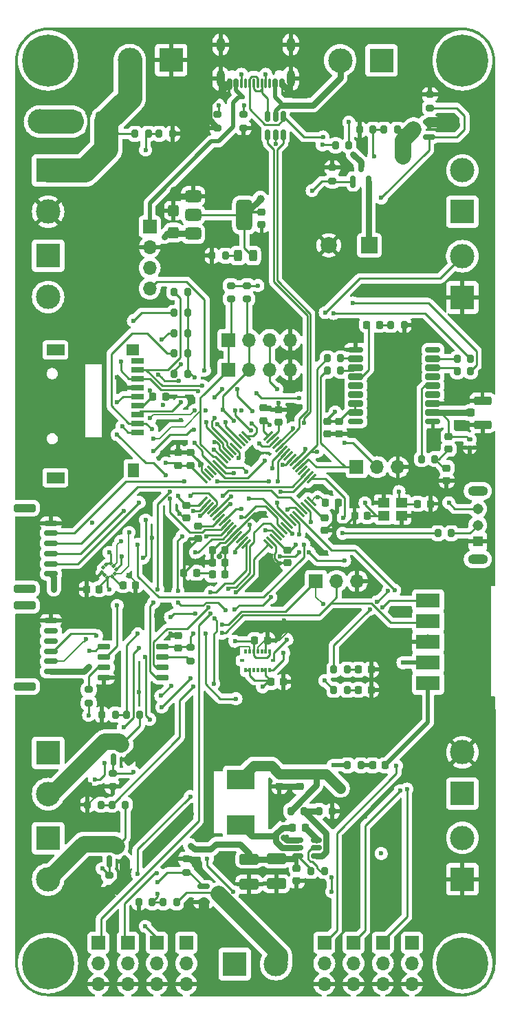
<source format=gtl>
%TF.GenerationSoftware,KiCad,Pcbnew,8.0.3*%
%TF.CreationDate,2025-07-22T23:59:42+01:00*%
%TF.ProjectId,Athena,41746865-6e61-42e6-9b69-6361645f7063,rev?*%
%TF.SameCoordinates,Original*%
%TF.FileFunction,Copper,L1,Top*%
%TF.FilePolarity,Positive*%
%FSLAX46Y46*%
G04 Gerber Fmt 4.6, Leading zero omitted, Abs format (unit mm)*
G04 Created by KiCad (PCBNEW 8.0.3) date 2025-07-22 23:59:42*
%MOMM*%
%LPD*%
G01*
G04 APERTURE LIST*
G04 Aperture macros list*
%AMRoundRect*
0 Rectangle with rounded corners*
0 $1 Rounding radius*
0 $2 $3 $4 $5 $6 $7 $8 $9 X,Y pos of 4 corners*
0 Add a 4 corners polygon primitive as box body*
4,1,4,$2,$3,$4,$5,$6,$7,$8,$9,$2,$3,0*
0 Add four circle primitives for the rounded corners*
1,1,$1+$1,$2,$3*
1,1,$1+$1,$4,$5*
1,1,$1+$1,$6,$7*
1,1,$1+$1,$8,$9*
0 Add four rect primitives between the rounded corners*
20,1,$1+$1,$2,$3,$4,$5,0*
20,1,$1+$1,$4,$5,$6,$7,0*
20,1,$1+$1,$6,$7,$8,$9,0*
20,1,$1+$1,$8,$9,$2,$3,0*%
G04 Aperture macros list end*
%TA.AperFunction,SMDPad,CuDef*%
%ADD10RoundRect,0.200000X0.200000X0.275000X-0.200000X0.275000X-0.200000X-0.275000X0.200000X-0.275000X0*%
%TD*%
%TA.AperFunction,SMDPad,CuDef*%
%ADD11RoundRect,0.225000X-0.225000X-0.250000X0.225000X-0.250000X0.225000X0.250000X-0.225000X0.250000X0*%
%TD*%
%TA.AperFunction,SMDPad,CuDef*%
%ADD12RoundRect,0.147500X-0.172500X0.147500X-0.172500X-0.147500X0.172500X-0.147500X0.172500X0.147500X0*%
%TD*%
%TA.AperFunction,SMDPad,CuDef*%
%ADD13RoundRect,0.250000X0.425000X-0.450000X0.425000X0.450000X-0.425000X0.450000X-0.425000X-0.450000X0*%
%TD*%
%TA.AperFunction,SMDPad,CuDef*%
%ADD14RoundRect,0.225000X-0.250000X0.225000X-0.250000X-0.225000X0.250000X-0.225000X0.250000X0.225000X0*%
%TD*%
%TA.AperFunction,SMDPad,CuDef*%
%ADD15RoundRect,0.200000X0.275000X-0.200000X0.275000X0.200000X-0.275000X0.200000X-0.275000X-0.200000X0*%
%TD*%
%TA.AperFunction,SMDPad,CuDef*%
%ADD16RoundRect,0.200000X-0.200000X-0.275000X0.200000X-0.275000X0.200000X0.275000X-0.200000X0.275000X0*%
%TD*%
%TA.AperFunction,ComponentPad*%
%ADD17R,3.000000X3.000000*%
%TD*%
%TA.AperFunction,ComponentPad*%
%ADD18C,3.000000*%
%TD*%
%TA.AperFunction,SMDPad,CuDef*%
%ADD19RoundRect,0.225000X0.225000X0.250000X-0.225000X0.250000X-0.225000X-0.250000X0.225000X-0.250000X0*%
%TD*%
%TA.AperFunction,SMDPad,CuDef*%
%ADD20RoundRect,0.225000X0.250000X-0.225000X0.250000X0.225000X-0.250000X0.225000X-0.250000X-0.225000X0*%
%TD*%
%TA.AperFunction,ComponentPad*%
%ADD21R,1.700000X1.700000*%
%TD*%
%TA.AperFunction,ComponentPad*%
%ADD22O,1.700000X1.700000*%
%TD*%
%TA.AperFunction,SMDPad,CuDef*%
%ADD23RoundRect,0.218750X0.218750X0.256250X-0.218750X0.256250X-0.218750X-0.256250X0.218750X-0.256250X0*%
%TD*%
%TA.AperFunction,SMDPad,CuDef*%
%ADD24RoundRect,0.200000X-0.275000X0.200000X-0.275000X-0.200000X0.275000X-0.200000X0.275000X0.200000X0*%
%TD*%
%TA.AperFunction,SMDPad,CuDef*%
%ADD25RoundRect,0.150000X-0.700000X0.150000X-0.700000X-0.150000X0.700000X-0.150000X0.700000X0.150000X0*%
%TD*%
%TA.AperFunction,SMDPad,CuDef*%
%ADD26RoundRect,0.250000X-1.100000X0.250000X-1.100000X-0.250000X1.100000X-0.250000X1.100000X0.250000X0*%
%TD*%
%TA.AperFunction,SMDPad,CuDef*%
%ADD27RoundRect,0.243750X-0.243750X-0.456250X0.243750X-0.456250X0.243750X0.456250X-0.243750X0.456250X0*%
%TD*%
%TA.AperFunction,SMDPad,CuDef*%
%ADD28R,1.600000X0.700000*%
%TD*%
%TA.AperFunction,SMDPad,CuDef*%
%ADD29R,1.600000X1.400000*%
%TD*%
%TA.AperFunction,SMDPad,CuDef*%
%ADD30R,2.200000X1.400000*%
%TD*%
%TA.AperFunction,SMDPad,CuDef*%
%ADD31R,1.400000X1.800000*%
%TD*%
%TA.AperFunction,SMDPad,CuDef*%
%ADD32RoundRect,0.150000X-0.650000X-0.150000X0.650000X-0.150000X0.650000X0.150000X-0.650000X0.150000X0*%
%TD*%
%TA.AperFunction,SMDPad,CuDef*%
%ADD33RoundRect,0.015750X0.235820X0.010607X0.010607X0.235820X-0.235820X-0.010607X-0.010607X-0.235820X0*%
%TD*%
%TA.AperFunction,SMDPad,CuDef*%
%ADD34RoundRect,0.150000X0.150000X-0.587500X0.150000X0.587500X-0.150000X0.587500X-0.150000X-0.587500X0*%
%TD*%
%TA.AperFunction,SMDPad,CuDef*%
%ADD35R,1.400000X1.150000*%
%TD*%
%TA.AperFunction,ComponentPad*%
%ADD36C,6.400000*%
%TD*%
%TA.AperFunction,SMDPad,CuDef*%
%ADD37RoundRect,0.150000X0.150000X-0.512500X0.150000X0.512500X-0.150000X0.512500X-0.150000X-0.512500X0*%
%TD*%
%TA.AperFunction,SMDPad,CuDef*%
%ADD38RoundRect,0.250000X-0.925000X0.412500X-0.925000X-0.412500X0.925000X-0.412500X0.925000X0.412500X0*%
%TD*%
%TA.AperFunction,SMDPad,CuDef*%
%ADD39RoundRect,0.218750X-0.256250X0.218750X-0.256250X-0.218750X0.256250X-0.218750X0.256250X0.218750X0*%
%TD*%
%TA.AperFunction,SMDPad,CuDef*%
%ADD40R,0.350000X0.590000*%
%TD*%
%TA.AperFunction,SMDPad,CuDef*%
%ADD41R,0.590000X0.350000*%
%TD*%
%TA.AperFunction,SMDPad,CuDef*%
%ADD42RoundRect,0.375000X-0.625000X-0.375000X0.625000X-0.375000X0.625000X0.375000X-0.625000X0.375000X0*%
%TD*%
%TA.AperFunction,SMDPad,CuDef*%
%ADD43RoundRect,0.500000X-0.500000X-1.400000X0.500000X-1.400000X0.500000X1.400000X-0.500000X1.400000X0*%
%TD*%
%TA.AperFunction,SMDPad,CuDef*%
%ADD44RoundRect,0.150000X0.150000X0.425000X-0.150000X0.425000X-0.150000X-0.425000X0.150000X-0.425000X0*%
%TD*%
%TA.AperFunction,SMDPad,CuDef*%
%ADD45RoundRect,0.075000X0.075000X0.500000X-0.075000X0.500000X-0.075000X-0.500000X0.075000X-0.500000X0*%
%TD*%
%TA.AperFunction,ComponentPad*%
%ADD46O,1.000000X2.100000*%
%TD*%
%TA.AperFunction,ComponentPad*%
%ADD47O,1.000000X1.800000*%
%TD*%
%TA.AperFunction,SMDPad,CuDef*%
%ADD48RoundRect,0.150000X-0.587500X-0.150000X0.587500X-0.150000X0.587500X0.150000X-0.587500X0.150000X0*%
%TD*%
%TA.AperFunction,SMDPad,CuDef*%
%ADD49RoundRect,0.175000X-0.725000X-0.175000X0.725000X-0.175000X0.725000X0.175000X-0.725000X0.175000X0*%
%TD*%
%TA.AperFunction,SMDPad,CuDef*%
%ADD50RoundRect,0.200000X-0.700000X-0.200000X0.700000X-0.200000X0.700000X0.200000X-0.700000X0.200000X0*%
%TD*%
%TA.AperFunction,SMDPad,CuDef*%
%ADD51RoundRect,0.250000X-0.275000X-0.250000X0.275000X-0.250000X0.275000X0.250000X-0.275000X0.250000X0*%
%TD*%
%TA.AperFunction,SMDPad,CuDef*%
%ADD52RoundRect,0.250000X-0.850000X-0.275000X0.850000X-0.275000X0.850000X0.275000X-0.850000X0.275000X0*%
%TD*%
%TA.AperFunction,SMDPad,CuDef*%
%ADD53RoundRect,0.075000X-0.441942X-0.548008X0.548008X0.441942X0.441942X0.548008X-0.548008X-0.441942X0*%
%TD*%
%TA.AperFunction,SMDPad,CuDef*%
%ADD54RoundRect,0.075000X0.441942X-0.548008X0.548008X-0.441942X-0.441942X0.548008X-0.548008X0.441942X0*%
%TD*%
%TA.AperFunction,SMDPad,CuDef*%
%ADD55RoundRect,0.150000X-0.512500X-0.150000X0.512500X-0.150000X0.512500X0.150000X-0.512500X0.150000X0*%
%TD*%
%TA.AperFunction,SMDPad,CuDef*%
%ADD56RoundRect,0.150000X0.587500X0.150000X-0.587500X0.150000X-0.587500X-0.150000X0.587500X-0.150000X0*%
%TD*%
%TA.AperFunction,SMDPad,CuDef*%
%ADD57RoundRect,0.250000X-1.000000X-0.900000X1.000000X-0.900000X1.000000X0.900000X-1.000000X0.900000X0*%
%TD*%
%TA.AperFunction,ComponentPad*%
%ADD58R,1.308000X1.308000*%
%TD*%
%TA.AperFunction,ComponentPad*%
%ADD59C,1.308000*%
%TD*%
%TA.AperFunction,ComponentPad*%
%ADD60O,2.460000X1.230000*%
%TD*%
%TA.AperFunction,SMDPad,CuDef*%
%ADD61R,3.000000X1.800000*%
%TD*%
%TA.AperFunction,ComponentPad*%
%ADD62R,2.000000X2.000000*%
%TD*%
%TA.AperFunction,ComponentPad*%
%ADD63C,2.000000*%
%TD*%
%TA.AperFunction,SMDPad,CuDef*%
%ADD64R,3.505200X2.362200*%
%TD*%
%TA.AperFunction,ViaPad*%
%ADD65C,0.600000*%
%TD*%
%TA.AperFunction,ViaPad*%
%ADD66C,1.000000*%
%TD*%
%TA.AperFunction,ViaPad*%
%ADD67C,0.700000*%
%TD*%
%TA.AperFunction,ViaPad*%
%ADD68C,3.000000*%
%TD*%
%TA.AperFunction,Conductor*%
%ADD69C,0.250000*%
%TD*%
%TA.AperFunction,Conductor*%
%ADD70C,0.200000*%
%TD*%
%TA.AperFunction,Conductor*%
%ADD71C,0.750000*%
%TD*%
%TA.AperFunction,Conductor*%
%ADD72C,0.350000*%
%TD*%
%TA.AperFunction,Conductor*%
%ADD73C,0.500000*%
%TD*%
%TA.AperFunction,Conductor*%
%ADD74C,2.000000*%
%TD*%
%TA.AperFunction,Conductor*%
%ADD75C,0.218300*%
%TD*%
%TA.AperFunction,Conductor*%
%ADD76C,3.000000*%
%TD*%
%TA.AperFunction,Conductor*%
%ADD77C,1.300000*%
%TD*%
G04 APERTURE END LIST*
D10*
%TO.P,R32,1*%
%TO.N,SDA_1*%
X152025000Y-87200000D03*
%TO.P,R32,2*%
%TO.N,Net-(U16-SDA)*%
X150375000Y-87200000D03*
%TD*%
D11*
%TO.P,C15,1*%
%TO.N,Net-(U5-SW)*%
X130100000Y-143300000D03*
%TO.P,C15,2*%
%TO.N,Net-(U5-VBST)*%
X131650000Y-143300000D03*
%TD*%
D12*
%TO.P,D3,1,A1*%
%TO.N,/GPS_ANT*%
X151900000Y-95615000D03*
%TO.P,D3,2,A2*%
%TO.N,GND*%
X151900000Y-96585000D03*
%TD*%
D13*
%TO.P,C13,1*%
%TO.N,VSUPPLY*%
X115450000Y-70150000D03*
%TO.P,C13,2*%
%TO.N,GND*%
X115450000Y-67450000D03*
%TD*%
D14*
%TO.P,C27,1*%
%TO.N,Net-(C27-Pad1)*%
X149050000Y-99105000D03*
%TO.P,C27,2*%
%TO.N,GND*%
X149050000Y-100655000D03*
%TD*%
D15*
%TO.P,R21,1*%
%TO.N,PYRO_4*%
X117000000Y-148825000D03*
%TO.P,R21,2*%
%TO.N,GND*%
X117000000Y-147175000D03*
%TD*%
D16*
%TO.P,R6,1*%
%TO.N,Net-(J11-Pin_2)*%
X129850000Y-141275000D03*
%TO.P,R6,2*%
%TO.N,Net-(U5-VFB)*%
X131500000Y-141275000D03*
%TD*%
D14*
%TO.P,C14,1*%
%TO.N,+3.3V*%
X126290000Y-67655000D03*
%TO.P,C14,2*%
%TO.N,GND*%
X126290000Y-69205000D03*
%TD*%
D17*
%TO.P,J11,1,Pin_1*%
%TO.N,GND*%
X151000000Y-149660000D03*
D18*
%TO.P,J11,2,Pin_2*%
%TO.N,Net-(J11-Pin_2)*%
X151000000Y-144580000D03*
%TD*%
D16*
%TO.P,R29,1*%
%TO.N,Net-(D4-K)*%
X142175000Y-81500000D03*
%TO.P,R29,2*%
%TO.N,GND*%
X143825000Y-81500000D03*
%TD*%
%TO.P,R20,1*%
%TO.N,CONT_4*%
X114175000Y-152500000D03*
%TO.P,R20,2*%
%TO.N,Net-(J6-Pin_2)*%
X115825000Y-152500000D03*
%TD*%
D15*
%TO.P,R38,1*%
%TO.N,BUZZER*%
X135000000Y-63825000D03*
%TO.P,R38,2*%
%TO.N,GND*%
X135000000Y-62175000D03*
%TD*%
D19*
%TO.P,C23,1*%
%TO.N,+3.3V*%
X106275000Y-114000000D03*
%TO.P,C23,2*%
%TO.N,GND*%
X104725000Y-114000000D03*
%TD*%
D10*
%TO.P,R27,1*%
%TO.N,+3.3V*%
X117150000Y-80010000D03*
%TO.P,R27,2*%
%TO.N,SDIO_D0*%
X115500000Y-80010000D03*
%TD*%
D17*
%TO.P,J6,1,Pin_1*%
%TO.N,PYRO_BUS*%
X122970000Y-160100000D03*
D18*
%TO.P,J6,2,Pin_2*%
%TO.N,Net-(J6-Pin_2)*%
X128050000Y-160100000D03*
%TD*%
D20*
%TO.P,C6,1*%
%TO.N,+3.3V*%
X116000000Y-98775000D03*
%TO.P,C6,2*%
%TO.N,GND*%
X116000000Y-97225000D03*
%TD*%
D21*
%TO.P,U6,1,DATA*%
%TO.N,MISC_4*%
X134000000Y-157460000D03*
D22*
%TO.P,U6,2,+V*%
%TO.N,+6V*%
X134000000Y-160000000D03*
%TO.P,U6,3,GND*%
%TO.N,GND*%
X134000000Y-162540000D03*
%TD*%
D10*
%TO.P,R39,1*%
%TO.N,Net-(D6-A)*%
X136825000Y-126375000D03*
%TO.P,R39,2*%
%TO.N,BLINK_LED*%
X135175000Y-126375000D03*
%TD*%
%TO.P,R1,1*%
%TO.N,Net-(D1-K)*%
X121825000Y-73000000D03*
%TO.P,R1,2*%
%TO.N,GND*%
X120175000Y-73000000D03*
%TD*%
D23*
%TO.P,D4,1,K*%
%TO.N,Net-(D4-K)*%
X140787500Y-81500000D03*
%TO.P,D4,2,A*%
%TO.N,Net-(D4-A)*%
X139212500Y-81500000D03*
%TD*%
D17*
%TO.P,J1,1,Pin_1*%
%TO.N,GND*%
X151000000Y-78140000D03*
D18*
%TO.P,J1,2,Pin_2*%
%TO.N,/BOOT0*%
X151000000Y-73060000D03*
%TD*%
D14*
%TO.P,C28,1*%
%TO.N,+3.3V*%
X135850000Y-93350000D03*
%TO.P,C28,2*%
%TO.N,GND*%
X135850000Y-94900000D03*
%TD*%
D16*
%TO.P,R16,1*%
%TO.N,GND*%
X138350000Y-57500000D03*
%TO.P,R16,2*%
%TO.N,CONT_2*%
X140000000Y-57500000D03*
%TD*%
D21*
%TO.P,U21,1,SCL*%
%TO.N,SCL_1*%
X122200000Y-87000000D03*
D22*
%TO.P,U21,2,SDA*%
%TO.N,SDA_1*%
X124740000Y-87000000D03*
%TO.P,U21,3,+V*%
%TO.N,+3.3V*%
X127280000Y-87000000D03*
%TO.P,U21,4,GND*%
%TO.N,GND*%
X129820000Y-87000000D03*
%TD*%
D24*
%TO.P,R12,1*%
%TO.N,+3.3V*%
X124500000Y-76675000D03*
%TO.P,R12,2*%
%TO.N,SDA_1*%
X124500000Y-78325000D03*
%TD*%
D25*
%TO.P,J15,1,Pin_1*%
%TO.N,GND*%
X100350000Y-117875000D03*
%TO.P,J15,2,Pin_2*%
%TO.N,unconnected-(J15-Pin_2-Pad2)*%
X100350000Y-119125000D03*
%TO.P,J15,3,Pin_3*%
%TO.N,unconnected-(J15-Pin_3-Pad3)*%
X100350000Y-120375000D03*
%TO.P,J15,4,Pin_4*%
%TO.N,UART1_RX*%
X100350000Y-121625000D03*
%TO.P,J15,5,Pin_5*%
%TO.N,UART1_TX*%
X100350000Y-122875000D03*
%TO.P,J15,6,Pin_6*%
%TO.N,+6V*%
X100350000Y-124125000D03*
D26*
%TO.P,J15,MP*%
%TO.N,N/C*%
X97150000Y-116025000D03*
X97150000Y-125975000D03*
%TD*%
D10*
%TO.P,R25,1*%
%TO.N,+3.3V*%
X117150000Y-85030000D03*
%TO.P,R25,2*%
%TO.N,SDIO_D3*%
X115500000Y-85030000D03*
%TD*%
D14*
%TO.P,C1,1*%
%TO.N,+3.3V*%
X117000000Y-103725000D03*
%TO.P,C1,2*%
%TO.N,GND*%
X117000000Y-105275000D03*
%TD*%
%TO.P,C26,1*%
%TO.N,Net-(U1-VCAP_1)*%
X134000000Y-105225000D03*
%TO.P,C26,2*%
%TO.N,GND*%
X134000000Y-106775000D03*
%TD*%
D16*
%TO.P,R31,1*%
%TO.N,UART6_RX*%
X134375000Y-85625000D03*
%TO.P,R31,2*%
%TO.N,Net-(U16-TXD)*%
X136025000Y-85625000D03*
%TD*%
D17*
%TO.P,J4,1,Pin_1*%
%TO.N,PYRO_BUS*%
X100000000Y-144620000D03*
D18*
%TO.P,J4,2,Pin_2*%
%TO.N,Net-(J4-Pin_2)*%
X100000000Y-149700000D03*
%TD*%
D27*
%TO.P,D1,1,K*%
%TO.N,Net-(D1-K)*%
X123350001Y-73000000D03*
%TO.P,D1,2,A*%
%TO.N,+3.3V*%
X125225001Y-73000000D03*
%TD*%
D28*
%TO.P,J12,1,DAT2*%
%TO.N,SDIO_D2*%
X111000000Y-94700000D03*
%TO.P,J12,2,DAT3/CD*%
%TO.N,SDIO_D3*%
X111000000Y-93600000D03*
%TO.P,J12,3,CMD*%
%TO.N,SDIO_CMD*%
X111000000Y-92500000D03*
%TO.P,J12,4,VDD*%
%TO.N,+3.3V*%
X111000000Y-91400000D03*
%TO.P,J12,5,CLK*%
%TO.N,SDIO_CK*%
X111000000Y-90300000D03*
%TO.P,J12,6,VSS*%
%TO.N,GND*%
X111000000Y-89200000D03*
%TO.P,J12,7,DAT0*%
%TO.N,SDIO_D0*%
X111000000Y-88100000D03*
%TO.P,J12,8,DAT1*%
%TO.N,SDIO_D1*%
X111000000Y-87000000D03*
%TO.P,J12,9,CD*%
%TO.N,unconnected-(J12-CD-Pad9)*%
X111000000Y-85900000D03*
D29*
%TO.P,J12,G1,G1*%
%TO.N,unconnected-(J12-PadG1)*%
X110400000Y-84600000D03*
D30*
%TO.P,J12,G2,G2*%
%TO.N,unconnected-(J12-PadG2)*%
X100900000Y-84600000D03*
%TO.P,J12,G3,G3*%
%TO.N,unconnected-(J12-PadG3)*%
X100900000Y-100300000D03*
D31*
%TO.P,J12,G4,G4*%
%TO.N,unconnected-(J12-PadG4)*%
X110500000Y-99400000D03*
%TD*%
D32*
%TO.P,U20,1,~{CS}*%
%TO.N,FLASH_CS*%
X106900000Y-121095000D03*
%TO.P,U20,2,DO(IO1)*%
%TO.N,SPI1_MISO*%
X106900000Y-122365000D03*
%TO.P,U20,3,IO2*%
%TO.N,Net-(U20-IO2)*%
X106900000Y-123635000D03*
%TO.P,U20,4,GND*%
%TO.N,GND*%
X106900000Y-124905000D03*
%TO.P,U20,5,DI(IO0)*%
%TO.N,SPI1_MOSI*%
X114100000Y-124905000D03*
%TO.P,U20,6,CLK*%
%TO.N,SPI1_SCK*%
X114100000Y-123635000D03*
%TO.P,U20,7,IO3*%
%TO.N,Net-(U20-IO3)*%
X114100000Y-122365000D03*
%TO.P,U20,8,VCC*%
%TO.N,+3.3V*%
X114100000Y-121095000D03*
%TD*%
D10*
%TO.P,R7,1*%
%TO.N,Net-(U5-EN)*%
X134000000Y-148650000D03*
%TO.P,R7,2*%
%TO.N,VSUPPLY*%
X132350000Y-148650000D03*
%TD*%
D21*
%TO.P,U13,1,DATA*%
%TO.N,SERVO_X1*%
X117000000Y-157475000D03*
D22*
%TO.P,U13,2,+V*%
%TO.N,+6V*%
X117000000Y-160015000D03*
%TO.P,U13,3,GND*%
%TO.N,GND*%
X117000000Y-162555000D03*
%TD*%
D16*
%TO.P,R23,1*%
%TO.N,BatVSensor*%
X113675000Y-58000000D03*
%TO.P,R23,2*%
%TO.N,GND*%
X115325000Y-58000000D03*
%TD*%
D20*
%TO.P,C17,1*%
%TO.N,GND*%
X131000000Y-138275000D03*
%TO.P,C17,2*%
%TO.N,Net-(J11-Pin_2)*%
X131000000Y-136725000D03*
%TD*%
D23*
%TO.P,D7,1,K*%
%TO.N,GND*%
X139787500Y-123875000D03*
%TO.P,D7,2,A*%
%TO.N,Net-(D7-A)*%
X138212500Y-123875000D03*
%TD*%
D20*
%TO.P,C25,1*%
%TO.N,Net-(U1-VCAP_2)*%
X128400000Y-93505000D03*
%TO.P,C25,2*%
%TO.N,GND*%
X128400000Y-91955000D03*
%TD*%
D16*
%TO.P,R22,1*%
%TO.N,VBATT_NoDiode*%
X110675000Y-58000000D03*
%TO.P,R22,2*%
%TO.N,BatVSensor*%
X112325000Y-58000000D03*
%TD*%
D21*
%TO.P,U9,1,DATA*%
%TO.N,MISC_1*%
X144800000Y-157475000D03*
D22*
%TO.P,U9,2,+V*%
%TO.N,+6V*%
X144800000Y-160015000D03*
%TO.P,U9,3,GND*%
%TO.N,GND*%
X144800000Y-162555000D03*
%TD*%
D10*
%TO.P,R40,1*%
%TO.N,Net-(D7-A)*%
X136825000Y-123875000D03*
%TO.P,R40,2*%
%TO.N,ERROR_LED*%
X135175000Y-123875000D03*
%TD*%
D17*
%TO.P,J5,1,Pin_1*%
%TO.N,PYRO_BUS*%
X151000000Y-67600000D03*
D18*
%TO.P,J5,2,Pin_2*%
%TO.N,Net-(J5-Pin_2)*%
X151000000Y-62520000D03*
%TD*%
D33*
%TO.P,U15,1,VDDIO*%
%TO.N,+3.3V*%
X107864160Y-112452713D03*
%TO.P,U15,2,SCK*%
%TO.N,SCL_1*%
X108217713Y-112099160D03*
%TO.P,U15,3,VSS*%
%TO.N,GND*%
X108394490Y-111547617D03*
%TO.P,U15,4,SDI*%
%TO.N,SDA_1*%
X108040937Y-111194063D03*
%TO.P,U15,5,SDO*%
%TO.N,+3.3V*%
X107687383Y-110840510D03*
%TO.P,U15,6,CSB*%
X107135840Y-111017287D03*
%TO.P,U15,7,INT*%
%TO.N,unconnected-(U15-INT-Pad7)*%
X106782287Y-111370840D03*
%TO.P,U15,8,VSS*%
%TO.N,GND*%
X106605510Y-111922383D03*
%TO.P,U15,9,VSS*%
X106959063Y-112275937D03*
%TO.P,U15,10,VDD*%
%TO.N,+3.3V*%
X107312617Y-112629490D03*
%TD*%
D21*
%TO.P,U12,1,DATA*%
%TO.N,SERVO_X2*%
X113400000Y-157475000D03*
D22*
%TO.P,U12,2,+V*%
%TO.N,+6V*%
X113400000Y-160015000D03*
%TO.P,U12,3,GND*%
%TO.N,GND*%
X113400000Y-162555000D03*
%TD*%
D34*
%TO.P,Q1,1,G*%
%TO.N,PYRO_1*%
X108050000Y-134937500D03*
%TO.P,Q1,2,S*%
%TO.N,GND*%
X109950000Y-134937500D03*
%TO.P,Q1,3,D*%
%TO.N,Net-(J3-Pin_2)*%
X109000000Y-133062500D03*
%TD*%
D16*
%TO.P,R13,1*%
%TO.N,GND*%
X104850000Y-140500000D03*
%TO.P,R13,2*%
%TO.N,CONT_3*%
X106500000Y-140500000D03*
%TD*%
D35*
%TO.P,Y1,1,1*%
%TO.N,PH1*%
X141300000Y-105000000D03*
%TO.P,Y1,2,2*%
%TO.N,GND*%
X143500000Y-105000000D03*
%TO.P,Y1,3,3*%
%TO.N,PH0*%
X143500000Y-103400000D03*
%TO.P,Y1,4,4*%
%TO.N,GND*%
X141300000Y-103400000D03*
%TD*%
D10*
%TO.P,R35,1*%
%TO.N,Net-(D5-A)*%
X138512500Y-135650000D03*
%TO.P,R35,2*%
%TO.N,+3.3V*%
X136862500Y-135650000D03*
%TD*%
D17*
%TO.P,J3,1,Pin_1*%
%TO.N,PYRO_BUS*%
X100000000Y-134120000D03*
D18*
%TO.P,J3,2,Pin_2*%
%TO.N,Net-(J3-Pin_2)*%
X100000000Y-139200000D03*
%TD*%
D11*
%TO.P,C31,1*%
%TO.N,+3.3V*%
X112900000Y-90350000D03*
%TO.P,C31,2*%
%TO.N,GND*%
X114450000Y-90350000D03*
%TD*%
D20*
%TO.P,C3,1*%
%TO.N,+3.3V*%
X126500000Y-93275000D03*
%TO.P,C3,2*%
%TO.N,GND*%
X126500000Y-91725000D03*
%TD*%
D36*
%TO.P,REF\u002A\u002A,1*%
%TO.N,N/C*%
X151000000Y-160000000D03*
%TD*%
D23*
%TO.P,FB1,1*%
%TO.N,+3.3V*%
X121787500Y-112200000D03*
%TO.P,FB1,2*%
%TO.N,Net-(C9-Pad1)*%
X120212500Y-112200000D03*
%TD*%
D16*
%TO.P,R34,1*%
%TO.N,Net-(U16-VCC_RF)*%
X145975000Y-98000000D03*
%TO.P,R34,2*%
%TO.N,Net-(C27-Pad1)*%
X147625000Y-98000000D03*
%TD*%
D15*
%TO.P,R3,1*%
%TO.N,GND*%
X124050001Y-57287500D03*
%TO.P,R3,2*%
%TO.N,Net-(J13-CC1)*%
X124050001Y-55637500D03*
%TD*%
D21*
%TO.P,U7,1,DATA*%
%TO.N,MISC_3*%
X137600000Y-157475000D03*
D22*
%TO.P,U7,2,+V*%
%TO.N,+6V*%
X137600000Y-160015000D03*
%TO.P,U7,3,GND*%
%TO.N,GND*%
X137600000Y-162555000D03*
%TD*%
D19*
%TO.P,C9,1*%
%TO.N,Net-(C9-Pad1)*%
X118275000Y-112000000D03*
%TO.P,C9,2*%
%TO.N,GND*%
X116725000Y-112000000D03*
%TD*%
D15*
%TO.P,R4,1*%
%TO.N,GND*%
X120850001Y-57287500D03*
%TO.P,R4,2*%
%TO.N,Net-(J13-CC2)*%
X120850001Y-55637500D03*
%TD*%
D37*
%TO.P,U2,1,I/O1*%
%TO.N,USB_D-*%
X127050000Y-58137500D03*
%TO.P,U2,2,GND*%
%TO.N,GND*%
X128000000Y-58137500D03*
%TO.P,U2,3,I/O2*%
%TO.N,USB_D+*%
X128950000Y-58137500D03*
%TO.P,U2,4,I/O2*%
%TO.N,Net-(JP5-B)*%
X128950000Y-55862500D03*
%TO.P,U2,5,VBUS*%
%TO.N,USB_VBUS*%
X128000000Y-55862500D03*
%TO.P,U2,6,I/O1*%
%TO.N,Net-(J13-D--PadA7)*%
X127050000Y-55862500D03*
%TD*%
D21*
%TO.P,U4,1,5V*%
%TO.N,USB_VBUS*%
X112500000Y-69420000D03*
D22*
%TO.P,U4,2,GND*%
%TO.N,GND*%
X112500000Y-71960000D03*
%TO.P,U4,3,SWDIO*%
%TO.N,SWDIO*%
X112500000Y-74500000D03*
%TO.P,U4,4,SWCLK*%
%TO.N,SWCLK*%
X112500000Y-77040000D03*
%TD*%
D16*
%TO.P,R17,1*%
%TO.N,CONT_2*%
X141350000Y-57500000D03*
%TO.P,R17,2*%
%TO.N,Net-(J5-Pin_2)*%
X143000000Y-57500000D03*
%TD*%
D17*
%TO.P,J7,1,Pin_1*%
%TO.N,VSUPPLY*%
X100000000Y-73000000D03*
D18*
%TO.P,J7,2,Pin_2*%
%TO.N,PYRO_BUS*%
X100000000Y-78080000D03*
%TD*%
D19*
%TO.P,C11,1*%
%TO.N,PH1*%
X139275000Y-105000000D03*
%TO.P,C11,2*%
%TO.N,GND*%
X137725000Y-105000000D03*
%TD*%
D24*
%TO.P,R8,1*%
%TO.N,PYRO_1*%
X107950000Y-136612500D03*
%TO.P,R8,2*%
%TO.N,GND*%
X107950000Y-138262500D03*
%TD*%
D34*
%TO.P,Q5,1,G*%
%TO.N,BUZZER*%
X137550000Y-63875001D03*
%TO.P,Q5,2,S*%
%TO.N,Net-(BZ1-+)*%
X139450000Y-63875001D03*
%TO.P,Q5,3,D*%
%TO.N,+3.3V*%
X138500000Y-62000001D03*
%TD*%
D36*
%TO.P,REF\u002A\u002A,1*%
%TO.N,N/C*%
X151000000Y-49000000D03*
%TD*%
D14*
%TO.P,C20,1*%
%TO.N,VSUPPLY*%
X130600000Y-148325000D03*
%TO.P,C20,2*%
%TO.N,GND*%
X130600000Y-149875000D03*
%TD*%
%TO.P,C2,1*%
%TO.N,+3.3V*%
X129500000Y-109225000D03*
%TO.P,C2,2*%
%TO.N,GND*%
X129500000Y-110775000D03*
%TD*%
D11*
%TO.P,C12,1*%
%TO.N,PH0*%
X145500000Y-103500000D03*
%TO.P,C12,2*%
%TO.N,GND*%
X147050000Y-103500000D03*
%TD*%
D38*
%TO.P,C19,1*%
%TO.N,VSUPPLY*%
X124750000Y-147187500D03*
%TO.P,C19,2*%
%TO.N,GND*%
X124750000Y-150262500D03*
%TD*%
D16*
%TO.P,R9,1*%
%TO.N,GND*%
X106625000Y-129427500D03*
%TO.P,R9,2*%
%TO.N,CONT_1*%
X108275000Y-129427500D03*
%TD*%
D15*
%TO.P,R37,1*%
%TO.N,Net-(U20-IO3)*%
X117500000Y-122825000D03*
%TO.P,R37,2*%
%TO.N,+3.3V*%
X117500000Y-121175000D03*
%TD*%
D16*
%TO.P,R30,1*%
%TO.N,UART6_TX*%
X134375000Y-87125000D03*
%TO.P,R30,2*%
%TO.N,Net-(U16-RXD)*%
X136025000Y-87125000D03*
%TD*%
D23*
%TO.P,D5,1,K*%
%TO.N,Net-(D5-K)*%
X141512499Y-135650000D03*
%TO.P,D5,2,A*%
%TO.N,Net-(D5-A)*%
X139937499Y-135650000D03*
%TD*%
D39*
%TO.P,FB2,1*%
%TO.N,/GPS_ANT*%
X149300000Y-95212500D03*
%TO.P,FB2,2*%
%TO.N,Net-(C27-Pad1)*%
X149300000Y-96787500D03*
%TD*%
D16*
%TO.P,R19,1*%
%TO.N,GND*%
X111175000Y-152500000D03*
%TO.P,R19,2*%
%TO.N,CONT_4*%
X112825000Y-152500000D03*
%TD*%
D15*
%TO.P,R18,1*%
%TO.N,PYRO_2*%
X147000000Y-54825000D03*
%TO.P,R18,2*%
%TO.N,GND*%
X147000000Y-53175000D03*
%TD*%
D20*
%TO.P,C30,1*%
%TO.N,+3.3V*%
X116010000Y-121235000D03*
%TO.P,C30,2*%
%TO.N,GND*%
X116010000Y-119685000D03*
%TD*%
D11*
%TO.P,C5,1*%
%TO.N,+3.3V*%
X134145000Y-103340000D03*
%TO.P,C5,2*%
%TO.N,GND*%
X135695000Y-103340000D03*
%TD*%
D40*
%TO.P,U14,1,INT2*%
%TO.N,unconnected-(U14-INT2-Pad1)*%
X124300000Y-121635000D03*
%TO.P,U14,2,NC*%
%TO.N,GND*%
X124800000Y-121635000D03*
%TO.P,U14,3,VDD*%
%TO.N,+3.3V*%
X125300000Y-121635000D03*
%TO.P,U14,4,GNDA*%
%TO.N,GND*%
X125800000Y-121635000D03*
%TO.P,U14,5,CSB2*%
%TO.N,unconnected-(U14-CSB2-Pad5)*%
X126300000Y-121635000D03*
%TO.P,U14,6,GNDIO*%
%TO.N,GND*%
X126800000Y-121635000D03*
%TO.P,U14,7,PS*%
%TO.N,+3.3V*%
X127300000Y-121635000D03*
D41*
%TO.P,U14,8,SCL/SCK*%
%TO.N,SCL_1*%
X127715000Y-122800000D03*
D40*
%TO.P,U14,9,SDA/SDI*%
%TO.N,SDA_1*%
X127300000Y-123965000D03*
%TO.P,U14,10,SDO2*%
%TO.N,+3.3V*%
X126800000Y-123965000D03*
%TO.P,U14,11,VDDIO*%
X126300000Y-123965000D03*
%TO.P,U14,12,INT3*%
%TO.N,unconnected-(U14-INT3-Pad12)*%
X125800000Y-123965000D03*
%TO.P,U14,13,INT4*%
%TO.N,unconnected-(U14-INT4-Pad13)*%
X125300000Y-123965000D03*
%TO.P,U14,14,CSB1*%
%TO.N,+3.3V*%
X124800000Y-123965000D03*
%TO.P,U14,15,SDO1*%
X124300000Y-123965000D03*
D41*
%TO.P,U14,16,INT1*%
%TO.N,unconnected-(U14-INT1-Pad16)*%
X123885000Y-122800000D03*
%TD*%
D10*
%TO.P,R41,1*%
%TO.N,+3.3V*%
X137035000Y-59430000D03*
%TO.P,R41,2*%
%TO.N,Net-(JP5-A)*%
X135385000Y-59430000D03*
%TD*%
D21*
%TO.P,U10,1,DATA*%
%TO.N,SERVO_Y2*%
X106200000Y-157475000D03*
D22*
%TO.P,U10,2,+V*%
%TO.N,+6V*%
X106200000Y-160015000D03*
%TO.P,U10,3,GND*%
%TO.N,GND*%
X106200000Y-162555000D03*
%TD*%
D36*
%TO.P,REF\u002A\u002A,1*%
%TO.N,N/C*%
X100000000Y-49000000D03*
%TD*%
D16*
%TO.P,R5,1*%
%TO.N,Net-(U5-VFB)*%
X133350001Y-141275000D03*
%TO.P,R5,2*%
%TO.N,GND*%
X135000001Y-141275000D03*
%TD*%
D42*
%TO.P,U3,1,GND*%
%TO.N,GND*%
X117850000Y-65700000D03*
%TO.P,U3,2,VO*%
%TO.N,+3.3V*%
X117850000Y-68000000D03*
D43*
X124150000Y-68000000D03*
D42*
%TO.P,U3,3,VI*%
%TO.N,VSUPPLY*%
X117850000Y-70300000D03*
%TD*%
D44*
%TO.P,J13,A1,GND*%
%TO.N,GND*%
X128750000Y-51830000D03*
%TO.P,J13,A4,VBUS*%
%TO.N,USB_VBUS*%
X127950000Y-51830000D03*
D45*
%TO.P,J13,A5,CC1*%
%TO.N,Net-(J13-CC1)*%
X126800000Y-51830000D03*
%TO.P,J13,A6,D+*%
%TO.N,Net-(JP5-B)*%
X125800000Y-51830000D03*
%TO.P,J13,A7,D-*%
%TO.N,Net-(J13-D--PadA7)*%
X125300000Y-51830000D03*
%TO.P,J13,A8,SBU1*%
%TO.N,unconnected-(J13-SBU1-PadA8)*%
X124300000Y-51830000D03*
D44*
%TO.P,J13,A9,VBUS*%
%TO.N,USB_VBUS*%
X123150000Y-51830000D03*
%TO.P,J13,A12,GND*%
%TO.N,GND*%
X122350000Y-51830000D03*
%TO.P,J13,B1,GND*%
X122350000Y-51830000D03*
%TO.P,J13,B4,VBUS*%
%TO.N,USB_VBUS*%
X123150000Y-51830000D03*
D45*
%TO.P,J13,B5,CC2*%
%TO.N,Net-(J13-CC2)*%
X123800000Y-51830000D03*
%TO.P,J13,B6,D+*%
%TO.N,Net-(JP5-B)*%
X124800000Y-51830000D03*
%TO.P,J13,B7,D-*%
%TO.N,Net-(J13-D--PadA7)*%
X126300000Y-51830000D03*
%TO.P,J13,B8,SBU2*%
%TO.N,unconnected-(J13-SBU2-PadB8)*%
X127300000Y-51830000D03*
D44*
%TO.P,J13,B9,VBUS*%
%TO.N,USB_VBUS*%
X127950000Y-51830000D03*
%TO.P,J13,B12,GND*%
%TO.N,GND*%
X128750000Y-51830000D03*
D46*
%TO.P,J13,S1,SHIELD*%
X129870000Y-51255000D03*
D47*
X129870000Y-47075000D03*
D46*
X121230000Y-51255000D03*
D47*
X121230000Y-47075000D03*
%TD*%
D48*
%TO.P,Q4,1,G*%
%TO.N,PYRO_4*%
X119125000Y-150550000D03*
%TO.P,Q4,2,S*%
%TO.N,GND*%
X119125000Y-152450000D03*
%TO.P,Q4,3,D*%
%TO.N,Net-(J6-Pin_2)*%
X121000000Y-151500000D03*
%TD*%
D49*
%TO.P,U16,1,GND*%
%TO.N,GND*%
X137875000Y-84587500D03*
D50*
%TO.P,U16,2,TXD*%
%TO.N,Net-(U16-TXD)*%
X137875000Y-85687500D03*
%TO.P,U16,3,RXD*%
%TO.N,Net-(U16-RXD)*%
X137875000Y-86787500D03*
%TO.P,U16,4,TIMEPULSE*%
%TO.N,Net-(D4-A)*%
X137875000Y-87887500D03*
%TO.P,U16,5,EXTINT*%
%TO.N,unconnected-(U16-EXTINT-Pad5)*%
X137875000Y-88987500D03*
%TO.P,U16,6,V_BCKP*%
%TO.N,unconnected-(U16-V_BCKP-Pad6)*%
X137875000Y-90087500D03*
%TO.P,U16,7,VCC_IO*%
%TO.N,+3.3V*%
X137875000Y-91187500D03*
%TO.P,U16,8,VCC*%
X137875000Y-92287500D03*
D49*
%TO.P,U16,9,~{RESET}*%
%TO.N,unconnected-(U16-~{RESET}-Pad9)*%
X137875000Y-93387500D03*
%TO.P,U16,10,GND*%
%TO.N,GND*%
X147375000Y-93387500D03*
D50*
%TO.P,U16,11,RF_IN*%
%TO.N,/GPS_ANT*%
X147375000Y-92287500D03*
%TO.P,U16,12,GND*%
%TO.N,GND*%
X147375000Y-91187500D03*
%TO.P,U16,13,LNA_EN*%
%TO.N,unconnected-(U16-LNA_EN-Pad13)*%
X147375000Y-90087500D03*
%TO.P,U16,14,VCC_RF*%
%TO.N,Net-(U16-VCC_RF)*%
X147375000Y-88987500D03*
%TO.P,U16,15,VIO_SEL*%
%TO.N,unconnected-(U16-VIO_SEL-Pad15)*%
X147375000Y-87887500D03*
%TO.P,U16,16,SDA*%
%TO.N,Net-(U16-SDA)*%
X147375000Y-86787500D03*
%TO.P,U16,17,SCL*%
%TO.N,Net-(U16-SCL)*%
X147375000Y-85687500D03*
D49*
%TO.P,U16,18,~{SAFEBOOT}*%
%TO.N,unconnected-(U16-~{SAFEBOOT}-Pad18)*%
X147375000Y-84587500D03*
%TD*%
D11*
%TO.P,C22,1*%
%TO.N,+3.3V*%
X127425000Y-125400000D03*
%TO.P,C22,2*%
%TO.N,GND*%
X128975000Y-125400000D03*
%TD*%
D17*
%TO.P,J2,1,Pin_1*%
%TO.N,VSUPPLY*%
X141040000Y-49000000D03*
D18*
%TO.P,J2,2,Pin_2*%
%TO.N,USB_VBUS*%
X135960000Y-49000000D03*
%TD*%
D17*
%TO.P,J10,1,Pin_1*%
%TO.N,+3.3V*%
X151000000Y-139140000D03*
D18*
%TO.P,J10,2,Pin_2*%
%TO.N,GND*%
X151000000Y-134060000D03*
%TD*%
D21*
%TO.P,U11,1,DATA*%
%TO.N,SERVO_Y1*%
X109800000Y-157475000D03*
D22*
%TO.P,U11,2,+V*%
%TO.N,+6V*%
X109800000Y-160015000D03*
%TO.P,U11,3,GND*%
%TO.N,GND*%
X109800000Y-162555000D03*
%TD*%
D14*
%TO.P,C10,1*%
%TO.N,/NRST*%
X118500000Y-106225000D03*
%TO.P,C10,2*%
%TO.N,GND*%
X118500000Y-107775000D03*
%TD*%
D51*
%TO.P,J16,1,In*%
%TO.N,/GPS_ANT*%
X151950000Y-92300000D03*
D52*
%TO.P,J16,2,Ext*%
%TO.N,GND*%
X153475000Y-90825000D03*
X153475000Y-93775000D03*
%TD*%
D34*
%TO.P,Q2,1,G*%
%TO.N,PYRO_3*%
X107500000Y-147500000D03*
%TO.P,Q2,2,S*%
%TO.N,GND*%
X109400000Y-147500000D03*
%TO.P,Q2,3,D*%
%TO.N,Net-(J4-Pin_2)*%
X108450000Y-145625000D03*
%TD*%
D14*
%TO.P,C29,1*%
%TO.N,+3.3V*%
X134350000Y-93350000D03*
%TO.P,C29,2*%
%TO.N,GND*%
X134350000Y-94900000D03*
%TD*%
D24*
%TO.P,R11,1*%
%TO.N,+3.3V*%
X122500000Y-76675000D03*
%TO.P,R11,2*%
%TO.N,SCL_1*%
X122500000Y-78325000D03*
%TD*%
D20*
%TO.P,C16,1*%
%TO.N,GND*%
X128490000Y-138275000D03*
%TO.P,C16,2*%
%TO.N,Net-(J11-Pin_2)*%
X128490000Y-136725000D03*
%TD*%
D16*
%TO.P,R10,1*%
%TO.N,CONT_1*%
X109625000Y-129437500D03*
%TO.P,R10,2*%
%TO.N,Net-(J3-Pin_2)*%
X111275000Y-129437500D03*
%TD*%
D21*
%TO.P,U19,1,DATA*%
%TO.N,UART1_TX*%
X132975000Y-113000000D03*
D22*
%TO.P,U19,2,+V*%
%TO.N,UART1_RX*%
X135515000Y-113000000D03*
%TO.P,U19,3,GND*%
%TO.N,GND*%
X138055000Y-113000000D03*
%TD*%
D23*
%TO.P,D6,1,K*%
%TO.N,GND*%
X139787500Y-126375000D03*
%TO.P,D6,2,A*%
%TO.N,Net-(D6-A)*%
X138212500Y-126375000D03*
%TD*%
D24*
%TO.P,R36,1*%
%TO.N,Net-(U20-IO2)*%
X105000000Y-126350000D03*
%TO.P,R36,2*%
%TO.N,+3.3V*%
X105000000Y-128000000D03*
%TD*%
D53*
%TO.P,U1,1,VBAT*%
%TO.N,+3.3V*%
X119085519Y-103171573D03*
%TO.P,U1,2,PC13*%
%TO.N,BatVSensor*%
X119439072Y-103525126D03*
%TO.P,U1,3,PC14*%
%TO.N,CONT_3*%
X119792625Y-103878679D03*
%TO.P,U1,4,PC15*%
%TO.N,CONT_4*%
X120146179Y-104232233D03*
%TO.P,U1,5,PH0*%
%TO.N,PH0*%
X120499732Y-104585786D03*
%TO.P,U1,6,PH1*%
%TO.N,PH1*%
X120853286Y-104939340D03*
%TO.P,U1,7,NRST*%
%TO.N,/NRST*%
X121206839Y-105292893D03*
%TO.P,U1,8,PC0*%
%TO.N,PYRO_1*%
X121560392Y-105646446D03*
%TO.P,U1,9,PC1*%
%TO.N,PYRO_2*%
X121913946Y-106000000D03*
%TO.P,U1,10,PC2*%
%TO.N,PYRO_3*%
X122267499Y-106353553D03*
%TO.P,U1,11,PC3*%
%TO.N,PYRO_4*%
X122621052Y-106707106D03*
%TO.P,U1,12,VSSA*%
%TO.N,GND*%
X122974606Y-107060660D03*
%TO.P,U1,13,VDDA*%
%TO.N,+3.3V*%
X123328159Y-107414213D03*
%TO.P,U1,14,PA0*%
%TO.N,SERVO_X1*%
X123681713Y-107767767D03*
%TO.P,U1,15,PA1*%
%TO.N,SERVO_X2*%
X124035266Y-108121320D03*
%TO.P,U1,16,PA2*%
%TO.N,SERVO_Y1*%
X124388819Y-108474873D03*
D54*
%TO.P,U1,17,PA3*%
%TO.N,SERVO_Y2*%
X127111181Y-108474873D03*
%TO.P,U1,18,VSS*%
%TO.N,GND*%
X127464734Y-108121320D03*
%TO.P,U1,19,VDD*%
%TO.N,+3.3V*%
X127818287Y-107767767D03*
%TO.P,U1,20,PA4*%
%TO.N,BLINK_LED*%
X128171841Y-107414213D03*
%TO.P,U1,21,PA5*%
%TO.N,SPI1_SCK*%
X128525394Y-107060660D03*
%TO.P,U1,22,PA6*%
%TO.N,MISC_1*%
X128878948Y-106707106D03*
%TO.P,U1,23,PA7*%
%TO.N,MISC_2*%
X129232501Y-106353553D03*
%TO.P,U1,24,PC4*%
%TO.N,CONT_1*%
X129586054Y-106000000D03*
%TO.P,U1,25,PC5*%
%TO.N,CONT_2*%
X129939608Y-105646446D03*
%TO.P,U1,26,PB0*%
%TO.N,MISC_3*%
X130293161Y-105292893D03*
%TO.P,U1,27,PB1*%
%TO.N,MISC_4*%
X130646714Y-104939340D03*
%TO.P,U1,28,PB2*%
%TO.N,FLASH_CS*%
X131000268Y-104585786D03*
%TO.P,U1,29,PB10*%
%TO.N,UART3_TX*%
X131353821Y-104232233D03*
%TO.P,U1,30,PB11*%
%TO.N,UART3_RX*%
X131707375Y-103878679D03*
%TO.P,U1,31,VCAP_1*%
%TO.N,Net-(U1-VCAP_1)*%
X132060928Y-103525126D03*
%TO.P,U1,32,VDD*%
%TO.N,+3.3V*%
X132414481Y-103171573D03*
D53*
%TO.P,U1,33,PB12*%
%TO.N,ERROR_LED*%
X132414481Y-100449211D03*
%TO.P,U1,34,PB13*%
%TO.N,UART3_CTS*%
X132060928Y-100095658D03*
%TO.P,U1,35,PB14*%
%TO.N,UART3_RTS*%
X131707375Y-99742105D03*
%TO.P,U1,36,PB15*%
%TO.N,unconnected-(U1-PB15-Pad36)*%
X131353821Y-99388551D03*
%TO.P,U1,37,PC6*%
%TO.N,UART6_TX*%
X131000268Y-99034998D03*
%TO.P,U1,38,PC7*%
%TO.N,UART6_RX*%
X130646714Y-98681444D03*
%TO.P,U1,39,PC8*%
%TO.N,SDIO_D0*%
X130293161Y-98327891D03*
%TO.P,U1,40,PC9*%
%TO.N,SDIO_D1*%
X129939608Y-97974338D03*
%TO.P,U1,41,PA8*%
%TO.N,unconnected-(U1-PA8-Pad41)*%
X129586054Y-97620784D03*
%TO.P,U1,42,PA9*%
%TO.N,UART1_TX*%
X129232501Y-97267231D03*
%TO.P,U1,43,PA10*%
%TO.N,UART1_RX*%
X128878948Y-96913678D03*
%TO.P,U1,44,PA11*%
%TO.N,USB_D-*%
X128525394Y-96560124D03*
%TO.P,U1,45,PA12*%
%TO.N,USB_D+*%
X128171841Y-96206571D03*
%TO.P,U1,46,PA13*%
%TO.N,SWDIO*%
X127818287Y-95853017D03*
%TO.P,U1,47,VCAP_2*%
%TO.N,Net-(U1-VCAP_2)*%
X127464734Y-95499464D03*
%TO.P,U1,48,VDD*%
%TO.N,+3.3V*%
X127111181Y-95145911D03*
D54*
%TO.P,U1,49,PA14*%
%TO.N,SWCLK*%
X124388819Y-95145911D03*
%TO.P,U1,50,PA15*%
%TO.N,unconnected-(U1-PA15-Pad50)*%
X124035266Y-95499464D03*
%TO.P,U1,51,PC10*%
%TO.N,SDIO_D2*%
X123681713Y-95853017D03*
%TO.P,U1,52,PC11*%
%TO.N,SDIO_D3*%
X123328159Y-96206571D03*
%TO.P,U1,53,PC12*%
%TO.N,SDIO_CK*%
X122974606Y-96560124D03*
%TO.P,U1,54,PD2*%
%TO.N,SDIO_CMD*%
X122621052Y-96913678D03*
%TO.P,U1,55,PB3*%
%TO.N,BUZZER*%
X122267499Y-97267231D03*
%TO.P,U1,56,PB4*%
%TO.N,SPI1_MISO*%
X121913946Y-97620784D03*
%TO.P,U1,57,PB5*%
%TO.N,SPI1_MOSI*%
X121560392Y-97974338D03*
%TO.P,U1,58,PB6*%
%TO.N,SCL_1*%
X121206839Y-98327891D03*
%TO.P,U1,59,PB7*%
%TO.N,SDA_1*%
X120853286Y-98681444D03*
%TO.P,U1,60,BOOT0*%
%TO.N,/BOOT0*%
X120499732Y-99034998D03*
%TO.P,U1,61,PB8*%
%TO.N,unconnected-(U1-PB8-Pad61)*%
X120146179Y-99388551D03*
%TO.P,U1,62,PB9*%
%TO.N,unconnected-(U1-PB9-Pad62)*%
X119792625Y-99742105D03*
%TO.P,U1,63,VSS*%
%TO.N,GND*%
X119439072Y-100095658D03*
%TO.P,U1,64,VDD*%
%TO.N,+3.3V*%
X119085519Y-100449211D03*
%TD*%
D24*
%TO.P,R15,1*%
%TO.N,PYRO_3*%
X107500000Y-149175000D03*
%TO.P,R15,2*%
%TO.N,GND*%
X107500000Y-150825000D03*
%TD*%
D21*
%TO.P,U22,1,SCL*%
%TO.N,SCL_1*%
X122200000Y-83350000D03*
D22*
%TO.P,U22,2,SDA*%
%TO.N,SDA_1*%
X124740000Y-83350000D03*
%TO.P,U22,3,+V*%
%TO.N,+3.3V*%
X127280000Y-83350000D03*
%TO.P,U22,4,GND*%
%TO.N,GND*%
X129820000Y-83350000D03*
%TD*%
D16*
%TO.P,R14,1*%
%TO.N,CONT_3*%
X107850000Y-140500000D03*
%TO.P,R14,2*%
%TO.N,Net-(J4-Pin_2)*%
X109500000Y-140500000D03*
%TD*%
D20*
%TO.P,C4,1*%
%TO.N,+3.3V*%
X117500000Y-98775000D03*
%TO.P,C4,2*%
%TO.N,GND*%
X117500000Y-97225000D03*
%TD*%
D19*
%TO.P,C8,1*%
%TO.N,+3.3V*%
X121775000Y-110700000D03*
%TO.P,C8,2*%
%TO.N,GND*%
X120225000Y-110700000D03*
%TD*%
D11*
%TO.P,C24,1*%
%TO.N,+3.3V*%
X109225000Y-113500000D03*
%TO.P,C24,2*%
%TO.N,GND*%
X110775000Y-113500000D03*
%TD*%
D19*
%TO.P,C7,1*%
%TO.N,+3.3V*%
X121775000Y-109200000D03*
%TO.P,C7,2*%
%TO.N,GND*%
X120225000Y-109200000D03*
%TD*%
D55*
%TO.P,U5,1,GND*%
%TO.N,GND*%
X130725000Y-144875000D03*
%TO.P,U5,2,SW*%
%TO.N,Net-(U5-SW)*%
X130725000Y-145825000D03*
%TO.P,U5,3,VIN*%
%TO.N,VSUPPLY*%
X130725000Y-146775000D03*
%TO.P,U5,4,VFB*%
%TO.N,Net-(U5-VFB)*%
X133000000Y-146775000D03*
%TO.P,U5,5,EN*%
%TO.N,Net-(U5-EN)*%
X133000000Y-145825000D03*
%TO.P,U5,6,VBST*%
%TO.N,Net-(U5-VBST)*%
X133000000Y-144875000D03*
%TD*%
D36*
%TO.P,REF\u002A\u002A,1*%
%TO.N,N/C*%
X100000000Y-160000000D03*
%TD*%
D10*
%TO.P,R28,1*%
%TO.N,+3.3V*%
X117150000Y-77500000D03*
%TO.P,R28,2*%
%TO.N,SDIO_D1*%
X115500000Y-77500000D03*
%TD*%
D56*
%TO.P,Q3,1,G*%
%TO.N,PYRO_2*%
X146875001Y-58450000D03*
%TO.P,Q3,2,S*%
%TO.N,GND*%
X146875001Y-56550000D03*
%TO.P,Q3,3,D*%
%TO.N,Net-(J5-Pin_2)*%
X145000001Y-57500000D03*
%TD*%
D57*
%TO.P,D2,1,K*%
%TO.N,VSUPPLY*%
X102850000Y-56500000D03*
%TO.P,D2,2,A*%
%TO.N,VBATT_NoDiode*%
X107150000Y-56500000D03*
%TD*%
D38*
%TO.P,C18,1*%
%TO.N,VSUPPLY*%
X128100000Y-147150000D03*
%TO.P,C18,2*%
%TO.N,GND*%
X128100000Y-150225000D03*
%TD*%
D58*
%TO.P,SW1,1,A*%
%TO.N,GND*%
X152896000Y-108134000D03*
D59*
%TO.P,SW1,2,B*%
%TO.N,Net-(SW1-B)*%
X152896000Y-106134000D03*
%TO.P,SW1,3,C*%
%TO.N,+3.3V*%
X152896000Y-104134000D03*
D60*
%TO.P,SW1,S1*%
%TO.N,N/C*%
X152896000Y-110334000D03*
%TO.P,SW1,S2*%
X152896000Y-101934000D03*
%TD*%
D21*
%TO.P,U8,1,DATA*%
%TO.N,MISC_2*%
X141200000Y-157460000D03*
D22*
%TO.P,U8,2,+V*%
%TO.N,+6V*%
X141200000Y-160000000D03*
%TO.P,U8,3,GND*%
%TO.N,GND*%
X141200000Y-162540000D03*
%TD*%
D61*
%TO.P,U18,1,RXD*%
%TO.N,UART1_TX*%
X146780000Y-115420000D03*
%TO.P,U18,2,TXD*%
%TO.N,UART1_RX*%
X146780000Y-117960000D03*
%TO.P,U18,3,GND*%
%TO.N,GND*%
X146780000Y-120500000D03*
%TO.P,U18,4,VDD*%
%TO.N,+3.3V*%
X146780000Y-123040000D03*
%TO.P,U18,5,LED*%
%TO.N,Net-(D5-K)*%
X146780000Y-125580000D03*
%TD*%
D10*
%TO.P,R24,1*%
%TO.N,+3.3V*%
X117150000Y-87540000D03*
%TO.P,R24,2*%
%TO.N,SDIO_D2*%
X115500000Y-87540000D03*
%TD*%
%TO.P,R2,1*%
%TO.N,Net-(SW1-B)*%
X149631000Y-107118000D03*
%TO.P,R2,2*%
%TO.N,/BOOT0*%
X147981000Y-107118000D03*
%TD*%
D21*
%TO.P,U17,1,DATA*%
%TO.N,UART6_TX*%
X137975000Y-99000000D03*
D22*
%TO.P,U17,2,+V*%
%TO.N,UART6_RX*%
X140515000Y-99000000D03*
%TO.P,U17,3,GND*%
%TO.N,GND*%
X143055000Y-99000000D03*
%TD*%
D17*
%TO.P,J8,1,Pin_1*%
%TO.N,GND*%
X115130000Y-48950000D03*
D18*
%TO.P,J8,2,Pin_2*%
%TO.N,VBATT_NoDiode*%
X110050000Y-48950000D03*
%TD*%
D10*
%TO.P,R33,1*%
%TO.N,SCL_1*%
X152025000Y-85700000D03*
%TO.P,R33,2*%
%TO.N,Net-(U16-SCL)*%
X150375000Y-85700000D03*
%TD*%
D62*
%TO.P,BZ1,1,+*%
%TO.N,Net-(BZ1-+)*%
X139550000Y-71725000D03*
D63*
%TO.P,BZ1,2,-*%
%TO.N,GND*%
X134550000Y-71725000D03*
%TD*%
D17*
%TO.P,J9,1,Pin_1*%
%TO.N,VBATT_NoDiode*%
X100000000Y-62520000D03*
D18*
%TO.P,J9,2,Pin_2*%
%TO.N,GND*%
X100000000Y-67600000D03*
%TD*%
D11*
%TO.P,C21,1*%
%TO.N,+3.3V*%
X125425000Y-120275000D03*
%TO.P,C21,2*%
%TO.N,GND*%
X126975000Y-120275000D03*
%TD*%
D64*
%TO.P,L1,1,1*%
%TO.N,Net-(J11-Pin_2)*%
X123750000Y-137378700D03*
%TO.P,L1,2,2*%
%TO.N,Net-(U5-SW)*%
X123750000Y-143021300D03*
%TD*%
D10*
%TO.P,R26,1*%
%TO.N,+3.3V*%
X117150000Y-82520000D03*
%TO.P,R26,2*%
%TO.N,SDIO_CMD*%
X115500000Y-82520000D03*
%TD*%
D25*
%TO.P,J14,1,Pin_1*%
%TO.N,GND*%
X100350000Y-105875000D03*
%TO.P,J14,2,Pin_2*%
%TO.N,UART3_CTS*%
X100350000Y-107125000D03*
%TO.P,J14,3,Pin_3*%
%TO.N,UART3_RTS*%
X100350000Y-108375000D03*
%TO.P,J14,4,Pin_4*%
%TO.N,UART3_RX*%
X100350000Y-109625000D03*
%TO.P,J14,5,Pin_5*%
%TO.N,UART3_TX*%
X100350000Y-110875000D03*
%TO.P,J14,6,Pin_6*%
%TO.N,+6V*%
X100350000Y-112125000D03*
D26*
%TO.P,J14,MP*%
%TO.N,N/C*%
X97150000Y-104025000D03*
X97150000Y-113975000D03*
%TD*%
D65*
%TO.N,GND*%
X105450000Y-102300000D03*
%TO.N,+6V*%
X100700000Y-114050000D03*
X105000000Y-123550000D03*
%TO.N,+3.3V*%
X126400000Y-126000000D03*
X125825000Y-76675000D03*
X117897200Y-119500000D03*
D66*
X126125000Y-66025000D03*
D65*
X107500000Y-114000000D03*
X149325000Y-103375000D03*
X128175000Y-89400000D03*
X133190000Y-102691942D03*
X137030000Y-56590000D03*
X112550000Y-89550000D03*
X116000000Y-102500000D03*
X127250000Y-93800000D03*
X114500000Y-98500000D03*
X130500000Y-108500000D03*
X118000000Y-88000000D03*
X135350000Y-92225000D03*
X137500000Y-60500000D03*
X107500000Y-109500000D03*
X105000000Y-129500000D03*
X135112500Y-135650000D03*
D67*
X121100000Y-109975000D03*
D65*
X123000000Y-120400000D03*
X143675000Y-123040000D03*
%TO.N,USB_D+*%
X131491064Y-93580000D03*
X130108174Y-94186586D03*
%TO.N,Net-(J5-Pin_2)*%
X143675000Y-60800000D03*
%TO.N,SWDIO*%
X126004621Y-96100817D03*
%TO.N,SERVO_X1*%
X124809575Y-106109575D03*
X119600000Y-147150000D03*
X122821320Y-151200000D03*
%TO.N,UART3_TX*%
X111200000Y-103350000D03*
X121500000Y-102500000D03*
%TO.N,PH0*%
X122500000Y-102625000D03*
X143200000Y-102000000D03*
%TO.N,+6V*%
X141000000Y-146500000D03*
%TO.N,Net-(J11-Pin_2)*%
X136000000Y-138500000D03*
%TO.N,SERVO_X2*%
X113881281Y-127118719D03*
X115118719Y-125881281D03*
X106925000Y-135375000D03*
X123000000Y-109500000D03*
X105726806Y-137397936D03*
X111950000Y-155450000D03*
%TO.N,SDIO_CK*%
X114500000Y-100000000D03*
X123468243Y-97869611D03*
X108500000Y-91000000D03*
X108500000Y-95000000D03*
%TO.N,SERVO_Y2*%
X120000000Y-117000000D03*
X123125000Y-114375001D03*
%TO.N,SDIO_D1*%
X119000000Y-89000000D03*
X128875000Y-98678156D03*
X125000000Y-94500000D03*
X123000000Y-92000000D03*
%TO.N,SDIO_CMD*%
X116130000Y-88375000D03*
X119375000Y-92000000D03*
X116375000Y-90975000D03*
X114000000Y-83300000D03*
X113558883Y-87624999D03*
X120500000Y-93000000D03*
%TO.N,GND*%
X138175000Y-137650000D03*
X143700000Y-76950000D03*
X148000000Y-153000000D03*
X132000000Y-163000000D03*
X117700000Y-90300000D03*
X123450000Y-59750000D03*
X118000000Y-74000000D03*
X115075000Y-109175000D03*
X117700000Y-141675000D03*
X128500000Y-110800003D03*
X143675000Y-120500000D03*
D66*
X115500000Y-65000000D03*
D65*
X118875028Y-98647732D03*
X107500000Y-127000000D03*
X117000000Y-73000000D03*
X105125000Y-112700000D03*
X126699998Y-104634224D03*
X150400000Y-91000000D03*
X134050000Y-98100000D03*
X132240000Y-59640000D03*
X128400000Y-91125000D03*
X109000000Y-138000000D03*
X112775000Y-107725000D03*
X130850000Y-112125000D03*
X102000000Y-153000000D03*
X151000000Y-153000000D03*
X105200000Y-138000000D03*
X104950000Y-151375000D03*
X122875000Y-121650000D03*
X145950000Y-101500000D03*
X139000000Y-142000000D03*
X141149454Y-110903339D03*
X151175000Y-109175000D03*
X118000000Y-155000000D03*
X134975000Y-90375000D03*
X105412500Y-105812500D03*
X134250000Y-109450000D03*
X129032000Y-117856000D03*
X147000000Y-96000000D03*
X119000000Y-75000000D03*
X129000000Y-154000000D03*
X120000000Y-76000000D03*
X145200000Y-110100000D03*
X111150000Y-126650000D03*
X99000000Y-153000000D03*
X131075000Y-119000000D03*
X150850000Y-98900000D03*
X113310000Y-117240000D03*
X111875000Y-133000000D03*
X132500000Y-52500000D03*
X120600000Y-53500000D03*
X105000000Y-79700000D03*
X119000000Y-162000000D03*
X132000000Y-162000000D03*
X133350000Y-83500000D03*
X128000000Y-59300000D03*
X124900000Y-97950000D03*
X108500000Y-88000000D03*
X138000000Y-103125000D03*
X116375000Y-93200000D03*
X153600000Y-96200000D03*
X134840000Y-102070000D03*
X119000000Y-163000000D03*
X143750000Y-116950000D03*
X116191942Y-104691942D03*
X129950000Y-75450000D03*
X109100000Y-110000000D03*
X140200000Y-95800000D03*
X137675000Y-82900000D03*
X109900000Y-112250000D03*
X150025000Y-56850000D03*
X129000000Y-144500000D03*
X143375000Y-67900000D03*
X117808058Y-113808058D03*
X129000000Y-142425000D03*
X115040000Y-119500000D03*
X141000000Y-144000000D03*
X114000000Y-137000000D03*
X118400000Y-148050000D03*
X141200000Y-84875000D03*
X122000000Y-124000000D03*
%TO.N,SDIO_D0*%
X118434313Y-89625000D03*
X125619902Y-89886018D03*
X120499999Y-90383883D03*
X130900000Y-90500000D03*
X131652137Y-96792137D03*
X109000000Y-86000000D03*
X110500000Y-81000000D03*
X121428058Y-89428058D03*
%TO.N,SDIO_D2*%
X109125000Y-94000000D03*
X116318444Y-86318444D03*
X121815911Y-93432027D03*
X114125000Y-91321180D03*
%TO.N,UART1_TX*%
X121412000Y-118364000D03*
X128250000Y-100750000D03*
X141175000Y-116225000D03*
X133840558Y-115800558D03*
X104700000Y-120100000D03*
%TO.N,SDIO_D3*%
X112750000Y-94300000D03*
X120851738Y-93730150D03*
%TO.N,PYRO_1*%
X123800000Y-104125000D03*
X110500000Y-136500000D03*
%TO.N,/BOOT0*%
X118000000Y-96000000D03*
X136258326Y-107124111D03*
X126691942Y-98191942D03*
X134116116Y-80000000D03*
%TO.N,MISC_2*%
X144169000Y-138581000D03*
X136500000Y-110500000D03*
X130875000Y-109500000D03*
X132125000Y-109500000D03*
X130028614Y-107203617D03*
X128500000Y-110000000D03*
%TO.N,UART1_RX*%
X105966942Y-119716942D03*
X121391558Y-119400442D03*
X127625000Y-99100000D03*
%TO.N,PYRO_3*%
X106662500Y-148337500D03*
X119500000Y-107500000D03*
X111171320Y-121200000D03*
X109285504Y-131000000D03*
%TO.N,UART3_RX*%
X131500000Y-108500000D03*
X111000000Y-108500000D03*
X109297917Y-104378681D03*
X132350000Y-105751942D03*
%TO.N,PH1*%
X139000000Y-103400000D03*
X122469401Y-103500000D03*
%TO.N,SPI1_MOSI*%
X113500000Y-113999999D03*
X120418027Y-96831973D03*
X113000000Y-115625000D03*
X115000000Y-102023688D03*
%TO.N,PYRO_2*%
X115032571Y-102875001D03*
X141025000Y-65900000D03*
%TO.N,PYRO_4*%
X112500000Y-130000000D03*
X118133058Y-109483058D03*
X111900000Y-122300000D03*
X113500000Y-150000000D03*
%TO.N,SERVO_Y1*%
X113395692Y-148895692D03*
X117500000Y-125000000D03*
X114000000Y-128500000D03*
X119999998Y-114375001D03*
%TO.N,SPI1_SCK*%
X119710000Y-116250000D03*
X122191266Y-113925000D03*
%TO.N,MISC_1*%
X134915000Y-151200000D03*
X115058058Y-117441942D03*
X123821663Y-105186095D03*
X118096116Y-116980000D03*
X134915000Y-149450000D03*
X123125000Y-127475000D03*
X119375000Y-119500000D03*
%TO.N,MISC_4*%
X142675000Y-114125000D03*
X142875000Y-135725000D03*
%TO.N,SWCLK*%
X125065687Y-93625000D03*
X125136844Y-92136844D03*
X123248883Y-89375000D03*
X119250000Y-87100000D03*
%TO.N,MISC_3*%
X130875000Y-107250000D03*
X143344058Y-138772058D03*
%TO.N,UART3_CTS*%
X120800000Y-100773688D03*
X127200000Y-100773688D03*
X128625000Y-102023688D03*
X116773689Y-100773689D03*
%TO.N,USB_VBUS*%
X128700001Y-54500000D03*
X124000000Y-53500000D03*
%TO.N,VSUPPLY*%
X123650000Y-145350000D03*
D68*
X99000000Y-56500000D03*
D65*
X117500000Y-145500000D03*
X114300000Y-70690000D03*
%TO.N,CONT_1*%
X111050000Y-119500000D03*
X124750000Y-102875000D03*
%TO.N,SCL_1*%
X135145558Y-80095558D03*
X129400000Y-120200000D03*
X124395226Y-99523688D03*
X113000000Y-95500000D03*
X109975000Y-107025000D03*
%TO.N,SDA_1*%
X122825000Y-99698688D03*
X137525000Y-78800000D03*
X118024265Y-92024265D03*
X108950000Y-108100000D03*
X129000000Y-121800000D03*
X121500000Y-91974250D03*
X112550000Y-93000000D03*
X122825000Y-93299250D03*
%TO.N,CONT_3*%
X116500000Y-107500000D03*
X121875000Y-116565687D03*
X117897200Y-126000000D03*
X115991116Y-115625001D03*
X115991116Y-114200000D03*
X118700000Y-105000000D03*
%TO.N,CONT_2*%
X128209432Y-103375888D03*
X140103617Y-60800001D03*
X123800000Y-92000000D03*
%TO.N,CONT_4*%
X113500000Y-151500000D03*
X117500000Y-102500000D03*
X117500000Y-139500000D03*
X111000000Y-149000000D03*
X120375000Y-125600000D03*
X120499859Y-117624811D03*
%TO.N,BatVSensor*%
X112000000Y-60000000D03*
X117840542Y-104371158D03*
%TO.N,Net-(JP5-B)*%
X133843058Y-58413058D03*
%TO.N,Net-(J13-CC2)*%
X121000000Y-54500000D03*
X123800000Y-50700000D03*
%TO.N,Net-(J13-CC1)*%
X124175000Y-54500000D03*
X126800000Y-50700000D03*
%TO.N,UART6_RX*%
X133125000Y-97083158D03*
X136500000Y-96000000D03*
%TO.N,SPI1_MISO*%
X117975000Y-94375000D03*
X111700000Y-110150000D03*
X120484762Y-95905042D03*
X113000000Y-97000000D03*
X112000000Y-105500000D03*
X108500000Y-116000000D03*
%TO.N,BUZZER*%
X132500000Y-65000000D03*
X119500000Y-93500000D03*
%TO.N,FLASH_CS*%
X122990000Y-116510000D03*
X105050000Y-121550000D03*
X129500000Y-104250000D03*
X127408968Y-115008968D03*
%TO.N,BLINK_LED*%
X134050000Y-125250000D03*
X126775000Y-106800000D03*
%TO.N,ERROR_LED*%
X140500000Y-115550000D03*
X139641117Y-116458884D03*
X141837793Y-114237207D03*
X136300000Y-105225000D03*
%TO.N,Net-(JP5-A)*%
X133760000Y-59380000D03*
%TD*%
D69*
%TO.N,ERROR_LED*%
X139591116Y-116458884D02*
X135175000Y-120875000D01*
X139641117Y-116458884D02*
X139591116Y-116458884D01*
X135175000Y-120875000D02*
X135175000Y-123875000D01*
%TO.N,UART3_RTS*%
X130050792Y-101398688D02*
X131707375Y-99742105D01*
X111010196Y-101398688D02*
X130050792Y-101398688D01*
X104033884Y-108375000D02*
X111010196Y-101398688D01*
X100350000Y-108375000D02*
X104033884Y-108375000D01*
%TO.N,UART3_CTS*%
X109567427Y-100773689D02*
X103216116Y-107125000D01*
X116773689Y-100773689D02*
X109567427Y-100773689D01*
X103216116Y-107125000D02*
X100350000Y-107125000D01*
D70*
%TO.N,UART3_RX*%
X109304594Y-104372004D02*
X109297917Y-104378681D01*
X109304594Y-104300000D02*
X109304594Y-104372004D01*
D69*
X109271319Y-104378681D02*
X104025000Y-109625000D01*
X109297917Y-104378681D02*
X109271319Y-104378681D01*
X104025000Y-109625000D02*
X100350000Y-109625000D01*
%TO.N,UART3_TX*%
X111200000Y-103360482D02*
X111200000Y-103350000D01*
X103685482Y-110875000D02*
X111200000Y-103360482D01*
X100350000Y-110875000D02*
X103685482Y-110875000D01*
D71*
%TO.N,+6V*%
X100700000Y-112475000D02*
X100350000Y-112125000D01*
X104425000Y-124125000D02*
X100350000Y-124125000D01*
X105000000Y-123550000D02*
X104425000Y-124125000D01*
D69*
%TO.N,UART1_RX*%
X100625908Y-121625000D02*
X100350000Y-121625000D01*
X102775908Y-119475000D02*
X100625908Y-121625000D01*
X105725000Y-119475000D02*
X102775908Y-119475000D01*
X105966942Y-119716942D02*
X105725000Y-119475000D01*
D70*
%TO.N,UART1_TX*%
X101925000Y-122875000D02*
X104425000Y-120375000D01*
X100350000Y-122875000D02*
X101925000Y-122875000D01*
D69*
%TO.N,+3.3V*%
X112550000Y-90550000D02*
X111700000Y-91400000D01*
X114100000Y-121095000D02*
X116000000Y-121095000D01*
X121775000Y-111987500D02*
X121787500Y-112000000D01*
X108890231Y-113500000D02*
X107853552Y-112463321D01*
X117400000Y-121075000D02*
X117500000Y-121175000D01*
D72*
X126290000Y-67655000D02*
X124495000Y-67655000D01*
D69*
X129275520Y-109225000D02*
X127818287Y-107767767D01*
X125825000Y-76675000D02*
X124500000Y-76675000D01*
X126225000Y-93000000D02*
X126500000Y-93275000D01*
X126800000Y-124585000D02*
X126800000Y-123965000D01*
D72*
X134350000Y-93350000D02*
X134350000Y-93225000D01*
D69*
X118532092Y-103725000D02*
X119085519Y-103171573D01*
X150084000Y-104134000D02*
X149325000Y-103375000D01*
X137625000Y-92425000D02*
X137750000Y-92300000D01*
D70*
X135350000Y-92225000D02*
X135350000Y-92350000D01*
D69*
X117150000Y-87540000D02*
X117540000Y-87540000D01*
X117000000Y-103725000D02*
X118532092Y-103725000D01*
D70*
X133496942Y-102691942D02*
X134145000Y-103340000D01*
D69*
X115725000Y-98500000D02*
X116000000Y-98775000D01*
X124150000Y-68000000D02*
X124150000Y-72074998D01*
X125300000Y-122150000D02*
X125300000Y-121635000D01*
X124150000Y-72074998D02*
X125075002Y-73000000D01*
D70*
X107489394Y-112452713D02*
X107312617Y-112629490D01*
D69*
X124800000Y-124585000D02*
X125415000Y-125200000D01*
X124500000Y-76675000D02*
X122500000Y-76675000D01*
X111700000Y-91400000D02*
X111000000Y-91400000D01*
X127425000Y-125400000D02*
X127000000Y-125400000D01*
X127250000Y-93800000D02*
X126725000Y-93275000D01*
X125600000Y-122450000D02*
X125300000Y-122150000D01*
X124800000Y-123965000D02*
X124800000Y-124585000D01*
X106275000Y-114000000D02*
X106275000Y-113667107D01*
D72*
X134350000Y-93225000D02*
X135350000Y-92225000D01*
D69*
X127415000Y-125200000D02*
X126800000Y-124585000D01*
X137035000Y-59430000D02*
X137035000Y-56595000D01*
X109225000Y-113500000D02*
X108890231Y-113500000D01*
X121775000Y-108967372D02*
X123328159Y-107414213D01*
X116020000Y-121075000D02*
X117400000Y-121075000D01*
X117540000Y-87540000D02*
X118000000Y-88000000D01*
X125300000Y-120325000D02*
X125425000Y-120200000D01*
X125425000Y-120400000D02*
X123000000Y-120400000D01*
X107687383Y-110840510D02*
X107687383Y-109687383D01*
D70*
X132894112Y-102691942D02*
X132414481Y-103171573D01*
D69*
X121775000Y-110500000D02*
X121775000Y-111987500D01*
X124300000Y-123965000D02*
X124800000Y-123965000D01*
X125300000Y-121635000D02*
X125300000Y-120325000D01*
X126500000Y-93275000D02*
X126500000Y-94534730D01*
X112550000Y-89550000D02*
X112550000Y-90550000D01*
X107312617Y-113812617D02*
X107500000Y-114000000D01*
X114500000Y-98500000D02*
X115725000Y-98500000D01*
X121775000Y-109000000D02*
X121775000Y-108967372D01*
X125415000Y-125200000D02*
X127415000Y-125200000D01*
X126950000Y-122450000D02*
X125600000Y-122450000D01*
D70*
X107864160Y-112452713D02*
X107489394Y-112452713D01*
D72*
X136912500Y-92287500D02*
X135850000Y-93350000D01*
D69*
X121100000Y-109675000D02*
X121775000Y-109000000D01*
X129500000Y-109225000D02*
X129775000Y-109225000D01*
X127280000Y-83350000D02*
X127280000Y-87000000D01*
X117150000Y-87540000D02*
X117150000Y-77500000D01*
X117500000Y-98863692D02*
X119085519Y-100449211D01*
D73*
X136862500Y-135650000D02*
X135112500Y-135650000D01*
D69*
X107312617Y-112629490D02*
X107312617Y-113812617D01*
X137035000Y-56595000D02*
X137030000Y-56590000D01*
X116000000Y-102500000D02*
X116000000Y-102725000D01*
X152896000Y-104134000D02*
X150084000Y-104134000D01*
X127300000Y-122100000D02*
X126950000Y-122450000D01*
D72*
X124495000Y-67655000D02*
X124150000Y-68000000D01*
D69*
X126800000Y-123965000D02*
X126300000Y-123965000D01*
D73*
X143675000Y-123040000D02*
X146780000Y-123040000D01*
D69*
X127000000Y-125400000D02*
X126400000Y-126000000D01*
X127280000Y-88505000D02*
X128175000Y-89400000D01*
X121100000Y-109975000D02*
X121100000Y-109675000D01*
X116000000Y-121095000D02*
X116020000Y-121075000D01*
X107312617Y-110840510D02*
X107146448Y-111006679D01*
X117500000Y-119897200D02*
X117897200Y-119500000D01*
X126500000Y-94534730D02*
X127111181Y-95145911D01*
X127280000Y-87000000D02*
X127280000Y-88505000D01*
D70*
X133190000Y-102691942D02*
X132894112Y-102691942D01*
D71*
X124150000Y-68000000D02*
X126125000Y-66025000D01*
D69*
X117500000Y-121175000D02*
X117500000Y-119897200D01*
X106275000Y-113667107D02*
X107312617Y-112629490D01*
X127300000Y-121635000D02*
X127300000Y-122100000D01*
X126725000Y-93275000D02*
X126500000Y-93275000D01*
D72*
X137875000Y-92287500D02*
X136912500Y-92287500D01*
D69*
X107687383Y-110840510D02*
X107312617Y-110840510D01*
D72*
X135850000Y-93350000D02*
X134350000Y-93350000D01*
D69*
X117850000Y-68000000D02*
X124150000Y-68000000D01*
X107687383Y-109687383D02*
X107500000Y-109500000D01*
X129500000Y-109225000D02*
X129275520Y-109225000D01*
X137750000Y-92300000D02*
X137750000Y-91200000D01*
X116000000Y-102725000D02*
X117000000Y-103725000D01*
X117500000Y-98775000D02*
X117500000Y-98863692D01*
X116000000Y-98775000D02*
X117500000Y-98775000D01*
D71*
X138500000Y-61500000D02*
X137500000Y-60500000D01*
D69*
X129775000Y-109225000D02*
X130500000Y-108500000D01*
D71*
X138500000Y-62000001D02*
X138500000Y-61500000D01*
D69*
X121775000Y-109000000D02*
X121775000Y-110500000D01*
D70*
X133190000Y-102691942D02*
X133496942Y-102691942D01*
D69*
X105000000Y-128000000D02*
X105000000Y-129500000D01*
%TO.N,Net-(D1-K)*%
X123500000Y-73000000D02*
X121825000Y-73000000D01*
D71*
%TO.N,Net-(BZ1-+)*%
X139450000Y-63875001D02*
X139450000Y-71050000D01*
X139450000Y-71050000D02*
X139000000Y-71500000D01*
D74*
%TO.N,Net-(J3-Pin_2)*%
X100000000Y-139700000D02*
X100025000Y-139700000D01*
X108700000Y-132762500D02*
X109000000Y-133062500D01*
X100025000Y-139700000D02*
X106962500Y-132762500D01*
X106962500Y-132762500D02*
X108700000Y-132762500D01*
D69*
X111275000Y-129437500D02*
X111275000Y-130787500D01*
X111275000Y-130787500D02*
X109000000Y-133062500D01*
%TO.N,Net-(J4-Pin_2)*%
X109500000Y-140500000D02*
X109500000Y-144575000D01*
D74*
X104375000Y-145325000D02*
X100000000Y-149700000D01*
D69*
X109500000Y-144575000D02*
X108450000Y-145625000D01*
D74*
X108150000Y-145325000D02*
X104375000Y-145325000D01*
X108450000Y-145625000D02*
X108150000Y-145325000D01*
D75*
%TO.N,USB_D+*%
X128950000Y-58137500D02*
X128950000Y-59211469D01*
X130108174Y-94270238D02*
X128171841Y-96206571D01*
X132284150Y-80163722D02*
X132284150Y-92206277D01*
X132284150Y-92206277D02*
X131491064Y-92999363D01*
X128184150Y-76063722D02*
X132284150Y-80163722D01*
X130108174Y-94186586D02*
X130108174Y-94270238D01*
X131491064Y-92999363D02*
X131491064Y-93580000D01*
X128184150Y-59977319D02*
X128184150Y-76063722D01*
X128950000Y-59211469D02*
X128184150Y-59977319D01*
D69*
%TO.N,Net-(J5-Pin_2)*%
X145000001Y-57500000D02*
X143000000Y-57500000D01*
D74*
X143675000Y-58825001D02*
X145000001Y-57500000D01*
X143675000Y-60800000D02*
X143675000Y-58825001D01*
D69*
%TO.N,Net-(C9-Pad1)*%
X118275000Y-112000000D02*
X120212500Y-112000000D01*
%TO.N,SWDIO*%
X126004621Y-96100817D02*
X126352745Y-96448941D01*
X126352745Y-96448941D02*
X127222363Y-96448941D01*
X127222363Y-96448941D02*
X127818287Y-95853017D01*
D74*
%TO.N,Net-(J6-Pin_2)*%
X128540000Y-159610000D02*
X128050000Y-160100000D01*
D69*
X117025000Y-151300000D02*
X120800000Y-151300000D01*
X115825000Y-152500000D02*
X117025000Y-151300000D01*
D74*
X128540000Y-159040000D02*
X128540000Y-159610000D01*
X128540000Y-159040000D02*
X121000000Y-151500000D01*
D69*
X120800000Y-151300000D02*
X121000000Y-151500000D01*
D76*
%TO.N,VBATT_NoDiode*%
X104500000Y-62520000D02*
X107150001Y-59869999D01*
D69*
X110675000Y-58000000D02*
X108650001Y-58000000D01*
D76*
X110050000Y-48950000D02*
X110050000Y-53600000D01*
X110050000Y-53600000D02*
X107150000Y-56500000D01*
X107150001Y-59869999D02*
X107150001Y-56500000D01*
X100000000Y-62520000D02*
X104500000Y-62520000D01*
D69*
X108650001Y-58000000D02*
X107150001Y-56500000D01*
%TO.N,SERVO_X1*%
X119600000Y-147978680D02*
X122821320Y-151200000D01*
X119600000Y-147150000D02*
X119600000Y-147978680D01*
X124809575Y-106109575D02*
X124809575Y-106639905D01*
X124809575Y-106639905D02*
X123681713Y-107767767D01*
%TO.N,UART3_TX*%
X127474647Y-101848688D02*
X128317901Y-102691942D01*
X122151312Y-101848688D02*
X127474647Y-101848688D01*
X121500000Y-102500000D02*
X122151312Y-101848688D01*
X129813530Y-102691942D02*
X131353821Y-104232233D01*
X128317901Y-102691942D02*
X129813530Y-102691942D01*
%TO.N,PH0*%
X143600000Y-103500000D02*
X143500000Y-103400000D01*
X143200000Y-103100000D02*
X143500000Y-103400000D01*
X122460518Y-102625000D02*
X122500000Y-102625000D01*
X120499732Y-104585786D02*
X122460518Y-102625000D01*
X145500000Y-103500000D02*
X143600000Y-103500000D01*
X143200000Y-102000000D02*
X143200000Y-103100000D01*
D77*
%TO.N,Net-(J11-Pin_2)*%
X134225000Y-136725000D02*
X136000000Y-138500000D01*
X133000000Y-136725000D02*
X134225000Y-136725000D01*
X128490000Y-136725000D02*
X127515800Y-135750800D01*
D71*
X133000000Y-138125000D02*
X133000000Y-136725000D01*
D77*
X125284160Y-135750800D02*
X123750000Y-137284960D01*
X127515800Y-135750800D02*
X125284160Y-135750800D01*
D71*
X129850000Y-141275000D02*
X133000000Y-138125000D01*
D77*
X131000000Y-136725000D02*
X133000000Y-136725000D01*
X131000000Y-136725000D02*
X128490000Y-136725000D01*
X123750000Y-137284960D02*
X123750000Y-137378700D01*
D69*
%TO.N,SERVO_X2*%
X111950000Y-155450000D02*
X113550000Y-157050000D01*
X106925000Y-136808884D02*
X106925000Y-135375000D01*
X106335948Y-137397936D02*
X106925000Y-136808884D01*
X105726806Y-137397936D02*
X106335948Y-137397936D01*
X123000000Y-109156586D02*
X124035266Y-108121320D01*
X113550000Y-157050000D02*
X113550000Y-157475000D01*
X123000000Y-109500000D02*
X123000000Y-109156586D01*
X115118719Y-125881281D02*
X113881281Y-127118719D01*
%TO.N,SDIO_CK*%
X109200000Y-90300000D02*
X108500000Y-91000000D01*
X123570529Y-97767325D02*
X123570529Y-97156047D01*
X108500000Y-95000000D02*
X112000000Y-98500000D01*
X111000000Y-90300000D02*
X109200000Y-90300000D01*
X112000000Y-98500000D02*
X113000000Y-98500000D01*
X123468243Y-97869611D02*
X123570529Y-97767325D01*
X113000000Y-98500000D02*
X114500000Y-100000000D01*
X123570529Y-97156047D02*
X122974606Y-96560124D01*
%TO.N,SERVO_Y2*%
X125288819Y-112211182D02*
X125288819Y-110297235D01*
X125288819Y-110297235D02*
X127111181Y-108474873D01*
X118522200Y-118477800D02*
X118522200Y-142477800D01*
X118522200Y-142477800D02*
X106500000Y-154500000D01*
X120000000Y-117000000D02*
X118522200Y-118477800D01*
X106500000Y-154500000D02*
X106500000Y-157475000D01*
X123125000Y-114375001D02*
X125288819Y-112211182D01*
%TO.N,SDIO_D1*%
X123000000Y-92590366D02*
X124909634Y-94500000D01*
X128875000Y-98678156D02*
X129235790Y-98678156D01*
X123000000Y-92000000D02*
X123000000Y-92590366D01*
X124909634Y-94500000D02*
X125000000Y-94500000D01*
X114050000Y-89000000D02*
X119000000Y-89000000D01*
X111000000Y-87000000D02*
X114753004Y-87000000D01*
X112050000Y-87000000D02*
X114050000Y-89000000D01*
X129235790Y-98678156D02*
X129939608Y-97974338D01*
X114753004Y-87000000D02*
X116225000Y-85528004D01*
X111000000Y-87000000D02*
X112050000Y-87000000D01*
X116225000Y-85528004D02*
X116225000Y-78225000D01*
X116225000Y-78225000D02*
X115500000Y-77500000D01*
%TO.N,SDIO_CMD*%
X115225000Y-92125000D02*
X111375000Y-92125000D01*
X116130000Y-88375000D02*
X114325000Y-88375000D01*
X120125000Y-93375000D02*
X120500000Y-93000000D01*
X114000000Y-83300000D02*
X114780000Y-82520000D01*
X113933884Y-88000000D02*
X113558883Y-87624999D01*
X113950000Y-88000000D02*
X113933884Y-88000000D01*
X122000000Y-95900000D02*
X120125000Y-94025000D01*
X122621052Y-96913678D02*
X122000000Y-96292626D01*
X116375000Y-90975000D02*
X115225000Y-92125000D01*
X114780000Y-82520000D02*
X115500000Y-82520000D01*
X120125000Y-94025000D02*
X120125000Y-93375000D01*
X114325000Y-88375000D02*
X113950000Y-88000000D01*
X111375000Y-92125000D02*
X111000000Y-92500000D01*
X122000000Y-96292626D02*
X122000000Y-95900000D01*
%TO.N,GND*%
X150212500Y-91187500D02*
X147375000Y-91187500D01*
X128416119Y-110800003D02*
X127875000Y-110258884D01*
D70*
X125800000Y-121635000D02*
X125800000Y-121123696D01*
D69*
X109000000Y-110000000D02*
X109100000Y-110000000D01*
D70*
X128000000Y-58137500D02*
X128000000Y-59300000D01*
D71*
X120600000Y-53500000D02*
X119800001Y-54299999D01*
D69*
X151541000Y-108134000D02*
X152896000Y-108134000D01*
X150575000Y-90825000D02*
X153575000Y-90825000D01*
X150400000Y-91000000D02*
X150575000Y-90825000D01*
D70*
X104850000Y-140500000D02*
X107087500Y-138262500D01*
D69*
X134775000Y-106000000D02*
X134000000Y-106775000D01*
D77*
X119125000Y-153875000D02*
X118000000Y-155000000D01*
D69*
X153600000Y-96200000D02*
X153600000Y-93800000D01*
D71*
X128490000Y-138275000D02*
X131000000Y-138275000D01*
D70*
X109900000Y-112250000D02*
X110775000Y-113125000D01*
X107087500Y-138262500D02*
X107950000Y-138262500D01*
X108737500Y-138262500D02*
X109000000Y-138000000D01*
D69*
X127875000Y-110258884D02*
X127875000Y-109625000D01*
D70*
X115995000Y-119500000D02*
X116020000Y-119525000D01*
D71*
X116200000Y-65700000D02*
X115500000Y-65000000D01*
D69*
X119439072Y-100095658D02*
X118843148Y-99499734D01*
D72*
X128400000Y-91955000D02*
X126730000Y-91955000D01*
X128400000Y-91125000D02*
X128400000Y-91955000D01*
D70*
X105462500Y-138262500D02*
X105200000Y-138000000D01*
D69*
X120225000Y-110500000D02*
X118225000Y-110500000D01*
X135400000Y-106000000D02*
X134775000Y-106000000D01*
X129820000Y-83350000D02*
X129820000Y-87000000D01*
X116725000Y-112000000D02*
X116725000Y-112725000D01*
D70*
X126648696Y-120275000D02*
X126975000Y-120275000D01*
D69*
X128525003Y-110775000D02*
X129500000Y-110775000D01*
D71*
X119800001Y-56237500D02*
X120850001Y-57287500D01*
D69*
X124400301Y-105636095D02*
X124399171Y-105636095D01*
X116775000Y-105275000D02*
X116191942Y-104691942D01*
X150400000Y-91000000D02*
X150212500Y-91187500D01*
X118225000Y-110500000D02*
X116725000Y-112000000D01*
D70*
X147250000Y-95750000D02*
X147000000Y-96000000D01*
D69*
X151175000Y-109175000D02*
X151175000Y-108500000D01*
X128500000Y-110800003D02*
X128525003Y-110775000D01*
D70*
X107087500Y-138262500D02*
X105462500Y-138262500D01*
D69*
X117650000Y-90350000D02*
X117700000Y-90300000D01*
D71*
X130150000Y-53230000D02*
X128825000Y-51905000D01*
X132500000Y-52500000D02*
X131770000Y-53230000D01*
X129375000Y-144875000D02*
X129000000Y-144500000D01*
D69*
X116725000Y-109550000D02*
X116725000Y-112000000D01*
X121747766Y-108287500D02*
X122974606Y-107060660D01*
X114450000Y-90350000D02*
X117650000Y-90350000D01*
X120225000Y-109200000D02*
X120225000Y-110700000D01*
D70*
X123485000Y-121040000D02*
X122875000Y-121650000D01*
D69*
X118843148Y-98679612D02*
X118875028Y-98647732D01*
X135695000Y-103340000D02*
X135400000Y-103635000D01*
X121137500Y-108287500D02*
X121747766Y-108287500D01*
D70*
X107950000Y-138262500D02*
X108737500Y-138262500D01*
D69*
X137725000Y-105000000D02*
X136725000Y-106000000D01*
D71*
X128825000Y-51905000D02*
X128825000Y-51830000D01*
D77*
X107425000Y-151375000D02*
X104950000Y-151375000D01*
D70*
X124800000Y-121065000D02*
X124775000Y-121040000D01*
D69*
X137725000Y-103400000D02*
X138000000Y-103125000D01*
X106625000Y-127875000D02*
X107500000Y-127000000D01*
D71*
X131770000Y-53230000D02*
X130150000Y-53230000D01*
D77*
X109400000Y-147500000D02*
X109400000Y-149400000D01*
D69*
X128060658Y-108717244D02*
X127464734Y-108121320D01*
X108394490Y-111547617D02*
X109000000Y-110942107D01*
X134350000Y-94900000D02*
X135850000Y-94900000D01*
X105125000Y-112700000D02*
X104725000Y-113100000D01*
D70*
X125800000Y-121123696D02*
X126648696Y-120275000D01*
D69*
X125402172Y-104634224D02*
X124400301Y-105636095D01*
X126800000Y-121635000D02*
X126800000Y-120575000D01*
X139300000Y-94900000D02*
X140200000Y-95800000D01*
X117500000Y-97225000D02*
X117500000Y-97272704D01*
D70*
X110775000Y-113125000D02*
X110775000Y-113500000D01*
D77*
X146875001Y-56550000D02*
X149725000Y-56550000D01*
D71*
X117525000Y-147175000D02*
X118400000Y-148050000D01*
D69*
X128500000Y-110800003D02*
X128416119Y-110800003D01*
X137725000Y-105000000D02*
X137725000Y-103400000D01*
D70*
X128476471Y-120275000D02*
X129751471Y-119000000D01*
D69*
X120225000Y-109200000D02*
X121137500Y-108287500D01*
X118843148Y-99499734D02*
X118843148Y-98679612D01*
X116725000Y-112725000D02*
X117808058Y-113808058D01*
D70*
X124775000Y-121040000D02*
X123485000Y-121040000D01*
D77*
X109400000Y-149400000D02*
X107425000Y-151375000D01*
D69*
X118500000Y-107775000D02*
X116725000Y-109550000D01*
X106959063Y-112275936D02*
X106605510Y-111922383D01*
D77*
X109950000Y-134937500D02*
X109950000Y-134925000D01*
X109950000Y-134925000D02*
X111875000Y-133000000D01*
D69*
X124399171Y-105636095D02*
X122974606Y-107060660D01*
D71*
X120600000Y-53500000D02*
X121875000Y-52225000D01*
D70*
X129751471Y-119000000D02*
X131075000Y-119000000D01*
D69*
X105125000Y-112700000D02*
X105827893Y-112700000D01*
X153600000Y-93800000D02*
X153575000Y-93775000D01*
X109700000Y-89200000D02*
X108500000Y-88000000D01*
X126800000Y-120575000D02*
X126975000Y-120400000D01*
X135400000Y-103635000D02*
X135400000Y-106000000D01*
D71*
X121875000Y-52225000D02*
X122275000Y-52225000D01*
D70*
X147250000Y-93400000D02*
X147250000Y-95750000D01*
D69*
X106959063Y-112275937D02*
X106959063Y-112275936D01*
D70*
X146855000Y-119520000D02*
X146260418Y-120114582D01*
D69*
X105827893Y-112700000D02*
X106605510Y-111922383D01*
X135850000Y-94900000D02*
X139300000Y-94900000D01*
X127875000Y-109625000D02*
X128060658Y-109439342D01*
X136725000Y-106000000D02*
X135400000Y-106000000D01*
D70*
X115040000Y-119500000D02*
X115995000Y-119500000D01*
X124800000Y-121635000D02*
X124800000Y-121065000D01*
D71*
X119800001Y-54299999D02*
X119800001Y-56237500D01*
D77*
X149725000Y-56550000D02*
X150025000Y-56850000D01*
D69*
X111000000Y-89200000D02*
X109700000Y-89200000D01*
X117000000Y-105275000D02*
X116775000Y-105275000D01*
X104725000Y-113100000D02*
X104725000Y-114000000D01*
D72*
X126730000Y-91955000D02*
X126500000Y-91725000D01*
D71*
X130725000Y-144875000D02*
X129375000Y-144875000D01*
X117000000Y-147175000D02*
X117525000Y-147175000D01*
D70*
X111875000Y-133000000D02*
X112000000Y-133000000D01*
D69*
X117500000Y-97272704D02*
X118875028Y-98647732D01*
D71*
X117850000Y-65700000D02*
X116200000Y-65700000D01*
D69*
X128060658Y-109439342D02*
X128060658Y-108717244D01*
X126699998Y-104634224D02*
X125402172Y-104634224D01*
X109000000Y-110942107D02*
X109000000Y-110000000D01*
D70*
X126975000Y-120275000D02*
X128476471Y-120275000D01*
D69*
X151175000Y-108500000D02*
X151541000Y-108134000D01*
D73*
X146780000Y-120500000D02*
X143675000Y-120500000D01*
D69*
X106625000Y-129427500D02*
X106625000Y-127875000D01*
D77*
X119125000Y-152450000D02*
X119125000Y-153875000D01*
D69*
%TO.N,SDIO_D0*%
X111490000Y-80010000D02*
X115500000Y-80010000D01*
X131649183Y-96971869D02*
X130293161Y-98327891D01*
X131649183Y-96795091D02*
X131649183Y-96971869D01*
X109950000Y-88100000D02*
X109000000Y-87150000D01*
X120499999Y-90383883D02*
X120499999Y-90356117D01*
X120499999Y-90356117D02*
X121428058Y-89428058D01*
X111000000Y-88100000D02*
X109950000Y-88100000D01*
X131652137Y-96792137D02*
X131649183Y-96795091D01*
X112513604Y-88100000D02*
X113888604Y-89475000D01*
X118284313Y-89475000D02*
X118434313Y-89625000D01*
X126233884Y-90500000D02*
X130900000Y-90500000D01*
X113888604Y-89475000D02*
X118284313Y-89475000D01*
X111000000Y-88100000D02*
X112513604Y-88100000D01*
X125619902Y-89886018D02*
X126233884Y-90500000D01*
X109000000Y-87150000D02*
X109000000Y-86000000D01*
X110500000Y-81000000D02*
X111490000Y-80010000D01*
%TO.N,SDIO_D2*%
X121815911Y-93432027D02*
X121815911Y-93987215D01*
X115500000Y-87136888D02*
X116318444Y-86318444D01*
X111000000Y-94700000D02*
X109825000Y-94700000D01*
X121815911Y-93987215D02*
X123681713Y-95853017D01*
X115500000Y-87540000D02*
X115500000Y-87136888D01*
X109825000Y-94700000D02*
X109125000Y-94000000D01*
%TO.N,UART1_TX*%
X129225000Y-116750000D02*
X132975000Y-113000000D01*
X122186000Y-118364000D02*
X123800000Y-116750000D01*
X146780000Y-115420000D02*
X141980000Y-115420000D01*
D70*
X132975000Y-114935000D02*
X132975000Y-113000000D01*
D69*
X141980000Y-115420000D02*
X141175000Y-116225000D01*
X121412000Y-118364000D02*
X122186000Y-118364000D01*
X128250000Y-98250000D02*
X129232501Y-97267499D01*
X104700000Y-120100000D02*
X104425000Y-120375000D01*
X129232501Y-97267499D02*
X129232501Y-97267231D01*
X123800000Y-116750000D02*
X129225000Y-116750000D01*
X128250000Y-100750000D02*
X128250000Y-98250000D01*
D70*
X133840558Y-115800558D02*
X132975000Y-114935000D01*
D69*
%TO.N,SDIO_D3*%
X114646116Y-85030000D02*
X115500000Y-85030000D01*
X109950000Y-93600000D02*
X107800000Y-91450000D01*
X110310000Y-82540000D02*
X112156116Y-82540000D01*
X120851738Y-93730150D02*
X123328159Y-96206571D01*
X112050000Y-93600000D02*
X111000000Y-93600000D01*
X107800000Y-91450000D02*
X107800000Y-85050000D01*
X111000000Y-93600000D02*
X109950000Y-93600000D01*
X112750000Y-94300000D02*
X112050000Y-93600000D01*
X107800000Y-85050000D02*
X110310000Y-82540000D01*
X112156116Y-82540000D02*
X114646116Y-85030000D01*
%TO.N,PYRO_1*%
X123081838Y-104125000D02*
X121560392Y-105646446D01*
X107950000Y-135037500D02*
X108050000Y-134937500D01*
X110387500Y-136612500D02*
X107950000Y-136612500D01*
X110500000Y-136500000D02*
X110387500Y-136612500D01*
X123800000Y-104125000D02*
X123081838Y-104125000D01*
X107950000Y-136612500D02*
X107950000Y-135037500D01*
%TO.N,/BOOT0*%
X136258326Y-107124111D02*
X136264437Y-107118000D01*
X149540000Y-73060000D02*
X151000000Y-73060000D01*
X121788422Y-100323688D02*
X120499732Y-99034998D01*
X151999999Y-72500000D02*
X152000000Y-72499999D01*
X118000000Y-96000000D02*
X118000000Y-96020280D01*
X134116116Y-80000000D02*
X138316116Y-75800000D01*
X148260000Y-75800000D02*
X151000000Y-73060000D01*
X118000000Y-96020280D02*
X119009376Y-97029656D01*
X119009376Y-97544642D02*
X120499732Y-99034998D01*
X136264437Y-107118000D02*
X147981000Y-107118000D01*
X126691942Y-98191942D02*
X124560196Y-100323688D01*
X124560196Y-100323688D02*
X121788422Y-100323688D01*
X119009376Y-97029656D02*
X119009376Y-97544642D01*
X138316116Y-75800000D02*
X148260000Y-75800000D01*
%TO.N,MISC_2*%
X144169000Y-138581000D02*
X144169000Y-154291000D01*
X130375000Y-110000000D02*
X130875000Y-109500000D01*
X133125000Y-110500000D02*
X132125000Y-109500000D01*
X130028614Y-107149666D02*
X129232501Y-106353553D01*
X128500000Y-110000000D02*
X130375000Y-110000000D01*
X136500000Y-110500000D02*
X133125000Y-110500000D01*
X144169000Y-154291000D02*
X141000000Y-157460000D01*
X130028614Y-107203617D02*
X130028614Y-107149666D01*
%TO.N,UART1_RX*%
X127625000Y-98167626D02*
X128878948Y-96913678D01*
X123986396Y-117200000D02*
X121806396Y-119380000D01*
X134785000Y-115740000D02*
X133325000Y-117200000D01*
X134785000Y-115740000D02*
X135515000Y-115010000D01*
X133325000Y-117200000D02*
X123986396Y-117200000D01*
X142191116Y-118125000D02*
X139806116Y-115740000D01*
X127625000Y-99100000D02*
X127625000Y-98167626D01*
X135515000Y-115740000D02*
X134785000Y-115740000D01*
X146725000Y-118125000D02*
X142191116Y-118125000D01*
X135515000Y-115010000D02*
X135515000Y-113000000D01*
X121806396Y-119380000D02*
X121412000Y-119380000D01*
X139806116Y-115740000D02*
X135515000Y-115740000D01*
X146780000Y-118070000D02*
X146725000Y-118125000D01*
X121412000Y-119380000D02*
X121391558Y-119400442D01*
X146780000Y-117960000D02*
X146780000Y-118070000D01*
%TO.N,PYRO_3*%
X111171320Y-121200000D02*
X110463052Y-121908268D01*
X110463052Y-129822452D02*
X109285504Y-131000000D01*
X121233552Y-107387500D02*
X119612500Y-107387500D01*
X106662500Y-148337500D02*
X107500000Y-149175000D01*
X110463052Y-121908268D02*
X110463052Y-129822452D01*
X122267499Y-106353553D02*
X121233552Y-107387500D01*
X107500000Y-147500000D02*
X107500000Y-149175000D01*
X119612500Y-107387500D02*
X119500000Y-107500000D01*
%TO.N,UART3_RX*%
X111000000Y-112400000D02*
X113600001Y-115000001D01*
X132303298Y-104474602D02*
X131707375Y-103878679D01*
X132303298Y-105705240D02*
X132303298Y-104474602D01*
X111000000Y-108500000D02*
X111000000Y-112400000D01*
X113600001Y-115000001D02*
X126534051Y-115000001D01*
X131500000Y-110034052D02*
X131500000Y-108500000D01*
X132350000Y-105751942D02*
X132303298Y-105705240D01*
X126534051Y-115000001D02*
X131500000Y-110034052D01*
%TO.N,PH1*%
X139000000Y-103650000D02*
X140350000Y-105000000D01*
X122469401Y-103500000D02*
X122292626Y-103500000D01*
X122292626Y-103500000D02*
X120853286Y-104939340D01*
X139000000Y-103400000D02*
X139000000Y-103650000D01*
X139275000Y-105000000D02*
X141300000Y-105000000D01*
X140350000Y-105000000D02*
X141300000Y-105000000D01*
%TO.N,SPI1_MOSI*%
X114100000Y-124905000D02*
X113300001Y-124905000D01*
X113500000Y-113999999D02*
X113500000Y-103523688D01*
X113500000Y-103523688D02*
X115000000Y-102023688D01*
X112525000Y-124129999D02*
X112525000Y-116100000D01*
X112525000Y-116100000D02*
X113000000Y-115625000D01*
X113300001Y-124905000D02*
X112525000Y-124129999D01*
X120418027Y-96831973D02*
X121560392Y-97974338D01*
%TO.N,PYRO_2*%
X115032571Y-104566623D02*
X115032571Y-102875001D01*
X117465948Y-107000000D02*
X115032571Y-104566623D01*
X151250000Y-55775000D02*
X151250000Y-57498833D01*
X119309052Y-106675000D02*
X118984052Y-107000000D01*
X151250000Y-57498833D02*
X150298833Y-58450000D01*
X121238946Y-106675000D02*
X119309052Y-106675000D01*
X141025000Y-65900000D02*
X146875001Y-60049999D01*
X118984052Y-107000000D02*
X117465948Y-107000000D01*
X150298833Y-58450000D02*
X146875001Y-58450000D01*
X146875001Y-60049999D02*
X146875001Y-58450000D01*
X150300000Y-54825000D02*
X151250000Y-55775000D01*
X147000000Y-54825000D02*
X150300000Y-54825000D01*
X121913946Y-106000000D02*
X121238946Y-106675000D01*
%TO.N,PYRO_4*%
X119125000Y-150550000D02*
X117400000Y-148825000D01*
X120128448Y-107837500D02*
X121490658Y-107837500D01*
X112000000Y-122400000D02*
X112000000Y-129500000D01*
X114675000Y-148825000D02*
X113500000Y-150000000D01*
X112000000Y-129500000D02*
X112500000Y-130000000D01*
X121490658Y-107837500D02*
X122621052Y-106707106D01*
X117400000Y-148825000D02*
X117000000Y-148825000D01*
X111900000Y-122300000D02*
X112000000Y-122400000D01*
X118133058Y-109483058D02*
X118482890Y-109483058D01*
X117000000Y-148825000D02*
X114675000Y-148825000D01*
X118482890Y-109483058D02*
X120128448Y-107837500D01*
%TO.N,Net-(SW1-B)*%
X151912000Y-107118000D02*
X152896000Y-106134000D01*
X149631000Y-107118000D02*
X151912000Y-107118000D01*
D71*
%TO.N,Net-(U5-VFB)*%
X134237500Y-146279460D02*
X133741960Y-146775000D01*
X133741960Y-146775000D02*
X133000000Y-146775000D01*
X131500000Y-141275000D02*
X133350001Y-141275000D01*
X134237500Y-144012500D02*
X134237500Y-146279460D01*
X131500000Y-141275000D02*
X134237500Y-144012500D01*
D69*
%TO.N,SERVO_Y1*%
X119999998Y-114375001D02*
X120662539Y-114375001D01*
X113395692Y-148895692D02*
X113148204Y-148895692D01*
X109375000Y-156850000D02*
X110000000Y-157475000D01*
X122799999Y-113300001D02*
X124388819Y-111711181D01*
X109375000Y-152668896D02*
X109375000Y-156850000D01*
X114000000Y-128500000D02*
X117500000Y-125000000D01*
X113148204Y-148895692D02*
X109375000Y-152668896D01*
X124388819Y-111711181D02*
X124388819Y-108474873D01*
X121737539Y-113300001D02*
X122799999Y-113300001D01*
X120662539Y-114375001D02*
X121737539Y-113300001D01*
%TO.N,SPI1_SCK*%
X112975000Y-120744092D02*
X112975000Y-123309999D01*
X125338296Y-107011704D02*
X126475000Y-105875000D01*
X112975000Y-123309999D02*
X113300001Y-123635000D01*
X114611116Y-118875000D02*
X112975000Y-120511116D01*
X122366265Y-113750001D02*
X122191266Y-113925000D01*
X113300001Y-123635000D02*
X114100000Y-123635000D01*
X125338296Y-108197148D02*
X125338296Y-107011704D01*
X126475000Y-105875000D02*
X127339734Y-105875000D01*
X112975000Y-120511116D02*
X112975000Y-120744092D01*
X119710000Y-116250000D02*
X117085000Y-118875000D01*
X123113604Y-113750001D02*
X124838819Y-112024786D01*
X127339734Y-105875000D02*
X128525394Y-107060660D01*
X117085000Y-118875000D02*
X114611116Y-118875000D01*
X124838819Y-108696625D02*
X125338296Y-108197148D01*
X124838819Y-112024786D02*
X124838819Y-108696625D01*
X123113604Y-113750001D02*
X122366265Y-113750001D01*
%TO.N,MISC_1*%
X126749658Y-103800000D02*
X128200000Y-105250342D01*
X128200000Y-106028158D02*
X128878948Y-106707106D01*
X128200000Y-105250342D02*
X128200000Y-106028158D01*
X123821663Y-105186095D02*
X124213905Y-105186095D01*
X119375000Y-125665000D02*
X119375000Y-119500000D01*
X124213905Y-105186095D02*
X125600000Y-103800000D01*
X121185000Y-127475000D02*
X119375000Y-125665000D01*
X118096116Y-116980000D02*
X115520000Y-116980000D01*
X125600000Y-103800000D02*
X126749658Y-103800000D01*
X123125000Y-127475000D02*
X121185000Y-127475000D01*
X134915000Y-151200000D02*
X134915000Y-149450000D01*
X115520000Y-116980000D02*
X115058058Y-117441942D01*
%TO.N,/NRST*%
X118500000Y-106225000D02*
X120274732Y-106225000D01*
X120274732Y-106225000D02*
X121206839Y-105292893D01*
%TO.N,MISC_4*%
X135540000Y-143970051D02*
X135540000Y-155920000D01*
X142875000Y-135725000D02*
X142875000Y-136635051D01*
X137750000Y-109200000D02*
X142675000Y-114125000D01*
X142875000Y-136635051D02*
X135540000Y-143970051D01*
X134907374Y-109200000D02*
X137750000Y-109200000D01*
X135540000Y-155920000D02*
X134000000Y-157460000D01*
X130646714Y-104939340D02*
X134907374Y-109200000D01*
%TO.N,SWCLK*%
X125625000Y-94758884D02*
X125625000Y-94184313D01*
X124388819Y-95145911D02*
X125237973Y-95145911D01*
X123248883Y-90248883D02*
X125136844Y-92136844D01*
X123248883Y-89375000D02*
X123248883Y-90248883D01*
X125237973Y-95145911D02*
X125625000Y-94758884D01*
X125625000Y-94184313D02*
X125065687Y-93625000D01*
X113350000Y-76190000D02*
X112500000Y-77040000D01*
X119250000Y-78376996D02*
X117063004Y-76190000D01*
X117063004Y-76190000D02*
X113350000Y-76190000D01*
X119250000Y-87100000D02*
X119250000Y-78376996D01*
D75*
%TO.N,USB_D-*%
X127815850Y-59977319D02*
X127815850Y-76216278D01*
X127050000Y-58137500D02*
X127050000Y-59211469D01*
X130931914Y-93037658D02*
X130931914Y-94153604D01*
X131915850Y-92053722D02*
X130931914Y-93037658D01*
X131915850Y-80316278D02*
X131915850Y-92053722D01*
X127815850Y-76216278D02*
X131915850Y-80316278D01*
X130931914Y-94153604D02*
X128525394Y-96560124D01*
X127050000Y-59211469D02*
X127815850Y-59977319D01*
D69*
%TO.N,MISC_3*%
X130889085Y-107235915D02*
X130889085Y-105888817D01*
X130875000Y-107250000D02*
X130889085Y-107235915D01*
X139040000Y-143076116D02*
X139040000Y-155920000D01*
X130889085Y-105888817D02*
X130293161Y-105292893D01*
X139040000Y-155920000D02*
X137500000Y-157460000D01*
X143344058Y-138772058D02*
X139040000Y-143076116D01*
%TO.N,Net-(D4-K)*%
X140787500Y-81500000D02*
X142175000Y-81500000D01*
%TO.N,UART3_CTS*%
X128625000Y-102023688D02*
X130132898Y-102023688D01*
X120800000Y-100773688D02*
X127200000Y-100773688D01*
X130132898Y-102023688D02*
X132060928Y-100095658D01*
D73*
%TO.N,USB_VBUS*%
X128700001Y-54250001D02*
X128700001Y-54500000D01*
X120100000Y-58925000D02*
X120975000Y-58925000D01*
D71*
X135960000Y-51121320D02*
X135960000Y-49000000D01*
D73*
X127950000Y-53500000D02*
X128700001Y-54250001D01*
X122750000Y-57150000D02*
X122750000Y-54189339D01*
X127950000Y-53500000D02*
X127950000Y-51830000D01*
X124000000Y-53500000D02*
X123150000Y-52650000D01*
X128000000Y-55200001D02*
X128700001Y-54500000D01*
X112500000Y-66525000D02*
X120100000Y-58925000D01*
D69*
X128000000Y-55474092D02*
X128000000Y-55862500D01*
D73*
X123439339Y-53500000D02*
X124000000Y-53500000D01*
D69*
X128700001Y-54500000D02*
X128974092Y-54500000D01*
D71*
X132581320Y-54500000D02*
X135960000Y-51121320D01*
D73*
X120975000Y-58925000D02*
X122750000Y-57150000D01*
D69*
X123616116Y-53500000D02*
X124000000Y-53500000D01*
D73*
X123150000Y-52650000D02*
X123150000Y-51830000D01*
X112500000Y-69420000D02*
X112500000Y-66525000D01*
D71*
X128700001Y-54500000D02*
X132581320Y-54500000D01*
D73*
X122750000Y-54189339D02*
X123439339Y-53500000D01*
X128000000Y-55862500D02*
X128000000Y-55200001D01*
D71*
%TO.N,VSUPPLY*%
X114690000Y-70300000D02*
X117850000Y-70300000D01*
X120650000Y-145350000D02*
X120000000Y-146000000D01*
X120000000Y-146000000D02*
X118000000Y-146000000D01*
X128062500Y-147187500D02*
X128100000Y-147150000D01*
D69*
X132425000Y-148475000D02*
X130725000Y-146775000D01*
X132425000Y-148650000D02*
X132425000Y-148475000D01*
D73*
X130600000Y-146900000D02*
X130725000Y-146775000D01*
X130600000Y-148325000D02*
X130600000Y-146900000D01*
D76*
X99000000Y-56500000D02*
X102849999Y-56500000D01*
D71*
X124750000Y-147187500D02*
X124750000Y-146450000D01*
X124750000Y-146450000D02*
X123650000Y-145350000D01*
X114300000Y-70690000D02*
X114690000Y-70300000D01*
X124750000Y-147187500D02*
X128062500Y-147187500D01*
X128100000Y-147150000D02*
X130350000Y-147150000D01*
X123650000Y-145350000D02*
X120650000Y-145350000D01*
X118000000Y-146000000D02*
X117500000Y-145500000D01*
D69*
%TO.N,Net-(U5-EN)*%
X134075000Y-148650000D02*
X133500000Y-148650000D01*
X132550000Y-147450000D02*
X132300000Y-147450000D01*
X132012500Y-146287500D02*
X132475000Y-145825000D01*
X133150000Y-148300000D02*
X133150000Y-148050000D01*
X132012500Y-147162500D02*
X132012500Y-146287500D01*
X133500000Y-148650000D02*
X133150000Y-148300000D01*
X132300000Y-147450000D02*
X132012500Y-147162500D01*
X133150000Y-148050000D02*
X132550000Y-147450000D01*
X132475000Y-145825000D02*
X133000000Y-145825000D01*
%TO.N,CONT_1*%
X124750000Y-102875000D02*
X126461054Y-102875000D01*
X108285000Y-129437500D02*
X108275000Y-129427500D01*
X109625000Y-120925000D02*
X109625000Y-129437500D01*
X126461054Y-102875000D02*
X129586054Y-106000000D01*
X109625000Y-129437500D02*
X108285000Y-129437500D01*
X111050000Y-119500000D02*
X109625000Y-120925000D01*
%TO.N,SCL_1*%
X123945226Y-99073688D02*
X121952636Y-99073688D01*
D70*
X109925000Y-107075000D02*
X109925000Y-111176041D01*
D69*
X146420558Y-80095558D02*
X152025000Y-85700000D01*
D70*
X118750000Y-92147059D02*
X118750000Y-91500000D01*
D69*
X127800000Y-121800000D02*
X129400000Y-120200000D01*
D70*
X109925000Y-111176041D02*
X109001545Y-112099496D01*
D69*
X120578948Y-97700000D02*
X121206839Y-98327891D01*
X119100000Y-90100000D02*
X118750000Y-90450000D01*
D70*
X108218049Y-112099496D02*
X108217713Y-112099160D01*
D69*
X122200000Y-87000000D02*
X119100000Y-90100000D01*
X122500000Y-78325000D02*
X122500000Y-83050000D01*
D70*
X113725000Y-95500000D02*
X115175000Y-94050000D01*
D69*
X124395226Y-99523688D02*
X123945226Y-99073688D01*
X118750000Y-96133884D02*
X120316116Y-97700000D01*
X122200000Y-83350000D02*
X122200000Y-87000000D01*
X122500000Y-83050000D02*
X122200000Y-83350000D01*
X135145558Y-80095558D02*
X146420558Y-80095558D01*
D70*
X113000000Y-95500000D02*
X113725000Y-95500000D01*
D69*
X127800000Y-122715000D02*
X127800000Y-121800000D01*
D70*
X109001545Y-112099496D02*
X108218049Y-112099496D01*
X116847059Y-94050000D02*
X118750000Y-92147059D01*
X115175000Y-94050000D02*
X116847059Y-94050000D01*
X109975000Y-107025000D02*
X109925000Y-107075000D01*
D69*
X118750000Y-91500000D02*
X118750000Y-96133884D01*
X127715000Y-122800000D02*
X127800000Y-122715000D01*
X120316116Y-97700000D02*
X120578948Y-97700000D01*
X118750000Y-90450000D02*
X118750000Y-91500000D01*
X121952636Y-99073688D02*
X121206839Y-98327891D01*
%TO.N,SDA_1*%
X124740000Y-87000000D02*
X121500000Y-90240000D01*
D70*
X108500000Y-108550000D02*
X108500000Y-110735000D01*
X108500000Y-110735000D02*
X108040937Y-111194063D01*
D69*
X124740000Y-83350000D02*
X124740000Y-87000000D01*
X127725000Y-123965000D02*
X129000000Y-122690000D01*
X152750000Y-86475000D02*
X152025000Y-87200000D01*
X127300000Y-123965000D02*
X127725000Y-123965000D01*
D70*
X117498530Y-92550000D02*
X118024265Y-92024265D01*
D69*
X137525000Y-78800000D02*
X146800000Y-78800000D01*
X124500000Y-83110000D02*
X124740000Y-83350000D01*
D70*
X118000000Y-92048530D02*
X118024265Y-92024265D01*
D69*
X146800000Y-78800000D02*
X152750000Y-84750000D01*
D70*
X108950000Y-108100000D02*
X108500000Y-108550000D01*
D69*
X129000000Y-122690000D02*
X129000000Y-121800000D01*
X122825000Y-93299250D02*
X121500000Y-91974250D01*
X121870530Y-99698688D02*
X120853286Y-98681444D01*
X121500000Y-91974250D02*
X121500000Y-90240000D01*
D70*
X112550000Y-93000000D02*
X113000000Y-92550000D01*
X117999997Y-92048530D02*
X118000000Y-92048530D01*
D69*
X124500000Y-78325000D02*
X124500000Y-83110000D01*
X152750000Y-84750000D02*
X152750000Y-86475000D01*
D70*
X113000000Y-92550000D02*
X117498530Y-92550000D01*
D69*
X122825000Y-99698688D02*
X121870530Y-99698688D01*
%TO.N,CONT_3*%
X116366115Y-116000000D02*
X119076116Y-116000000D01*
X119451116Y-115625000D02*
X120934313Y-115625000D01*
X115991116Y-115625001D02*
X116366115Y-116000000D01*
X120934313Y-115625000D02*
X121875000Y-116565687D01*
X118700000Y-104971304D02*
X119792625Y-103878679D01*
X107850000Y-140500000D02*
X106500000Y-140500000D01*
X116200000Y-127697200D02*
X117897200Y-126000000D01*
X116200000Y-132150000D02*
X116200000Y-127697200D01*
X115991116Y-114200000D02*
X115950000Y-114158884D01*
X118700000Y-105000000D02*
X118700000Y-104971304D01*
X115950000Y-114158884D02*
X115950000Y-108050000D01*
X115950000Y-108050000D02*
X116500000Y-107500000D01*
X119076116Y-116000000D02*
X119451116Y-115625000D01*
X107850000Y-140500000D02*
X116200000Y-132150000D01*
%TO.N,CONT_2*%
X140103617Y-60800001D02*
X140000000Y-60696384D01*
X141350000Y-57500000D02*
X140000000Y-57500000D01*
X128209432Y-103375888D02*
X128209432Y-103916270D01*
X140000000Y-60696384D02*
X140000000Y-57500000D01*
X139675000Y-57825000D02*
X140000000Y-57500000D01*
X128209432Y-103916270D02*
X129939608Y-105646446D01*
%TO.N,CONT_4*%
X120499859Y-117624811D02*
X120787000Y-117911952D01*
X117777904Y-102222096D02*
X117500000Y-102500000D01*
X120375000Y-119533116D02*
X120375000Y-125600000D01*
X112825000Y-152500000D02*
X114175000Y-152500000D01*
X120787000Y-119121116D02*
X120375000Y-119533116D01*
X120742102Y-103636310D02*
X120742102Y-103242102D01*
X113500000Y-151825000D02*
X112825000Y-152500000D01*
X120787000Y-117911952D02*
X120787000Y-119121116D01*
X119722096Y-102222096D02*
X117777904Y-102222096D01*
X120742102Y-103242102D02*
X119722096Y-102222096D01*
X117500000Y-139500000D02*
X111000000Y-146000000D01*
X113500000Y-151500000D02*
X113500000Y-151825000D01*
X120146179Y-104232233D02*
X120742102Y-103636310D01*
X111000000Y-146000000D02*
X111000000Y-149000000D01*
%TO.N,Net-(U1-VCAP_2)*%
X128400000Y-94564198D02*
X127464734Y-95499464D01*
X128400000Y-93505000D02*
X128400000Y-94564198D01*
%TO.N,BatVSensor*%
X118593040Y-104371158D02*
X119439072Y-103525126D01*
X112000000Y-60000000D02*
X112000000Y-58325000D01*
X112000000Y-58325000D02*
X112325000Y-58000000D01*
X112325000Y-58000000D02*
X113675000Y-58000000D01*
X117840542Y-104371158D02*
X118593040Y-104371158D01*
%TO.N,Net-(U1-VCAP_1)*%
X133760802Y-105225000D02*
X132060928Y-103525126D01*
X134000000Y-105225000D02*
X133760802Y-105225000D01*
D71*
%TO.N,Net-(U5-SW)*%
X128037500Y-144118998D02*
X128037500Y-145062500D01*
X128856498Y-143300000D02*
X128037500Y-144118998D01*
X128037500Y-145062500D02*
X128800000Y-145825000D01*
X123750000Y-143021300D02*
X125102900Y-144374200D01*
X125102900Y-144374200D02*
X127782298Y-144374200D01*
X127782298Y-144374200D02*
X128037500Y-144118998D01*
X130100000Y-143300000D02*
X128856498Y-143300000D01*
X128800000Y-145825000D02*
X130725000Y-145825000D01*
%TO.N,Net-(U5-VBST)*%
X133000000Y-144875000D02*
X133000000Y-144650000D01*
X133000000Y-144650000D02*
X131650000Y-143300000D01*
D69*
%TO.N,Net-(JP5-B)*%
X126699092Y-56850000D02*
X128350908Y-56850000D01*
X125800000Y-51175000D02*
X125800000Y-51830000D01*
X128950000Y-56250908D02*
X128950000Y-55862500D01*
X128350908Y-56850000D02*
X128950000Y-56250908D01*
X124800000Y-51187236D02*
X125057236Y-50930000D01*
X124800000Y-54950908D02*
X126699092Y-56850000D01*
X131500558Y-58413058D02*
X128950000Y-55862500D01*
X133843058Y-58413058D02*
X131500558Y-58413058D01*
X124800000Y-51830000D02*
X124800000Y-54950908D01*
X124800000Y-51830000D02*
X124800000Y-51187236D01*
X125057236Y-50930000D02*
X125555000Y-50930000D01*
X125555000Y-50930000D02*
X125800000Y-51175000D01*
%TO.N,Net-(J13-D--PadA7)*%
X125300000Y-52472764D02*
X125300000Y-51830000D01*
X126300000Y-51830000D02*
X126300000Y-52472764D01*
X126300000Y-52960000D02*
X126300000Y-51830000D01*
X125557236Y-52730000D02*
X125300000Y-52472764D01*
X126042764Y-52730000D02*
X125557236Y-52730000D01*
X126300000Y-52472764D02*
X126042764Y-52730000D01*
X127050000Y-55862500D02*
X127050000Y-53710000D01*
X127050000Y-53710000D02*
X126300000Y-52960000D01*
%TO.N,Net-(J13-CC2)*%
X121000000Y-55487501D02*
X120850001Y-55637500D01*
X121000000Y-54500000D02*
X121000000Y-55487501D01*
X123800000Y-50700000D02*
X123800000Y-51830000D01*
%TO.N,Net-(J13-CC1)*%
X124175000Y-54500000D02*
X124050001Y-54624999D01*
X126800000Y-50700000D02*
X126800000Y-51830000D01*
X124050001Y-54624999D02*
X124050001Y-55637500D01*
%TO.N,Net-(D4-A)*%
X139490000Y-87000000D02*
X139490000Y-81777500D01*
X138590000Y-87900000D02*
X139490000Y-87000000D01*
X137750000Y-87900000D02*
X138590000Y-87900000D01*
X139490000Y-81777500D02*
X139212500Y-81500000D01*
%TO.N,UART6_RX*%
X136500000Y-96000000D02*
X137515000Y-96000000D01*
X130646714Y-98681444D02*
X132245000Y-97083158D01*
X133125000Y-97083158D02*
X132245000Y-97083158D01*
X140515000Y-99000000D02*
X137515000Y-96000000D01*
X133075000Y-86925000D02*
X134375000Y-85625000D01*
X132245000Y-97083158D02*
X133075000Y-96253158D01*
X133075000Y-96253158D02*
X133075000Y-86925000D01*
%TO.N,UART6_TX*%
X133525000Y-87850000D02*
X133525000Y-92500000D01*
X133550000Y-92525000D02*
X133550000Y-96000000D01*
X136550000Y-99000000D02*
X137975000Y-99000000D01*
X133525000Y-92500000D02*
X133550000Y-92525000D01*
X133550000Y-96000000D02*
X136550000Y-99000000D01*
X134200000Y-87175000D02*
X133525000Y-87850000D01*
X137975000Y-99000000D02*
X133000000Y-99000000D01*
X132017633Y-98017633D02*
X131000268Y-99034998D01*
X133000000Y-99000000D02*
X132017633Y-98017633D01*
%TO.N,Net-(U16-RXD)*%
X136025000Y-87125000D02*
X137537500Y-87125000D01*
X137537500Y-87125000D02*
X137875000Y-86787500D01*
%TO.N,Net-(U16-VCC_RF)*%
X146350000Y-89000000D02*
X145975000Y-89375000D01*
X145975000Y-89375000D02*
X145975000Y-98000000D01*
X147250000Y-89000000D02*
X146350000Y-89000000D01*
%TO.N,Net-(U16-SDA)*%
X149975000Y-86800000D02*
X150375000Y-87200000D01*
X147250000Y-86800000D02*
X149975000Y-86800000D01*
%TO.N,Net-(U16-TXD)*%
X137812500Y-85625000D02*
X137875000Y-85687500D01*
X136025000Y-85625000D02*
X137812500Y-85625000D01*
%TO.N,Net-(U16-SCL)*%
X147250000Y-85700000D02*
X150375000Y-85700000D01*
D73*
%TO.N,Net-(D5-A)*%
X139937499Y-135650000D02*
X138512500Y-135650000D01*
%TO.N,Net-(D5-K)*%
X141512499Y-135650000D02*
X141512499Y-135612501D01*
X141512499Y-135612501D02*
X146780000Y-130345000D01*
X146780000Y-130345000D02*
X146780000Y-125580000D01*
D69*
%TO.N,SPI1_MISO*%
X111700000Y-110150000D02*
X112000000Y-109850000D01*
X120732250Y-95905042D02*
X121100000Y-96272792D01*
X117625000Y-94375000D02*
X117000000Y-95000000D01*
X120484762Y-95905042D02*
X120732250Y-95905042D01*
X117000000Y-95000000D02*
X115000000Y-95000000D01*
X117975000Y-94375000D02*
X117625000Y-94375000D01*
X112000000Y-109850000D02*
X112000000Y-105500000D01*
X108500000Y-120970908D02*
X108500000Y-116000000D01*
X121100000Y-96806838D02*
X121913946Y-97620784D01*
X121100000Y-96272792D02*
X121100000Y-96806838D01*
X106900000Y-122365000D02*
X107105908Y-122365000D01*
X115000000Y-95000000D02*
X113000000Y-97000000D01*
X107105908Y-122365000D02*
X108500000Y-120970908D01*
%TO.N,Net-(C27-Pad1)*%
X148650000Y-99025000D02*
X147625000Y-98000000D01*
X149300000Y-99025000D02*
X148650000Y-99025000D01*
X147625000Y-98000000D02*
X148087500Y-98000000D01*
X148087500Y-98000000D02*
X149300000Y-96787500D01*
%TO.N,BUZZER*%
X137550000Y-63875001D02*
X135050001Y-63875001D01*
X119500000Y-94036396D02*
X119500000Y-93500000D01*
X133675000Y-63825000D02*
X135000000Y-63825000D01*
X132500000Y-65000000D02*
X133675000Y-63825000D01*
X135050001Y-63875001D02*
X135000000Y-63825000D01*
X121550000Y-96549732D02*
X121550000Y-96086396D01*
X122267499Y-97267231D02*
X121550000Y-96549732D01*
X121550000Y-96086396D02*
X119500000Y-94036396D01*
%TO.N,Net-(U20-IO2)*%
X105000000Y-126350000D02*
X105000000Y-124735001D01*
X105000000Y-124735001D02*
X106100001Y-123635000D01*
X106100001Y-123635000D02*
X106900000Y-123635000D01*
%TO.N,Net-(U20-IO3)*%
X117050000Y-122375000D02*
X114110000Y-122375000D01*
X117500000Y-122825000D02*
X117050000Y-122375000D01*
X114110000Y-122375000D02*
X114100000Y-122365000D01*
%TO.N,FLASH_CS*%
X129760137Y-103989863D02*
X130404345Y-103989863D01*
X106288884Y-121095000D02*
X106900000Y-121095000D01*
X105050000Y-121550000D02*
X105833884Y-121550000D01*
X123500000Y-116000000D02*
X122990000Y-116510000D01*
X105833884Y-121550000D02*
X106288884Y-121095000D01*
X130404345Y-103989863D02*
X131000268Y-104585786D01*
X127408968Y-115008968D02*
X126417936Y-116000000D01*
X126417936Y-116000000D02*
X123500000Y-116000000D01*
X129500000Y-104250000D02*
X129760137Y-103989863D01*
%TO.N,/GPS_ANT*%
X149300000Y-95212500D02*
X149300000Y-93280000D01*
D71*
X147250000Y-92300000D02*
X152050000Y-92300000D01*
D69*
X149300000Y-95212500D02*
X151519804Y-95212500D01*
X149300000Y-93280000D02*
X148320000Y-92300000D01*
X148320000Y-92300000D02*
X147250000Y-92300000D01*
X151519804Y-95212500D02*
X151900000Y-95592696D01*
X151900000Y-95592696D02*
X151900000Y-95615000D01*
%TO.N,Net-(D6-A)*%
X138212500Y-126375000D02*
X136825000Y-126375000D01*
%TO.N,Net-(D7-A)*%
X136825000Y-123875000D02*
X138212500Y-123875000D01*
%TO.N,BLINK_LED*%
X126775000Y-106800000D02*
X127557628Y-106800000D01*
X127557628Y-106800000D02*
X128171841Y-107414213D01*
X134050000Y-125250000D02*
X135175000Y-126375000D01*
%TO.N,ERROR_LED*%
X136470000Y-105055000D02*
X136300000Y-105225000D01*
X141837793Y-114237207D02*
X140525000Y-115550000D01*
X132414481Y-100449211D02*
X134103095Y-100449211D01*
X136470000Y-102816116D02*
X136470000Y-105055000D01*
X140525000Y-115550000D02*
X140500000Y-115550000D01*
X134103095Y-100449211D02*
X136470000Y-102816116D01*
%TO.N,Net-(JP5-A)*%
X135335000Y-59380000D02*
X135385000Y-59430000D01*
X133760000Y-59380000D02*
X135335000Y-59380000D01*
D71*
%TO.N,+6V*%
X100700000Y-114050000D02*
X100700000Y-112475000D01*
%TD*%
%TA.AperFunction,Conductor*%
%TO.N,GND*%
G36*
X146177145Y-80740743D02*
G01*
X146197787Y-80757377D01*
X149996935Y-84556525D01*
X150030420Y-84617848D01*
X150025436Y-84687540D01*
X149983564Y-84743473D01*
X149946145Y-84762591D01*
X149885396Y-84781521D01*
X149885394Y-84781521D01*
X149885394Y-84781522D01*
X149863880Y-84794528D01*
X149739811Y-84869530D01*
X149619531Y-84989810D01*
X149619528Y-84989814D01*
X149604514Y-85014651D01*
X149552986Y-85061838D01*
X149498398Y-85074500D01*
X148878834Y-85074500D01*
X148811795Y-85054815D01*
X148766040Y-85002011D01*
X148756096Y-84932853D01*
X148760449Y-84913609D01*
X148765730Y-84896661D01*
X148769315Y-84885157D01*
X148775500Y-84817094D01*
X148775500Y-84357906D01*
X148769315Y-84289843D01*
X148720512Y-84133230D01*
X148720511Y-84133227D01*
X148635651Y-83992851D01*
X148635648Y-83992847D01*
X148519652Y-83876851D01*
X148519648Y-83876848D01*
X148379272Y-83791988D01*
X148379263Y-83791985D01*
X148222664Y-83743187D01*
X148222662Y-83743186D01*
X148222657Y-83743185D01*
X148154594Y-83737000D01*
X146595406Y-83737000D01*
X146527343Y-83743185D01*
X146527339Y-83743186D01*
X146527335Y-83743187D01*
X146370736Y-83791985D01*
X146370727Y-83791988D01*
X146230351Y-83876848D01*
X146230347Y-83876851D01*
X146114351Y-83992847D01*
X146114348Y-83992851D01*
X146029488Y-84133227D01*
X146029485Y-84133236D01*
X145980687Y-84289835D01*
X145980685Y-84289843D01*
X145974500Y-84357906D01*
X145974500Y-84817094D01*
X145980685Y-84885157D01*
X145980686Y-84885161D01*
X145980687Y-84885164D01*
X146029485Y-85041763D01*
X146029486Y-85041765D01*
X146029488Y-85041770D01*
X146038916Y-85057365D01*
X146056751Y-85124920D01*
X146038917Y-85185661D01*
X146031522Y-85197893D01*
X145980913Y-85360307D01*
X145975782Y-85416775D01*
X145974696Y-85428733D01*
X145974500Y-85430886D01*
X145974500Y-85944113D01*
X145980913Y-86014692D01*
X145980913Y-86014694D01*
X145980914Y-86014696D01*
X146016406Y-86128597D01*
X146031524Y-86177111D01*
X146034601Y-86183948D01*
X146032322Y-86184973D01*
X146047087Y-86240920D01*
X146032627Y-86290163D01*
X146034601Y-86291052D01*
X146031524Y-86297888D01*
X146031522Y-86297893D01*
X146031522Y-86297894D01*
X146019902Y-86335185D01*
X145980913Y-86460307D01*
X145974500Y-86530886D01*
X145974500Y-87044113D01*
X145980913Y-87114692D01*
X145980913Y-87114694D01*
X145980914Y-87114696D01*
X146023311Y-87250757D01*
X146031524Y-87277111D01*
X146034601Y-87283948D01*
X146032322Y-87284973D01*
X146047087Y-87340920D01*
X146032627Y-87390163D01*
X146034601Y-87391052D01*
X146031524Y-87397888D01*
X145980913Y-87560307D01*
X145980124Y-87568993D01*
X145974500Y-87630884D01*
X145974500Y-88144116D01*
X145980914Y-88214696D01*
X146023231Y-88350499D01*
X146025459Y-88357648D01*
X146026609Y-88427508D01*
X145989808Y-88486900D01*
X145975965Y-88497638D01*
X145951269Y-88514139D01*
X145927791Y-88537618D01*
X145864142Y-88601267D01*
X145864139Y-88601270D01*
X145576270Y-88889139D01*
X145576267Y-88889142D01*
X145545225Y-88920184D01*
X145489140Y-88976268D01*
X145465065Y-89012301D01*
X145465063Y-89012304D01*
X145420690Y-89078710D01*
X145420685Y-89078719D01*
X145402123Y-89123534D01*
X145373537Y-89192546D01*
X145373535Y-89192554D01*
X145366829Y-89226264D01*
X145366830Y-89226265D01*
X145357472Y-89273318D01*
X145357471Y-89273323D01*
X145349500Y-89313392D01*
X145349500Y-97108480D01*
X145329815Y-97175519D01*
X145313181Y-97196161D01*
X145219531Y-97289810D01*
X145219530Y-97289811D01*
X145131522Y-97435393D01*
X145080913Y-97597807D01*
X145078005Y-97629815D01*
X145074500Y-97668384D01*
X145074500Y-98331616D01*
X145076423Y-98352778D01*
X145080913Y-98402192D01*
X145080913Y-98402194D01*
X145080914Y-98402196D01*
X145131522Y-98564606D01*
X145211844Y-98697475D01*
X145219530Y-98710188D01*
X145339811Y-98830469D01*
X145339813Y-98830470D01*
X145339815Y-98830472D01*
X145485394Y-98918478D01*
X145647804Y-98969086D01*
X145718384Y-98975500D01*
X145718387Y-98975500D01*
X146231613Y-98975500D01*
X146231616Y-98975500D01*
X146302196Y-98969086D01*
X146464606Y-98918478D01*
X146610185Y-98830472D01*
X146642759Y-98797898D01*
X146712319Y-98728339D01*
X146773642Y-98694854D01*
X146843334Y-98699838D01*
X146887681Y-98728339D01*
X146989811Y-98830469D01*
X146989813Y-98830470D01*
X146989815Y-98830472D01*
X147135394Y-98918478D01*
X147297804Y-98969086D01*
X147368384Y-98975500D01*
X147664548Y-98975500D01*
X147731587Y-98995185D01*
X147752229Y-99011819D01*
X148038393Y-99297983D01*
X148071878Y-99359306D01*
X148074003Y-99375222D01*
X148074180Y-99375205D01*
X148084650Y-99477707D01*
X148084651Y-99477710D01*
X148137996Y-99638694D01*
X148138001Y-99638705D01*
X148227029Y-99783040D01*
X148227032Y-99783044D01*
X148236660Y-99792672D01*
X148270145Y-99853995D01*
X148265161Y-99923687D01*
X148236663Y-99968031D01*
X148227428Y-99977265D01*
X148227424Y-99977271D01*
X148138457Y-100121507D01*
X148138452Y-100121518D01*
X148085144Y-100282393D01*
X148075000Y-100381677D01*
X148075000Y-100405000D01*
X150024999Y-100405000D01*
X150024999Y-100381692D01*
X150024998Y-100381677D01*
X150014855Y-100282392D01*
X149961547Y-100121518D01*
X149961542Y-100121507D01*
X149872575Y-99977271D01*
X149872572Y-99977267D01*
X149863339Y-99968034D01*
X149829854Y-99906711D01*
X149834838Y-99837019D01*
X149863343Y-99792668D01*
X149872968Y-99783044D01*
X149962003Y-99638697D01*
X150015349Y-99477708D01*
X150025500Y-99378345D01*
X150025499Y-98831656D01*
X150018648Y-98764592D01*
X150015349Y-98732292D01*
X150015348Y-98732289D01*
X150013979Y-98728157D01*
X149962003Y-98571303D01*
X149961999Y-98571297D01*
X149961998Y-98571294D01*
X149872970Y-98426959D01*
X149872967Y-98426955D01*
X149753044Y-98307032D01*
X149753040Y-98307029D01*
X149608705Y-98218001D01*
X149608699Y-98217998D01*
X149608697Y-98217997D01*
X149608694Y-98217996D01*
X149447709Y-98164651D01*
X149348352Y-98154500D01*
X149348345Y-98154500D01*
X149116951Y-98154500D01*
X149049912Y-98134815D01*
X149004157Y-98082011D01*
X148994213Y-98012853D01*
X149023238Y-97949297D01*
X149029270Y-97942819D01*
X149047904Y-97924186D01*
X149210271Y-97761819D01*
X149271594Y-97728334D01*
X149297952Y-97725500D01*
X149604169Y-97725500D01*
X149604174Y-97725500D01*
X149702685Y-97715436D01*
X149862287Y-97662549D01*
X150005391Y-97574281D01*
X150124281Y-97455391D01*
X150212549Y-97312287D01*
X150265436Y-97152685D01*
X150275500Y-97054174D01*
X150275500Y-96835001D01*
X151083005Y-96835001D01*
X151128528Y-96991692D01*
X151128530Y-96991695D01*
X151211806Y-97132508D01*
X151211812Y-97132516D01*
X151327483Y-97248187D01*
X151327491Y-97248193D01*
X151468302Y-97331468D01*
X151468307Y-97331470D01*
X151625402Y-97377110D01*
X151650000Y-97379045D01*
X151650000Y-97379044D01*
X152150000Y-97379044D01*
X152150001Y-97379045D01*
X152174592Y-97377112D01*
X152174599Y-97377110D01*
X152331691Y-97331470D01*
X152331697Y-97331468D01*
X152472508Y-97248193D01*
X152472516Y-97248187D01*
X152588187Y-97132516D01*
X152588193Y-97132508D01*
X152671469Y-96991695D01*
X152671471Y-96991692D01*
X152716994Y-96835001D01*
X152716993Y-96835000D01*
X152150000Y-96835000D01*
X152150000Y-97379044D01*
X151650000Y-97379044D01*
X151650000Y-96835000D01*
X151083007Y-96835000D01*
X151083005Y-96835001D01*
X150275500Y-96835001D01*
X150275500Y-96520826D01*
X150265436Y-96422315D01*
X150212549Y-96262713D01*
X150212545Y-96262707D01*
X150212544Y-96262704D01*
X150124283Y-96119612D01*
X150124280Y-96119608D01*
X150092353Y-96087681D01*
X150058868Y-96026358D01*
X150063852Y-95956666D01*
X150092353Y-95912319D01*
X150129388Y-95875284D01*
X150131471Y-95877367D01*
X150177584Y-95844714D01*
X150217832Y-95838000D01*
X150981540Y-95838000D01*
X151048579Y-95857685D01*
X151094334Y-95910489D01*
X151100616Y-95927405D01*
X151128066Y-96021891D01*
X151128068Y-96021895D01*
X151128069Y-96021897D01*
X151137219Y-96037370D01*
X151154402Y-96105091D01*
X151137222Y-96163606D01*
X151128532Y-96178301D01*
X151128529Y-96178308D01*
X151083005Y-96334998D01*
X151083007Y-96335000D01*
X151388643Y-96335000D01*
X151451763Y-96352267D01*
X151468103Y-96361931D01*
X151468104Y-96361931D01*
X151468107Y-96361933D01*
X151625320Y-96407608D01*
X151625323Y-96407608D01*
X151625325Y-96407609D01*
X151662060Y-96410500D01*
X151662068Y-96410500D01*
X152137932Y-96410500D01*
X152137940Y-96410500D01*
X152174675Y-96407609D01*
X152174677Y-96407608D01*
X152174679Y-96407608D01*
X152331892Y-96361933D01*
X152331893Y-96361932D01*
X152331897Y-96361931D01*
X152348236Y-96352267D01*
X152411357Y-96335000D01*
X152716993Y-96335000D01*
X152716994Y-96334998D01*
X152671471Y-96178307D01*
X152671469Y-96178304D01*
X152662780Y-96163611D01*
X152645597Y-96095887D01*
X152662779Y-96037370D01*
X152671931Y-96021897D01*
X152671932Y-96021892D01*
X152671933Y-96021892D01*
X152717608Y-95864679D01*
X152717609Y-95864673D01*
X152718764Y-95849998D01*
X152720500Y-95827940D01*
X152720500Y-95402060D01*
X152717609Y-95365325D01*
X152713642Y-95351670D01*
X152671933Y-95208107D01*
X152671931Y-95208104D01*
X152671931Y-95208103D01*
X152588590Y-95067180D01*
X152588588Y-95067178D01*
X152588585Y-95067174D01*
X152533091Y-95011680D01*
X152499606Y-94950357D01*
X152504590Y-94880665D01*
X152546462Y-94824732D01*
X152611926Y-94800315D01*
X152620772Y-94799999D01*
X153224999Y-94799999D01*
X153225000Y-94799998D01*
X153225000Y-94025000D01*
X151875001Y-94025000D01*
X151875001Y-94099986D01*
X151885494Y-94202697D01*
X151940641Y-94369119D01*
X151940643Y-94369124D01*
X152032493Y-94518035D01*
X152050933Y-94585427D01*
X152030011Y-94652091D01*
X151976369Y-94696861D01*
X151907038Y-94705522D01*
X151858063Y-94686234D01*
X151831154Y-94668254D01*
X151816090Y-94658188D01*
X151816087Y-94658186D01*
X151816084Y-94658185D01*
X151735596Y-94624847D01*
X151702258Y-94611038D01*
X151702256Y-94611037D01*
X151702254Y-94611036D01*
X151702250Y-94611035D01*
X151628354Y-94596336D01*
X151628347Y-94596336D01*
X151581411Y-94587000D01*
X151581410Y-94587000D01*
X150217832Y-94587000D01*
X150150793Y-94567315D01*
X150130335Y-94548768D01*
X150129388Y-94549716D01*
X150005391Y-94425719D01*
X149984400Y-94412771D01*
X149937677Y-94360822D01*
X149925500Y-94307234D01*
X149925500Y-93299500D01*
X149945185Y-93232461D01*
X149997989Y-93186706D01*
X150049500Y-93175500D01*
X151224336Y-93175500D01*
X151289432Y-93193961D01*
X151355659Y-93234810D01*
X151355660Y-93234810D01*
X151355666Y-93234814D01*
X151522203Y-93289999D01*
X151624991Y-93300500D01*
X151752962Y-93300499D01*
X151820000Y-93320183D01*
X151865755Y-93372987D01*
X151876319Y-93437096D01*
X151875001Y-93449998D01*
X151875000Y-93450026D01*
X151875000Y-93525000D01*
X153601000Y-93525000D01*
X153668039Y-93544685D01*
X153713794Y-93597489D01*
X153725000Y-93649000D01*
X153725000Y-94799999D01*
X154374972Y-94799999D01*
X154374986Y-94799998D01*
X154477697Y-94789505D01*
X154644119Y-94734358D01*
X154644124Y-94734356D01*
X154793342Y-94642317D01*
X154855039Y-94580620D01*
X154916362Y-94547135D01*
X154986054Y-94552119D01*
X155041988Y-94593990D01*
X155066405Y-94659454D01*
X155066721Y-94668254D01*
X155073839Y-113475953D01*
X155054180Y-113543000D01*
X155001393Y-113588775D01*
X154949839Y-113600000D01*
X154520000Y-113600000D01*
X154520000Y-127200000D01*
X154955080Y-127200000D01*
X155022119Y-127219685D01*
X155067874Y-127272489D01*
X155079079Y-127323952D01*
X155080160Y-130179249D01*
X155091451Y-160015345D01*
X155091293Y-160021657D01*
X155072715Y-160388889D01*
X155071614Y-160400251D01*
X155019690Y-160761802D01*
X155017548Y-160773016D01*
X154932597Y-161128240D01*
X154929434Y-161139209D01*
X154812169Y-161485131D01*
X154808010Y-161495762D01*
X154659428Y-161829434D01*
X154654309Y-161839638D01*
X154475674Y-162158225D01*
X154469638Y-162167915D01*
X154262463Y-162468720D01*
X154255562Y-162477814D01*
X154021594Y-162758301D01*
X154013885Y-162766722D01*
X153755117Y-163024496D01*
X153746668Y-163032171D01*
X153465290Y-163265056D01*
X153456170Y-163271923D01*
X153154555Y-163477952D01*
X153144848Y-163483946D01*
X152825582Y-163661352D01*
X152815359Y-163666432D01*
X152481116Y-163813731D01*
X152470468Y-163817849D01*
X152124102Y-163933783D01*
X152113121Y-163936904D01*
X151757562Y-164020491D01*
X151746341Y-164022589D01*
X151384609Y-164073122D01*
X151373242Y-164074180D01*
X151005634Y-164091360D01*
X150999721Y-164091495D01*
X145244875Y-164085760D01*
X145177856Y-164066009D01*
X145132153Y-164013159D01*
X145122279Y-163943991D01*
X145151367Y-163880464D01*
X145210183Y-163842748D01*
X145212907Y-163841985D01*
X145263481Y-163828434D01*
X145263492Y-163828429D01*
X145477578Y-163728600D01*
X145671082Y-163593105D01*
X145838105Y-163426082D01*
X145973600Y-163232578D01*
X146073429Y-163018492D01*
X146073432Y-163018486D01*
X146130636Y-162805000D01*
X145233012Y-162805000D01*
X145265925Y-162747993D01*
X145300000Y-162620826D01*
X145300000Y-162489174D01*
X145265925Y-162362007D01*
X145233012Y-162305000D01*
X146130636Y-162305000D01*
X146130635Y-162304999D01*
X146073432Y-162091513D01*
X146073429Y-162091507D01*
X145973600Y-161877422D01*
X145973599Y-161877420D01*
X145838113Y-161683926D01*
X145838108Y-161683920D01*
X145671078Y-161516890D01*
X145485405Y-161386879D01*
X145441780Y-161332302D01*
X145434588Y-161262804D01*
X145466110Y-161200449D01*
X145485406Y-161183730D01*
X145499252Y-161174035D01*
X145671401Y-161053495D01*
X145838495Y-160886401D01*
X145974035Y-160692830D01*
X146073903Y-160478663D01*
X146135063Y-160250408D01*
X146155659Y-160015000D01*
X146154347Y-159999999D01*
X147294422Y-159999999D01*
X147294422Y-160000000D01*
X147314722Y-160387339D01*
X147347739Y-160595802D01*
X147375398Y-160770433D01*
X147472762Y-161133803D01*
X147475788Y-161145094D01*
X147614787Y-161507197D01*
X147790877Y-161852793D01*
X148002122Y-162178082D01*
X148218401Y-162445164D01*
X148246219Y-162479516D01*
X148520484Y-162753781D01*
X148654132Y-162862007D01*
X148821917Y-162997877D01*
X148886781Y-163040000D01*
X149147211Y-163209125D01*
X149492806Y-163385214D01*
X149854913Y-163524214D01*
X150229567Y-163624602D01*
X150612662Y-163685278D01*
X150978576Y-163704455D01*
X150999999Y-163705578D01*
X151000000Y-163705578D01*
X151000001Y-163705578D01*
X151020301Y-163704514D01*
X151387338Y-163685278D01*
X151770433Y-163624602D01*
X152145087Y-163524214D01*
X152507194Y-163385214D01*
X152852789Y-163209125D01*
X153178084Y-162997876D01*
X153479516Y-162753781D01*
X153753781Y-162479516D01*
X153997876Y-162178084D01*
X154209125Y-161852789D01*
X154385214Y-161507194D01*
X154524214Y-161145087D01*
X154624602Y-160770433D01*
X154685278Y-160387338D01*
X154705578Y-160000000D01*
X154685278Y-159612662D01*
X154624602Y-159229567D01*
X154524214Y-158854913D01*
X154385214Y-158492806D01*
X154209125Y-158147211D01*
X154154107Y-158062490D01*
X153997877Y-157821917D01*
X153753784Y-157520488D01*
X153753781Y-157520484D01*
X153479516Y-157246219D01*
X153445164Y-157218401D01*
X153178082Y-157002122D01*
X152852793Y-156790877D01*
X152507197Y-156614787D01*
X152145094Y-156475788D01*
X152145087Y-156475786D01*
X151770433Y-156375398D01*
X151770429Y-156375397D01*
X151770428Y-156375397D01*
X151387339Y-156314722D01*
X151000001Y-156294422D01*
X150999999Y-156294422D01*
X150612660Y-156314722D01*
X150229572Y-156375397D01*
X150229570Y-156375397D01*
X149854905Y-156475788D01*
X149492802Y-156614787D01*
X149147206Y-156790877D01*
X148821917Y-157002122D01*
X148520488Y-157246215D01*
X148520480Y-157246222D01*
X148246222Y-157520480D01*
X148246215Y-157520488D01*
X148002122Y-157821917D01*
X147790877Y-158147206D01*
X147614787Y-158492802D01*
X147475788Y-158854905D01*
X147375397Y-159229570D01*
X147375397Y-159229572D01*
X147314722Y-159612660D01*
X147294422Y-159999999D01*
X146154347Y-159999999D01*
X146135063Y-159779592D01*
X146073903Y-159551337D01*
X145974035Y-159337171D01*
X145924788Y-159266839D01*
X145838496Y-159143600D01*
X145823495Y-159128599D01*
X145716567Y-159021671D01*
X145683084Y-158960351D01*
X145688068Y-158890659D01*
X145729939Y-158834725D01*
X145760915Y-158817810D01*
X145892331Y-158768796D01*
X146007546Y-158682546D01*
X146093796Y-158567331D01*
X146144091Y-158432483D01*
X146150500Y-158372873D01*
X146150499Y-156577128D01*
X146144091Y-156517517D01*
X146141214Y-156509804D01*
X146093797Y-156382671D01*
X146093793Y-156382664D01*
X146007547Y-156267455D01*
X146007544Y-156267452D01*
X145892335Y-156181206D01*
X145892328Y-156181202D01*
X145757482Y-156130908D01*
X145757483Y-156130908D01*
X145697883Y-156124501D01*
X145697881Y-156124500D01*
X145697873Y-156124500D01*
X145697864Y-156124500D01*
X143902129Y-156124500D01*
X143902123Y-156124501D01*
X143842516Y-156130908D01*
X143707671Y-156181202D01*
X143707664Y-156181206D01*
X143592455Y-156267452D01*
X143592452Y-156267455D01*
X143506206Y-156382664D01*
X143506202Y-156382671D01*
X143455908Y-156517517D01*
X143449501Y-156577116D01*
X143449501Y-156577123D01*
X143449500Y-156577135D01*
X143449500Y-158372870D01*
X143449501Y-158372876D01*
X143455908Y-158432483D01*
X143506202Y-158567328D01*
X143506206Y-158567335D01*
X143592452Y-158682544D01*
X143592455Y-158682547D01*
X143707664Y-158768793D01*
X143707671Y-158768797D01*
X143839081Y-158817810D01*
X143895015Y-158859681D01*
X143919432Y-158925145D01*
X143904580Y-158993418D01*
X143883430Y-159021673D01*
X143761503Y-159143600D01*
X143625965Y-159337169D01*
X143625964Y-159337171D01*
X143526098Y-159551335D01*
X143526094Y-159551344D01*
X143464938Y-159779586D01*
X143464936Y-159779596D01*
X143444341Y-160014999D01*
X143444341Y-160015000D01*
X143464936Y-160250403D01*
X143464938Y-160250413D01*
X143526094Y-160478655D01*
X143526096Y-160478659D01*
X143526097Y-160478663D01*
X143580720Y-160595802D01*
X143625965Y-160692830D01*
X143625967Y-160692834D01*
X143761501Y-160886395D01*
X143761506Y-160886402D01*
X143928597Y-161053493D01*
X143928603Y-161053498D01*
X144016403Y-161114976D01*
X144093171Y-161168730D01*
X144114594Y-161183730D01*
X144158219Y-161238307D01*
X144165413Y-161307805D01*
X144133890Y-161370160D01*
X144114595Y-161386880D01*
X143928922Y-161516890D01*
X143928920Y-161516891D01*
X143761891Y-161683920D01*
X143761886Y-161683926D01*
X143626400Y-161877420D01*
X143626399Y-161877422D01*
X143526570Y-162091507D01*
X143526567Y-162091513D01*
X143469364Y-162304999D01*
X143469364Y-162305000D01*
X144366988Y-162305000D01*
X144334075Y-162362007D01*
X144300000Y-162489174D01*
X144300000Y-162620826D01*
X144334075Y-162747993D01*
X144366988Y-162805000D01*
X143469364Y-162805000D01*
X143526567Y-163018486D01*
X143526570Y-163018492D01*
X143626399Y-163232578D01*
X143761894Y-163426082D01*
X143928917Y-163593105D01*
X144122421Y-163728600D01*
X144336507Y-163828429D01*
X144336516Y-163828433D01*
X144383771Y-163841095D01*
X144443432Y-163877460D01*
X144473961Y-163940307D01*
X144465666Y-164009682D01*
X144421181Y-164063560D01*
X144354629Y-164084835D01*
X144351554Y-164084870D01*
X141602440Y-164082130D01*
X141535421Y-164062379D01*
X141489718Y-164009529D01*
X141479844Y-163940361D01*
X141508932Y-163876834D01*
X141567748Y-163839118D01*
X141570472Y-163838355D01*
X141663481Y-163813434D01*
X141663492Y-163813429D01*
X141877578Y-163713600D01*
X142071082Y-163578105D01*
X142238105Y-163411082D01*
X142373600Y-163217578D01*
X142473429Y-163003492D01*
X142473432Y-163003486D01*
X142530636Y-162790000D01*
X141633012Y-162790000D01*
X141665925Y-162732993D01*
X141700000Y-162605826D01*
X141700000Y-162474174D01*
X141665925Y-162347007D01*
X141633012Y-162290000D01*
X142530636Y-162290000D01*
X142530635Y-162289999D01*
X142473432Y-162076513D01*
X142473429Y-162076507D01*
X142373600Y-161862422D01*
X142373599Y-161862420D01*
X142238113Y-161668926D01*
X142238108Y-161668920D01*
X142071078Y-161501890D01*
X141885405Y-161371879D01*
X141841780Y-161317302D01*
X141834588Y-161247804D01*
X141866110Y-161185449D01*
X141885406Y-161168730D01*
X141919172Y-161145087D01*
X142071401Y-161038495D01*
X142238495Y-160871401D01*
X142374035Y-160677830D01*
X142473903Y-160463663D01*
X142535063Y-160235408D01*
X142555659Y-160000000D01*
X142535063Y-159764592D01*
X142473903Y-159536337D01*
X142374035Y-159322171D01*
X142335291Y-159266839D01*
X142238496Y-159128600D01*
X142187075Y-159077179D01*
X142116567Y-159006671D01*
X142083084Y-158945351D01*
X142088068Y-158875659D01*
X142129939Y-158819725D01*
X142160915Y-158802810D01*
X142292331Y-158753796D01*
X142407546Y-158667546D01*
X142493796Y-158552331D01*
X142544091Y-158417483D01*
X142550500Y-158357873D01*
X142550499Y-156845450D01*
X142570184Y-156778412D01*
X142586813Y-156757775D01*
X144567729Y-154776860D01*
X144567733Y-154776858D01*
X144654858Y-154689733D01*
X144723311Y-154587286D01*
X144723312Y-154587285D01*
X144723313Y-154587282D01*
X144723315Y-154587279D01*
X144733672Y-154562272D01*
X144770463Y-154473451D01*
X144794500Y-154352607D01*
X144794500Y-154229393D01*
X144794500Y-148112155D01*
X149000000Y-148112155D01*
X149000000Y-149410000D01*
X150280936Y-149410000D01*
X150269207Y-149438316D01*
X150240000Y-149585147D01*
X150240000Y-149734853D01*
X150269207Y-149881684D01*
X150280936Y-149910000D01*
X149000000Y-149910000D01*
X149000000Y-151207844D01*
X149006401Y-151267372D01*
X149006403Y-151267379D01*
X149056645Y-151402086D01*
X149056649Y-151402093D01*
X149142809Y-151517187D01*
X149142812Y-151517190D01*
X149257906Y-151603350D01*
X149257913Y-151603354D01*
X149392620Y-151653596D01*
X149392627Y-151653598D01*
X149452155Y-151659999D01*
X149452172Y-151660000D01*
X150750000Y-151660000D01*
X150750000Y-150379064D01*
X150778316Y-150390793D01*
X150925147Y-150420000D01*
X151074853Y-150420000D01*
X151221684Y-150390793D01*
X151250000Y-150379064D01*
X151250000Y-151660000D01*
X152547828Y-151660000D01*
X152547844Y-151659999D01*
X152607372Y-151653598D01*
X152607379Y-151653596D01*
X152742086Y-151603354D01*
X152742093Y-151603350D01*
X152857187Y-151517190D01*
X152857190Y-151517187D01*
X152943350Y-151402093D01*
X152943354Y-151402086D01*
X152993596Y-151267379D01*
X152993598Y-151267372D01*
X152999999Y-151207844D01*
X153000000Y-151207827D01*
X153000000Y-149910000D01*
X151719064Y-149910000D01*
X151730793Y-149881684D01*
X151760000Y-149734853D01*
X151760000Y-149585147D01*
X151730793Y-149438316D01*
X151719064Y-149410000D01*
X153000000Y-149410000D01*
X153000000Y-148112172D01*
X152999999Y-148112155D01*
X152993598Y-148052627D01*
X152993596Y-148052620D01*
X152943354Y-147917913D01*
X152943350Y-147917906D01*
X152857190Y-147802812D01*
X152857187Y-147802809D01*
X152742093Y-147716649D01*
X152742086Y-147716645D01*
X152607379Y-147666403D01*
X152607372Y-147666401D01*
X152547844Y-147660000D01*
X151250000Y-147660000D01*
X151250000Y-148940935D01*
X151221684Y-148929207D01*
X151074853Y-148900000D01*
X150925147Y-148900000D01*
X150778316Y-148929207D01*
X150750000Y-148940935D01*
X150750000Y-147660000D01*
X149452155Y-147660000D01*
X149392627Y-147666401D01*
X149392620Y-147666403D01*
X149257913Y-147716645D01*
X149257906Y-147716649D01*
X149142812Y-147802809D01*
X149142809Y-147802812D01*
X149056649Y-147917906D01*
X149056645Y-147917913D01*
X149006403Y-148052620D01*
X149006401Y-148052627D01*
X149000000Y-148112155D01*
X144794500Y-148112155D01*
X144794500Y-144579998D01*
X148994390Y-144579998D01*
X148994390Y-144580001D01*
X149014804Y-144865433D01*
X149075628Y-145145037D01*
X149075630Y-145145043D01*
X149075631Y-145145046D01*
X149112773Y-145244626D01*
X149175635Y-145413166D01*
X149312770Y-145664309D01*
X149312775Y-145664317D01*
X149484254Y-145893387D01*
X149484270Y-145893405D01*
X149686594Y-146095729D01*
X149686612Y-146095745D01*
X149915682Y-146267224D01*
X149915690Y-146267229D01*
X150166833Y-146404364D01*
X150166832Y-146404364D01*
X150166836Y-146404365D01*
X150166839Y-146404367D01*
X150434954Y-146504369D01*
X150434960Y-146504370D01*
X150434962Y-146504371D01*
X150714566Y-146565195D01*
X150714568Y-146565195D01*
X150714572Y-146565196D01*
X150968220Y-146583337D01*
X150999999Y-146585610D01*
X151000000Y-146585610D01*
X151000001Y-146585610D01*
X151028595Y-146583564D01*
X151285428Y-146565196D01*
X151291860Y-146563797D01*
X151565037Y-146504371D01*
X151565037Y-146504370D01*
X151565046Y-146504369D01*
X151833161Y-146404367D01*
X152084315Y-146267226D01*
X152313395Y-146095739D01*
X152515739Y-145893395D01*
X152687226Y-145664315D01*
X152824367Y-145413161D01*
X152924369Y-145145046D01*
X152928171Y-145127569D01*
X152985195Y-144865433D01*
X152985195Y-144865432D01*
X152985196Y-144865428D01*
X153005610Y-144580000D01*
X152985196Y-144294572D01*
X152982135Y-144280503D01*
X152924371Y-144014962D01*
X152924370Y-144014960D01*
X152924369Y-144014954D01*
X152824367Y-143746839D01*
X152754312Y-143618544D01*
X152687229Y-143495690D01*
X152687224Y-143495682D01*
X152515745Y-143266612D01*
X152515729Y-143266594D01*
X152313405Y-143064270D01*
X152313387Y-143064254D01*
X152084317Y-142892775D01*
X152084309Y-142892770D01*
X151833166Y-142755635D01*
X151833167Y-142755635D01*
X151725915Y-142715632D01*
X151565046Y-142655631D01*
X151565043Y-142655630D01*
X151565037Y-142655628D01*
X151285433Y-142594804D01*
X151000001Y-142574390D01*
X150999999Y-142574390D01*
X150714566Y-142594804D01*
X150434962Y-142655628D01*
X150166833Y-142755635D01*
X149915690Y-142892770D01*
X149915682Y-142892775D01*
X149686612Y-143064254D01*
X149686594Y-143064270D01*
X149484270Y-143266594D01*
X149484254Y-143266612D01*
X149312775Y-143495682D01*
X149312770Y-143495690D01*
X149175635Y-143746833D01*
X149075628Y-144014962D01*
X149014804Y-144294566D01*
X148994390Y-144579998D01*
X144794500Y-144579998D01*
X144794500Y-139125854D01*
X144813507Y-139059881D01*
X144894788Y-138930524D01*
X144939112Y-138803854D01*
X144954368Y-138760255D01*
X144955310Y-138751896D01*
X144974565Y-138581003D01*
X144974565Y-138580996D01*
X144954369Y-138401750D01*
X144954368Y-138401745D01*
X144908197Y-138269796D01*
X144894789Y-138231478D01*
X144894230Y-138230589D01*
X144827083Y-138123725D01*
X144798816Y-138078738D01*
X144671262Y-137951184D01*
X144593612Y-137902393D01*
X144518523Y-137855211D01*
X144348254Y-137795631D01*
X144348249Y-137795630D01*
X144169004Y-137775435D01*
X144168996Y-137775435D01*
X143989750Y-137795630D01*
X143989745Y-137795631D01*
X143819476Y-137855211D01*
X143666736Y-137951185D01*
X143658348Y-137959573D01*
X143597024Y-137993055D01*
X143529719Y-137988931D01*
X143523311Y-137986689D01*
X143344062Y-137966493D01*
X143344054Y-137966493D01*
X143164808Y-137986688D01*
X143164803Y-137986689D01*
X142994534Y-138046269D01*
X142841795Y-138142242D01*
X142714242Y-138269795D01*
X142618268Y-138422536D01*
X142558688Y-138592808D01*
X142553384Y-138639883D01*
X142526316Y-138704297D01*
X142517845Y-138713679D01*
X138641270Y-142590255D01*
X138554144Y-142677380D01*
X138554138Y-142677388D01*
X138485692Y-142779821D01*
X138485684Y-142779835D01*
X138452347Y-142860323D01*
X138446823Y-142873659D01*
X138438537Y-142893661D01*
X138438535Y-142893669D01*
X138414500Y-143014505D01*
X138414500Y-155609547D01*
X138394815Y-155676586D01*
X138378181Y-155697228D01*
X137987228Y-156088181D01*
X137925905Y-156121666D01*
X137899547Y-156124500D01*
X136702129Y-156124500D01*
X136702123Y-156124501D01*
X136642516Y-156130908D01*
X136507671Y-156181202D01*
X136507664Y-156181206D01*
X136392455Y-156267452D01*
X136392452Y-156267455D01*
X136306206Y-156382664D01*
X136306202Y-156382671D01*
X136255908Y-156517517D01*
X136249501Y-156577116D01*
X136249501Y-156577123D01*
X136249500Y-156577135D01*
X136249500Y-158372870D01*
X136249501Y-158372876D01*
X136255908Y-158432483D01*
X136306202Y-158567328D01*
X136306206Y-158567335D01*
X136392452Y-158682544D01*
X136392455Y-158682547D01*
X136507664Y-158768793D01*
X136507671Y-158768797D01*
X136639081Y-158817810D01*
X136695015Y-158859681D01*
X136719432Y-158925145D01*
X136704580Y-158993418D01*
X136683430Y-159021673D01*
X136561503Y-159143600D01*
X136425965Y-159337169D01*
X136425964Y-159337171D01*
X136326098Y-159551335D01*
X136326094Y-159551344D01*
X136264938Y-159779586D01*
X136264936Y-159779596D01*
X136244341Y-160014999D01*
X136244341Y-160015000D01*
X136264936Y-160250403D01*
X136264938Y-160250413D01*
X136326094Y-160478655D01*
X136326096Y-160478659D01*
X136326097Y-160478663D01*
X136380720Y-160595802D01*
X136425965Y-160692830D01*
X136425967Y-160692834D01*
X136561501Y-160886395D01*
X136561506Y-160886402D01*
X136728597Y-161053493D01*
X136728603Y-161053498D01*
X136816403Y-161114976D01*
X136893171Y-161168730D01*
X136914594Y-161183730D01*
X136958219Y-161238307D01*
X136965413Y-161307805D01*
X136933890Y-161370160D01*
X136914595Y-161386880D01*
X136728922Y-161516890D01*
X136728920Y-161516891D01*
X136561891Y-161683920D01*
X136561886Y-161683926D01*
X136426400Y-161877420D01*
X136426399Y-161877422D01*
X136326570Y-162091507D01*
X136326567Y-162091513D01*
X136269364Y-162304999D01*
X136269364Y-162305000D01*
X137166988Y-162305000D01*
X137134075Y-162362007D01*
X137100000Y-162489174D01*
X137100000Y-162620826D01*
X137134075Y-162747993D01*
X137166988Y-162805000D01*
X136269364Y-162805000D01*
X136326567Y-163018486D01*
X136326570Y-163018492D01*
X136426399Y-163232578D01*
X136561894Y-163426082D01*
X136728917Y-163593105D01*
X136922421Y-163728600D01*
X137136507Y-163828429D01*
X137136518Y-163828434D01*
X137156892Y-163833893D01*
X137216553Y-163870257D01*
X137247083Y-163933104D01*
X137238789Y-164002480D01*
X137194304Y-164056358D01*
X137127752Y-164077633D01*
X137124676Y-164077668D01*
X134429118Y-164074982D01*
X134362099Y-164055231D01*
X134316396Y-164002381D01*
X134306522Y-163933213D01*
X134335610Y-163869686D01*
X134394426Y-163831970D01*
X134397149Y-163831207D01*
X134463483Y-163813433D01*
X134463492Y-163813429D01*
X134677578Y-163713600D01*
X134871082Y-163578105D01*
X135038105Y-163411082D01*
X135173600Y-163217578D01*
X135273429Y-163003492D01*
X135273432Y-163003486D01*
X135330636Y-162790000D01*
X134433012Y-162790000D01*
X134465925Y-162732993D01*
X134500000Y-162605826D01*
X134500000Y-162474174D01*
X134465925Y-162347007D01*
X134433012Y-162290000D01*
X135330636Y-162290000D01*
X135330635Y-162289999D01*
X135273432Y-162076513D01*
X135273429Y-162076507D01*
X135173600Y-161862422D01*
X135173599Y-161862420D01*
X135038113Y-161668926D01*
X135038108Y-161668920D01*
X134871078Y-161501890D01*
X134685405Y-161371879D01*
X134641780Y-161317302D01*
X134634588Y-161247804D01*
X134666110Y-161185449D01*
X134685406Y-161168730D01*
X134719172Y-161145087D01*
X134871401Y-161038495D01*
X135038495Y-160871401D01*
X135174035Y-160677830D01*
X135273903Y-160463663D01*
X135335063Y-160235408D01*
X135355659Y-160000000D01*
X135335063Y-159764592D01*
X135273903Y-159536337D01*
X135174035Y-159322171D01*
X135135291Y-159266839D01*
X135038496Y-159128600D01*
X134987075Y-159077179D01*
X134916567Y-159006671D01*
X134883084Y-158945351D01*
X134888068Y-158875659D01*
X134929939Y-158819725D01*
X134960915Y-158802810D01*
X135092331Y-158753796D01*
X135207546Y-158667546D01*
X135293796Y-158552331D01*
X135344091Y-158417483D01*
X135350500Y-158357873D01*
X135350499Y-157045450D01*
X135370184Y-156978412D01*
X135386813Y-156957775D01*
X135938729Y-156405860D01*
X135938733Y-156405858D01*
X136025858Y-156318733D01*
X136094311Y-156216286D01*
X136094312Y-156216285D01*
X136121932Y-156149603D01*
X136122155Y-156149066D01*
X136138543Y-156109501D01*
X136141463Y-156102452D01*
X136165500Y-155981606D01*
X136165500Y-144280503D01*
X136185185Y-144213464D01*
X136201819Y-144192822D01*
X139706777Y-140687864D01*
X142802507Y-137592135D01*
X148999500Y-137592135D01*
X148999500Y-140687870D01*
X148999501Y-140687876D01*
X149005908Y-140747483D01*
X149056202Y-140882328D01*
X149056206Y-140882335D01*
X149142452Y-140997544D01*
X149142455Y-140997547D01*
X149257664Y-141083793D01*
X149257671Y-141083797D01*
X149392517Y-141134091D01*
X149392516Y-141134091D01*
X149399444Y-141134835D01*
X149452127Y-141140500D01*
X152547872Y-141140499D01*
X152607483Y-141134091D01*
X152742331Y-141083796D01*
X152857546Y-140997546D01*
X152943796Y-140882331D01*
X152994091Y-140747483D01*
X153000500Y-140687873D01*
X153000499Y-137592128D01*
X152994091Y-137532517D01*
X152986727Y-137512774D01*
X152943797Y-137397671D01*
X152943793Y-137397664D01*
X152857547Y-137282455D01*
X152857544Y-137282452D01*
X152742335Y-137196206D01*
X152742328Y-137196202D01*
X152607482Y-137145908D01*
X152607483Y-137145908D01*
X152547883Y-137139501D01*
X152547881Y-137139500D01*
X152547873Y-137139500D01*
X152547864Y-137139500D01*
X149452129Y-137139500D01*
X149452123Y-137139501D01*
X149392516Y-137145908D01*
X149257671Y-137196202D01*
X149257664Y-137196206D01*
X149142455Y-137282452D01*
X149142452Y-137282455D01*
X149056206Y-137397664D01*
X149056202Y-137397671D01*
X149005908Y-137532517D01*
X148999501Y-137592116D01*
X148999501Y-137592123D01*
X148999500Y-137592135D01*
X142802507Y-137592135D01*
X143360857Y-137033785D01*
X143384538Y-136998345D01*
X143429311Y-136931337D01*
X143476463Y-136817503D01*
X143500500Y-136696657D01*
X143500500Y-136269854D01*
X143519507Y-136203881D01*
X143553535Y-136149727D01*
X143600789Y-136074522D01*
X143660368Y-135904255D01*
X143662923Y-135881578D01*
X143680565Y-135725003D01*
X143680565Y-135724996D01*
X143660369Y-135545750D01*
X143660368Y-135545745D01*
X143606147Y-135390791D01*
X143600789Y-135375478D01*
X143504816Y-135222738D01*
X143377262Y-135095184D01*
X143377260Y-135095182D01*
X143333231Y-135067517D01*
X143286941Y-135015183D01*
X143276293Y-134946129D01*
X143304668Y-134882281D01*
X143311511Y-134874855D01*
X144126368Y-134059998D01*
X148994891Y-134059998D01*
X148994891Y-134060001D01*
X149015300Y-134345362D01*
X149076109Y-134624895D01*
X149176091Y-134892958D01*
X149313191Y-135144038D01*
X149313196Y-135144046D01*
X149419882Y-135286561D01*
X149419883Y-135286562D01*
X150314767Y-134391677D01*
X150326497Y-134419995D01*
X150409670Y-134544472D01*
X150515528Y-134650330D01*
X150640005Y-134733503D01*
X150668320Y-134745231D01*
X149773436Y-135640115D01*
X149915960Y-135746807D01*
X149915961Y-135746808D01*
X150167042Y-135883908D01*
X150167041Y-135883908D01*
X150435104Y-135983890D01*
X150714637Y-136044699D01*
X150999999Y-136065109D01*
X151000001Y-136065109D01*
X151285362Y-136044699D01*
X151564895Y-135983890D01*
X151832958Y-135883908D01*
X152084047Y-135746803D01*
X152226561Y-135640116D01*
X152226562Y-135640115D01*
X151331679Y-134745231D01*
X151359995Y-134733503D01*
X151484472Y-134650330D01*
X151590330Y-134544472D01*
X151673503Y-134419995D01*
X151685231Y-134391678D01*
X152580115Y-135286562D01*
X152580116Y-135286561D01*
X152686803Y-135144047D01*
X152823908Y-134892958D01*
X152923890Y-134624895D01*
X152984699Y-134345362D01*
X153005109Y-134060001D01*
X153005109Y-134059998D01*
X152984699Y-133774637D01*
X152923890Y-133495104D01*
X152823908Y-133227041D01*
X152686808Y-132975961D01*
X152686807Y-132975960D01*
X152580115Y-132833436D01*
X151685231Y-133728320D01*
X151673503Y-133700005D01*
X151590330Y-133575528D01*
X151484472Y-133469670D01*
X151359995Y-133386497D01*
X151331678Y-133374767D01*
X152226562Y-132479883D01*
X152226561Y-132479882D01*
X152084046Y-132373196D01*
X152084038Y-132373191D01*
X151832957Y-132236091D01*
X151832958Y-132236091D01*
X151564895Y-132136109D01*
X151285362Y-132075300D01*
X151000001Y-132054891D01*
X150999999Y-132054891D01*
X150714637Y-132075300D01*
X150435104Y-132136109D01*
X150167041Y-132236091D01*
X149915961Y-132373191D01*
X149915953Y-132373196D01*
X149773437Y-132479882D01*
X149773436Y-132479883D01*
X150668321Y-133374767D01*
X150640005Y-133386497D01*
X150515528Y-133469670D01*
X150409670Y-133575528D01*
X150326497Y-133700005D01*
X150314768Y-133728321D01*
X149419883Y-132833436D01*
X149419882Y-132833437D01*
X149313196Y-132975953D01*
X149313191Y-132975961D01*
X149176091Y-133227041D01*
X149076109Y-133495104D01*
X149015300Y-133774637D01*
X148994891Y-134059998D01*
X144126368Y-134059998D01*
X147362951Y-130823416D01*
X147445084Y-130700495D01*
X147501658Y-130563913D01*
X147511096Y-130516462D01*
X147530500Y-130418920D01*
X147530500Y-127104499D01*
X147550185Y-127037460D01*
X147602989Y-126991705D01*
X147654500Y-126980499D01*
X148327871Y-126980499D01*
X148327872Y-126980499D01*
X148387483Y-126974091D01*
X148522331Y-126923796D01*
X148637546Y-126837546D01*
X148723796Y-126722331D01*
X148774091Y-126587483D01*
X148780500Y-126527873D01*
X148780499Y-124632128D01*
X148774619Y-124577427D01*
X148774091Y-124572516D01*
X148723797Y-124437671D01*
X148723796Y-124437669D01*
X148714311Y-124424999D01*
X148683851Y-124384310D01*
X148659435Y-124318847D01*
X148674286Y-124250574D01*
X148683852Y-124235689D01*
X148705618Y-124206613D01*
X148723796Y-124182331D01*
X148774091Y-124047483D01*
X148780500Y-123987873D01*
X148780499Y-122092128D01*
X148774401Y-122035398D01*
X148774091Y-122032516D01*
X148723797Y-121897671D01*
X148723795Y-121897668D01*
X148708752Y-121877573D01*
X148683539Y-121843892D01*
X148659122Y-121778431D01*
X148673973Y-121710158D01*
X148683540Y-121695271D01*
X148723352Y-121642089D01*
X148723354Y-121642086D01*
X148773596Y-121507379D01*
X148773598Y-121507372D01*
X148779999Y-121447844D01*
X148780000Y-121447827D01*
X148780000Y-119552172D01*
X148779999Y-119552155D01*
X148773598Y-119492627D01*
X148773596Y-119492620D01*
X148723354Y-119357913D01*
X148723350Y-119357907D01*
X148683540Y-119304726D01*
X148659123Y-119239262D01*
X148673975Y-119170989D01*
X148683537Y-119156108D01*
X148723796Y-119102331D01*
X148774091Y-118967483D01*
X148780500Y-118907873D01*
X148780499Y-117012128D01*
X148774091Y-116952517D01*
X148724943Y-116820745D01*
X148723797Y-116817671D01*
X148723796Y-116817669D01*
X148720871Y-116813762D01*
X148683851Y-116764310D01*
X148659435Y-116698847D01*
X148674286Y-116630574D01*
X148683852Y-116615689D01*
X148699837Y-116594336D01*
X148723796Y-116562331D01*
X148774091Y-116427483D01*
X148780500Y-116367873D01*
X148780499Y-114472128D01*
X148774091Y-114412517D01*
X148773899Y-114412003D01*
X148723797Y-114277671D01*
X148723793Y-114277664D01*
X148637547Y-114162455D01*
X148637544Y-114162452D01*
X148522335Y-114076206D01*
X148522328Y-114076202D01*
X148387482Y-114025908D01*
X148387483Y-114025908D01*
X148327883Y-114019501D01*
X148327881Y-114019500D01*
X148327873Y-114019500D01*
X148327864Y-114019500D01*
X145232129Y-114019500D01*
X145232123Y-114019501D01*
X145172516Y-114025908D01*
X145037671Y-114076202D01*
X145037664Y-114076206D01*
X144922455Y-114162452D01*
X144922452Y-114162455D01*
X144836206Y-114277664D01*
X144836202Y-114277671D01*
X144785908Y-114412517D01*
X144779501Y-114472116D01*
X144779501Y-114472123D01*
X144779500Y-114472135D01*
X144779500Y-114670500D01*
X144759815Y-114737539D01*
X144707011Y-114783294D01*
X144655500Y-114794500D01*
X143424095Y-114794500D01*
X143357056Y-114774815D01*
X143311301Y-114722011D01*
X143301357Y-114652853D01*
X143319101Y-114604528D01*
X143383359Y-114502262D01*
X143400789Y-114474522D01*
X143460368Y-114304255D01*
X143461034Y-114298344D01*
X143480565Y-114125003D01*
X143480565Y-114124996D01*
X143460369Y-113945750D01*
X143460368Y-113945745D01*
X143427033Y-113850479D01*
X143400789Y-113775478D01*
X143369974Y-113726437D01*
X143351941Y-113697737D01*
X143304816Y-113622738D01*
X143177262Y-113495184D01*
X143091511Y-113441303D01*
X143024521Y-113399210D01*
X142854249Y-113339630D01*
X142807173Y-113334326D01*
X142742759Y-113307259D01*
X142733377Y-113298787D01*
X138240198Y-108805608D01*
X138240178Y-108805586D01*
X138148736Y-108714144D01*
X138148732Y-108714141D01*
X138084595Y-108671286D01*
X138084594Y-108671285D01*
X138046290Y-108645690D01*
X138046286Y-108645688D01*
X138035699Y-108641303D01*
X137965792Y-108612347D01*
X137932453Y-108598537D01*
X137922427Y-108596543D01*
X137872029Y-108586518D01*
X137811610Y-108574500D01*
X137811607Y-108574500D01*
X137811606Y-108574500D01*
X135217826Y-108574500D01*
X135150787Y-108554815D01*
X135130145Y-108538181D01*
X134471568Y-107879604D01*
X134438083Y-107818281D01*
X134443067Y-107748589D01*
X134484939Y-107692656D01*
X134520247Y-107674217D01*
X134558477Y-107661549D01*
X134558492Y-107661542D01*
X134702728Y-107572575D01*
X134702732Y-107572572D01*
X134822572Y-107452732D01*
X134822575Y-107452728D01*
X134911542Y-107308492D01*
X134911547Y-107308481D01*
X134964855Y-107147606D01*
X134967256Y-107124107D01*
X135452761Y-107124107D01*
X135452761Y-107124114D01*
X135472956Y-107303360D01*
X135472957Y-107303365D01*
X135532537Y-107473634D01*
X135594706Y-107572575D01*
X135628510Y-107626373D01*
X135756064Y-107753927D01*
X135788343Y-107774209D01*
X135908200Y-107849521D01*
X135908804Y-107849900D01*
X136079068Y-107909478D01*
X136079071Y-107909479D01*
X136079076Y-107909480D01*
X136258322Y-107929676D01*
X136258326Y-107929676D01*
X136258330Y-107929676D01*
X136437575Y-107909480D01*
X136437578Y-107909479D01*
X136437581Y-107909479D01*
X136607848Y-107849900D01*
X136746935Y-107762505D01*
X136812906Y-107743500D01*
X147104398Y-107743500D01*
X147171437Y-107763185D01*
X147210514Y-107803349D01*
X147225528Y-107828185D01*
X147225531Y-107828189D01*
X147345811Y-107948469D01*
X147345813Y-107948470D01*
X147345815Y-107948472D01*
X147491394Y-108036478D01*
X147653804Y-108087086D01*
X147724384Y-108093500D01*
X147724387Y-108093500D01*
X148237613Y-108093500D01*
X148237616Y-108093500D01*
X148308196Y-108087086D01*
X148470606Y-108036478D01*
X148616185Y-107948472D01*
X148666999Y-107897658D01*
X148718319Y-107846339D01*
X148779642Y-107812854D01*
X148849334Y-107817838D01*
X148893681Y-107846339D01*
X148995811Y-107948469D01*
X148995813Y-107948470D01*
X148995815Y-107948472D01*
X149141394Y-108036478D01*
X149303804Y-108087086D01*
X149374384Y-108093500D01*
X149374387Y-108093500D01*
X149887613Y-108093500D01*
X149887616Y-108093500D01*
X149958196Y-108087086D01*
X150120606Y-108036478D01*
X150266185Y-107948472D01*
X150386472Y-107828185D01*
X150401486Y-107803349D01*
X150453014Y-107756162D01*
X150507602Y-107743500D01*
X151618000Y-107743500D01*
X151685039Y-107763185D01*
X151730794Y-107815989D01*
X151742000Y-107867500D01*
X151742000Y-107884000D01*
X152580314Y-107884000D01*
X152575920Y-107888394D01*
X152523259Y-107979606D01*
X152496000Y-108081339D01*
X152496000Y-108186661D01*
X152523259Y-108288394D01*
X152575920Y-108379606D01*
X152580314Y-108384000D01*
X151742000Y-108384000D01*
X151742000Y-108835844D01*
X151748401Y-108895372D01*
X151748403Y-108895379D01*
X151798645Y-109030086D01*
X151798646Y-109030088D01*
X151871710Y-109127688D01*
X151896127Y-109193152D01*
X151881276Y-109261425D01*
X151831871Y-109310831D01*
X151828738Y-109312484D01*
X151696350Y-109379939D01*
X151554299Y-109483146D01*
X151430146Y-109607299D01*
X151326939Y-109749350D01*
X151247225Y-109905796D01*
X151247224Y-109905799D01*
X151192968Y-110072782D01*
X151192968Y-110072785D01*
X151180294Y-110152803D01*
X151165500Y-110246208D01*
X151165500Y-110421792D01*
X151169968Y-110450000D01*
X151192968Y-110595214D01*
X151192968Y-110595217D01*
X151247224Y-110762200D01*
X151247225Y-110762203D01*
X151305100Y-110875788D01*
X151326939Y-110918649D01*
X151430145Y-111060699D01*
X151554301Y-111184855D01*
X151696351Y-111288061D01*
X151750392Y-111315596D01*
X151852796Y-111367774D01*
X151852799Y-111367775D01*
X152008553Y-111418382D01*
X152019787Y-111422032D01*
X152193208Y-111449500D01*
X152193209Y-111449500D01*
X153598791Y-111449500D01*
X153598792Y-111449500D01*
X153772213Y-111422032D01*
X153772216Y-111422031D01*
X153772217Y-111422031D01*
X153939200Y-111367775D01*
X153939203Y-111367774D01*
X153952782Y-111360855D01*
X154095649Y-111288061D01*
X154237699Y-111184855D01*
X154361855Y-111060699D01*
X154465061Y-110918649D01*
X154544774Y-110762203D01*
X154562481Y-110707705D01*
X154599031Y-110595217D01*
X154599031Y-110595216D01*
X154599032Y-110595213D01*
X154626500Y-110421792D01*
X154626500Y-110246208D01*
X154599032Y-110072787D01*
X154599031Y-110072783D01*
X154599031Y-110072782D01*
X154544775Y-109905799D01*
X154544774Y-109905796D01*
X154503861Y-109825500D01*
X154465061Y-109749351D01*
X154361855Y-109607301D01*
X154237699Y-109483145D01*
X154095649Y-109379939D01*
X153963261Y-109312484D01*
X153912465Y-109264509D01*
X153895670Y-109196688D01*
X153918207Y-109130553D01*
X153920290Y-109127687D01*
X153993352Y-109030089D01*
X153993354Y-109030086D01*
X154043596Y-108895379D01*
X154043598Y-108895372D01*
X154049999Y-108835844D01*
X154050000Y-108835827D01*
X154050000Y-108384000D01*
X153211686Y-108384000D01*
X153216080Y-108379606D01*
X153268741Y-108288394D01*
X153296000Y-108186661D01*
X153296000Y-108081339D01*
X153268741Y-107979606D01*
X153216080Y-107888394D01*
X153211686Y-107884000D01*
X154050000Y-107884000D01*
X154050000Y-107432172D01*
X154049999Y-107432155D01*
X154043598Y-107372627D01*
X154043596Y-107372620D01*
X153993354Y-107237913D01*
X153993350Y-107237906D01*
X153907190Y-107122812D01*
X153808066Y-107048607D01*
X153766196Y-106992673D01*
X153761212Y-106922981D01*
X153783422Y-106874618D01*
X153881781Y-106744370D01*
X153977151Y-106552840D01*
X153977151Y-106552837D01*
X153977153Y-106552835D01*
X154011348Y-106432651D01*
X154035704Y-106347048D01*
X154055446Y-106134000D01*
X154043638Y-106006578D01*
X154035704Y-105920952D01*
X154035703Y-105920949D01*
X153977153Y-105715164D01*
X153977150Y-105715158D01*
X153960825Y-105682372D01*
X153881781Y-105523630D01*
X153752841Y-105352886D01*
X153613251Y-105225633D01*
X153576973Y-105165927D01*
X153578733Y-105096079D01*
X153613251Y-105042366D01*
X153752841Y-104915114D01*
X153881781Y-104744370D01*
X153977151Y-104552840D01*
X153977151Y-104552837D01*
X153977153Y-104552835D01*
X154017223Y-104412003D01*
X154035704Y-104347048D01*
X154055446Y-104134000D01*
X154052368Y-104100788D01*
X154035704Y-103920952D01*
X154035703Y-103920949D01*
X153977153Y-103715164D01*
X153977150Y-103715158D01*
X153976020Y-103712888D01*
X153881781Y-103523630D01*
X153752841Y-103352886D01*
X153637106Y-103247380D01*
X153600827Y-103187671D01*
X153602587Y-103117824D01*
X153641830Y-103060016D01*
X153701247Y-103033272D01*
X153772213Y-103022032D01*
X153772216Y-103022031D01*
X153772217Y-103022031D01*
X153939200Y-102967775D01*
X153939203Y-102967774D01*
X154095649Y-102888061D01*
X154237699Y-102784855D01*
X154361855Y-102660699D01*
X154465061Y-102518649D01*
X154544774Y-102362203D01*
X154550424Y-102344815D01*
X154599031Y-102195217D01*
X154599031Y-102195216D01*
X154599032Y-102195213D01*
X154626500Y-102021792D01*
X154626500Y-101846208D01*
X154599032Y-101672787D01*
X154599031Y-101672783D01*
X154599031Y-101672782D01*
X154544775Y-101505799D01*
X154544774Y-101505796D01*
X154504157Y-101426083D01*
X154465061Y-101349351D01*
X154361855Y-101207301D01*
X154237699Y-101083145D01*
X154095649Y-100979939D01*
X153939203Y-100900225D01*
X153939200Y-100900224D01*
X153772215Y-100845968D01*
X153656599Y-100827656D01*
X153598792Y-100818500D01*
X152193208Y-100818500D01*
X152135401Y-100827656D01*
X152019785Y-100845968D01*
X152019782Y-100845968D01*
X151852799Y-100900224D01*
X151852796Y-100900225D01*
X151696350Y-100979939D01*
X151554299Y-101083146D01*
X151430146Y-101207299D01*
X151326939Y-101349350D01*
X151247225Y-101505796D01*
X151247224Y-101505799D01*
X151192968Y-101672782D01*
X151192968Y-101672785D01*
X151192968Y-101672787D01*
X151165500Y-101846208D01*
X151165500Y-102021792D01*
X151172008Y-102062878D01*
X151192968Y-102195214D01*
X151192968Y-102195217D01*
X151247224Y-102362200D01*
X151247225Y-102362203D01*
X151304273Y-102474165D01*
X151326939Y-102518649D01*
X151430145Y-102660699D01*
X151554301Y-102784855D01*
X151696351Y-102888061D01*
X151720784Y-102900510D01*
X151852796Y-102967774D01*
X151852799Y-102967775D01*
X151966798Y-103004815D01*
X152019787Y-103022032D01*
X152081948Y-103031877D01*
X152090751Y-103033272D01*
X152153886Y-103063201D01*
X152190817Y-103122513D01*
X152189819Y-103192376D01*
X152154891Y-103247382D01*
X152039160Y-103352883D01*
X151958854Y-103459227D01*
X151902745Y-103500863D01*
X151859900Y-103508500D01*
X150394452Y-103508500D01*
X150327413Y-103488815D01*
X150306771Y-103472181D01*
X150151211Y-103316621D01*
X150117726Y-103255298D01*
X150115673Y-103242838D01*
X150110368Y-103195745D01*
X150050789Y-103025478D01*
X150050174Y-103024500D01*
X149972266Y-102900510D01*
X149954816Y-102872738D01*
X149827262Y-102745184D01*
X149787475Y-102720184D01*
X149674523Y-102649211D01*
X149504254Y-102589631D01*
X149504249Y-102589630D01*
X149325004Y-102569435D01*
X149324996Y-102569435D01*
X149145750Y-102589630D01*
X149145745Y-102589631D01*
X148975476Y-102649211D01*
X148822737Y-102745184D01*
X148695184Y-102872737D01*
X148599211Y-103025476D01*
X148539631Y-103195745D01*
X148539630Y-103195750D01*
X148519435Y-103374996D01*
X148519435Y-103375003D01*
X148539630Y-103554249D01*
X148539631Y-103554254D01*
X148599211Y-103724523D01*
X148679475Y-103852262D01*
X148695184Y-103877262D01*
X148822738Y-104004816D01*
X148908145Y-104058481D01*
X148970577Y-104097710D01*
X148975478Y-104100789D01*
X149145745Y-104160368D01*
X149192823Y-104165672D01*
X149257236Y-104192737D01*
X149266621Y-104201211D01*
X149595016Y-104529606D01*
X149595045Y-104529637D01*
X149685264Y-104619856D01*
X149685267Y-104619858D01*
X149728700Y-104648879D01*
X149787714Y-104688312D01*
X149859604Y-104718089D01*
X149859605Y-104718090D01*
X149870827Y-104722738D01*
X149901548Y-104735463D01*
X149946328Y-104744370D01*
X150022391Y-104759499D01*
X150022392Y-104759500D01*
X150022393Y-104759500D01*
X150022394Y-104759500D01*
X151859900Y-104759500D01*
X151926939Y-104779185D01*
X151958854Y-104808773D01*
X152039160Y-104915116D01*
X152178744Y-105042363D01*
X152215026Y-105102074D01*
X152213265Y-105171922D01*
X152178744Y-105225637D01*
X152039160Y-105352883D01*
X151910219Y-105523629D01*
X151814849Y-105715158D01*
X151814846Y-105715164D01*
X151756296Y-105920949D01*
X151756295Y-105920952D01*
X151736554Y-106133999D01*
X151736554Y-106134000D01*
X151754492Y-106327583D01*
X151741077Y-106396152D01*
X151718705Y-106426702D01*
X151689231Y-106456178D01*
X151627909Y-106489665D01*
X151601547Y-106492500D01*
X150507602Y-106492500D01*
X150440563Y-106472815D01*
X150401486Y-106432651D01*
X150386471Y-106407814D01*
X150386468Y-106407810D01*
X150266188Y-106287530D01*
X150262330Y-106285198D01*
X150120606Y-106199522D01*
X149958196Y-106148914D01*
X149958194Y-106148913D01*
X149958192Y-106148913D01*
X149908778Y-106144423D01*
X149887616Y-106142500D01*
X149374384Y-106142500D01*
X149355145Y-106144248D01*
X149303807Y-106148913D01*
X149141393Y-106199522D01*
X148995811Y-106287530D01*
X148995810Y-106287531D01*
X148893681Y-106389661D01*
X148832358Y-106423146D01*
X148762666Y-106418162D01*
X148718319Y-106389661D01*
X148616188Y-106287530D01*
X148612330Y-106285198D01*
X148470606Y-106199522D01*
X148308196Y-106148914D01*
X148308194Y-106148913D01*
X148308192Y-106148913D01*
X148258778Y-106144423D01*
X148237616Y-106142500D01*
X147724384Y-106142500D01*
X147705145Y-106144248D01*
X147653807Y-106148913D01*
X147491393Y-106199522D01*
X147345811Y-106287530D01*
X147225531Y-106407810D01*
X147225528Y-106407814D01*
X147210514Y-106432651D01*
X147158986Y-106479838D01*
X147104398Y-106492500D01*
X136793455Y-106492500D01*
X136727483Y-106473494D01*
X136726402Y-106472815D01*
X136607848Y-106398322D01*
X136437580Y-106338742D01*
X136437575Y-106338741D01*
X136258330Y-106318546D01*
X136258322Y-106318546D01*
X136079076Y-106338741D01*
X136079071Y-106338742D01*
X135908802Y-106398322D01*
X135756063Y-106494295D01*
X135628510Y-106621848D01*
X135532537Y-106774587D01*
X135472957Y-106944856D01*
X135472956Y-106944861D01*
X135452761Y-107124107D01*
X134967256Y-107124107D01*
X134974999Y-107048322D01*
X134975000Y-107048309D01*
X134975000Y-107025000D01*
X133874000Y-107025000D01*
X133806961Y-107005315D01*
X133761206Y-106952511D01*
X133750000Y-106901000D01*
X133750000Y-106649000D01*
X133769685Y-106581961D01*
X133822489Y-106536206D01*
X133874000Y-106525000D01*
X134974999Y-106525000D01*
X134974999Y-106501692D01*
X134974998Y-106501677D01*
X134964855Y-106402392D01*
X134911547Y-106241518D01*
X134911542Y-106241507D01*
X134822575Y-106097271D01*
X134822572Y-106097267D01*
X134813339Y-106088034D01*
X134779854Y-106026711D01*
X134784838Y-105957019D01*
X134813343Y-105912668D01*
X134822968Y-105903044D01*
X134912003Y-105758697D01*
X134965349Y-105597708D01*
X134975500Y-105498345D01*
X134975499Y-104951656D01*
X134971766Y-104915116D01*
X134965349Y-104852292D01*
X134965348Y-104852289D01*
X134941124Y-104779185D01*
X134912003Y-104691303D01*
X134911999Y-104691297D01*
X134911998Y-104691294D01*
X134822970Y-104546959D01*
X134822967Y-104546955D01*
X134697937Y-104421925D01*
X134699811Y-104420050D01*
X134666555Y-104373088D01*
X134663413Y-104303289D01*
X134698507Y-104242872D01*
X134718734Y-104227307D01*
X134823044Y-104162968D01*
X134832668Y-104153343D01*
X134893987Y-104119856D01*
X134963679Y-104124835D01*
X135008034Y-104153339D01*
X135017267Y-104162572D01*
X135017271Y-104162575D01*
X135161507Y-104251542D01*
X135161518Y-104251547D01*
X135322393Y-104304855D01*
X135421683Y-104314999D01*
X135445000Y-104314998D01*
X135445000Y-103214000D01*
X135464685Y-103146961D01*
X135517489Y-103101206D01*
X135569000Y-103090000D01*
X135720500Y-103090000D01*
X135787539Y-103109685D01*
X135833294Y-103162489D01*
X135844500Y-103214000D01*
X135844500Y-104498177D01*
X135824815Y-104565216D01*
X135802422Y-104590020D01*
X135802662Y-104590260D01*
X135797978Y-104594943D01*
X135797821Y-104595118D01*
X135797737Y-104595184D01*
X135670184Y-104722737D01*
X135574211Y-104875476D01*
X135514631Y-105045745D01*
X135514630Y-105045750D01*
X135494435Y-105224996D01*
X135494435Y-105225003D01*
X135514630Y-105404249D01*
X135514631Y-105404254D01*
X135574211Y-105574523D01*
X135662580Y-105715160D01*
X135670184Y-105727262D01*
X135797738Y-105854816D01*
X135847337Y-105885981D01*
X135947213Y-105948738D01*
X135950478Y-105950789D01*
X136067281Y-105991660D01*
X136120745Y-106010368D01*
X136120750Y-106010369D01*
X136299996Y-106030565D01*
X136300000Y-106030565D01*
X136300004Y-106030565D01*
X136479249Y-106010369D01*
X136479252Y-106010368D01*
X136479255Y-106010368D01*
X136649522Y-105950789D01*
X136802262Y-105854816D01*
X136853206Y-105803871D01*
X136914527Y-105770387D01*
X136984219Y-105775371D01*
X137028567Y-105803872D01*
X137047267Y-105822572D01*
X137047271Y-105822575D01*
X137191507Y-105911542D01*
X137191518Y-105911547D01*
X137352393Y-105964855D01*
X137451683Y-105974999D01*
X137475000Y-105974998D01*
X137475000Y-104025000D01*
X137975000Y-104025000D01*
X137975000Y-105974999D01*
X137998308Y-105974999D01*
X137998322Y-105974998D01*
X138097607Y-105964855D01*
X138258481Y-105911547D01*
X138258492Y-105911542D01*
X138402731Y-105822573D01*
X138411959Y-105813345D01*
X138473279Y-105779856D01*
X138542971Y-105784835D01*
X138587327Y-105813339D01*
X138596955Y-105822967D01*
X138596959Y-105822970D01*
X138741294Y-105911998D01*
X138741297Y-105911999D01*
X138741303Y-105912003D01*
X138902292Y-105965349D01*
X139001655Y-105975500D01*
X139548344Y-105975499D01*
X139548352Y-105975498D01*
X139548355Y-105975498D01*
X139602760Y-105969940D01*
X139647708Y-105965349D01*
X139808697Y-105912003D01*
X139953044Y-105822968D01*
X139970452Y-105805559D01*
X140031772Y-105772074D01*
X140101464Y-105777057D01*
X140157398Y-105818927D01*
X140157399Y-105818928D01*
X140184265Y-105854816D01*
X140242187Y-105932190D01*
X140242455Y-105932547D01*
X140357664Y-106018793D01*
X140357671Y-106018797D01*
X140492517Y-106069091D01*
X140492516Y-106069091D01*
X140499444Y-106069835D01*
X140552127Y-106075500D01*
X142047872Y-106075499D01*
X142107483Y-106069091D01*
X142242331Y-106018796D01*
X142326105Y-105956082D01*
X142391569Y-105931665D01*
X142459842Y-105946516D01*
X142474727Y-105956082D01*
X142557910Y-106018352D01*
X142557913Y-106018354D01*
X142692620Y-106068596D01*
X142692627Y-106068598D01*
X142752155Y-106074999D01*
X142752172Y-106075000D01*
X143250000Y-106075000D01*
X143750000Y-106075000D01*
X144247828Y-106075000D01*
X144247844Y-106074999D01*
X144307372Y-106068598D01*
X144307379Y-106068596D01*
X144442086Y-106018354D01*
X144442093Y-106018350D01*
X144557187Y-105932190D01*
X144557190Y-105932187D01*
X144643350Y-105817093D01*
X144643354Y-105817086D01*
X144693596Y-105682379D01*
X144693598Y-105682372D01*
X144699999Y-105622844D01*
X144700000Y-105622827D01*
X144700000Y-105250000D01*
X143750000Y-105250000D01*
X143750000Y-106075000D01*
X143250000Y-106075000D01*
X143250000Y-104874000D01*
X143269685Y-104806961D01*
X143322489Y-104761206D01*
X143374000Y-104750000D01*
X144700000Y-104750000D01*
X144700000Y-104469919D01*
X144719685Y-104402880D01*
X144772489Y-104357125D01*
X144841647Y-104347181D01*
X144889094Y-104364379D01*
X144960361Y-104408338D01*
X144965555Y-104411542D01*
X144966303Y-104412003D01*
X145127292Y-104465349D01*
X145226655Y-104475500D01*
X145773344Y-104475499D01*
X145773352Y-104475498D01*
X145773355Y-104475498D01*
X145836075Y-104469091D01*
X145872708Y-104465349D01*
X146033697Y-104412003D01*
X146178044Y-104322968D01*
X146187668Y-104313343D01*
X146248987Y-104279856D01*
X146318679Y-104284835D01*
X146363034Y-104313339D01*
X146372267Y-104322572D01*
X146372271Y-104322575D01*
X146516507Y-104411542D01*
X146516518Y-104411547D01*
X146677393Y-104464855D01*
X146776683Y-104474999D01*
X147300000Y-104474999D01*
X147323308Y-104474999D01*
X147323322Y-104474998D01*
X147422607Y-104464855D01*
X147583481Y-104411547D01*
X147583492Y-104411542D01*
X147727728Y-104322575D01*
X147727732Y-104322572D01*
X147847572Y-104202732D01*
X147847575Y-104202728D01*
X147936542Y-104058492D01*
X147936547Y-104058481D01*
X147989855Y-103897606D01*
X147999999Y-103798322D01*
X148000000Y-103798309D01*
X148000000Y-103750000D01*
X147300000Y-103750000D01*
X147300000Y-104474999D01*
X146776683Y-104474999D01*
X146800000Y-104474998D01*
X146800000Y-103250000D01*
X147300000Y-103250000D01*
X147999999Y-103250000D01*
X147999999Y-103201692D01*
X147999998Y-103201677D01*
X147989855Y-103102392D01*
X147936547Y-102941518D01*
X147936542Y-102941507D01*
X147847575Y-102797271D01*
X147847572Y-102797267D01*
X147727732Y-102677427D01*
X147727728Y-102677424D01*
X147583492Y-102588457D01*
X147583481Y-102588452D01*
X147422606Y-102535144D01*
X147323322Y-102525000D01*
X147300000Y-102525000D01*
X147300000Y-103250000D01*
X146800000Y-103250000D01*
X146800000Y-102524999D01*
X146776693Y-102525000D01*
X146776674Y-102525001D01*
X146677392Y-102535144D01*
X146516518Y-102588452D01*
X146516507Y-102588457D01*
X146372271Y-102677424D01*
X146372265Y-102677428D01*
X146363031Y-102686663D01*
X146301707Y-102720146D01*
X146232015Y-102715159D01*
X146187672Y-102686660D01*
X146178044Y-102677032D01*
X146178040Y-102677029D01*
X146033705Y-102588001D01*
X146033699Y-102587998D01*
X146033697Y-102587997D01*
X145977680Y-102569435D01*
X145872709Y-102534651D01*
X145773346Y-102524500D01*
X145226662Y-102524500D01*
X145226644Y-102524501D01*
X145127292Y-102534650D01*
X145127289Y-102534651D01*
X144966305Y-102587996D01*
X144966300Y-102587998D01*
X144834242Y-102669453D01*
X144766849Y-102687893D01*
X144700186Y-102666970D01*
X144655416Y-102613328D01*
X144652963Y-102607246D01*
X144643797Y-102582670D01*
X144643793Y-102582664D01*
X144557547Y-102467455D01*
X144557544Y-102467452D01*
X144442335Y-102381206D01*
X144442328Y-102381202D01*
X144307482Y-102330908D01*
X144307483Y-102330908D01*
X144247883Y-102324501D01*
X144247881Y-102324500D01*
X144247873Y-102324500D01*
X144247865Y-102324500D01*
X144107708Y-102324500D01*
X144040669Y-102304815D01*
X143994914Y-102252011D01*
X143985461Y-102186274D01*
X143984589Y-102186176D01*
X144005565Y-102000003D01*
X144005565Y-101999996D01*
X143985369Y-101820750D01*
X143985368Y-101820745D01*
X143933595Y-101672787D01*
X143925789Y-101650478D01*
X143829816Y-101497738D01*
X143702262Y-101370184D01*
X143642658Y-101332732D01*
X143549523Y-101274211D01*
X143379254Y-101214631D01*
X143379249Y-101214630D01*
X143200004Y-101194435D01*
X143199996Y-101194435D01*
X143020750Y-101214630D01*
X143020745Y-101214631D01*
X142850476Y-101274211D01*
X142697737Y-101370184D01*
X142570184Y-101497737D01*
X142474211Y-101650476D01*
X142414631Y-101820745D01*
X142414630Y-101820750D01*
X142394435Y-101999996D01*
X142394435Y-102000003D01*
X142414630Y-102179249D01*
X142414631Y-102179254D01*
X142437431Y-102244411D01*
X142440992Y-102314190D01*
X142406263Y-102374818D01*
X142344270Y-102407045D01*
X142274694Y-102400640D01*
X142246079Y-102384634D01*
X142242088Y-102381646D01*
X142242086Y-102381645D01*
X142107379Y-102331403D01*
X142107372Y-102331401D01*
X142047844Y-102325000D01*
X141550000Y-102325000D01*
X141550000Y-103526000D01*
X141530315Y-103593039D01*
X141477511Y-103638794D01*
X141426000Y-103650000D01*
X140100000Y-103650000D01*
X140079976Y-103670024D01*
X140018653Y-103703509D01*
X139948961Y-103698525D01*
X139904614Y-103670024D01*
X139830476Y-103595886D01*
X139796991Y-103534563D01*
X139794937Y-103494320D01*
X139795558Y-103488815D01*
X139805565Y-103400000D01*
X139804258Y-103388400D01*
X139785369Y-103220750D01*
X139785368Y-103220745D01*
X139776620Y-103195744D01*
X139725789Y-103050478D01*
X139725174Y-103049500D01*
X139673823Y-102967775D01*
X139629816Y-102897738D01*
X139509233Y-102777155D01*
X140100000Y-102777155D01*
X140100000Y-103150000D01*
X141050000Y-103150000D01*
X141050000Y-102325000D01*
X140552155Y-102325000D01*
X140492627Y-102331401D01*
X140492620Y-102331403D01*
X140357913Y-102381645D01*
X140357906Y-102381649D01*
X140242812Y-102467809D01*
X140242809Y-102467812D01*
X140156649Y-102582906D01*
X140156645Y-102582913D01*
X140106403Y-102717620D01*
X140106401Y-102717627D01*
X140100000Y-102777155D01*
X139509233Y-102777155D01*
X139502262Y-102770184D01*
X139477317Y-102754510D01*
X139349523Y-102674211D01*
X139179254Y-102614631D01*
X139179249Y-102614630D01*
X139000004Y-102594435D01*
X138999996Y-102594435D01*
X138820750Y-102614630D01*
X138820745Y-102614631D01*
X138650476Y-102674211D01*
X138497737Y-102770184D01*
X138370184Y-102897737D01*
X138274211Y-103050476D01*
X138214631Y-103220745D01*
X138214630Y-103220750D01*
X138194435Y-103399996D01*
X138194435Y-103400003D01*
X138214630Y-103579249D01*
X138214631Y-103579254D01*
X138274211Y-103749523D01*
X138363685Y-103891919D01*
X138382685Y-103959156D01*
X138362317Y-104025991D01*
X138309049Y-104071205D01*
X138239793Y-104080443D01*
X138219687Y-104075597D01*
X138097607Y-104035144D01*
X137998322Y-104025000D01*
X137975000Y-104025000D01*
X137475000Y-104025000D01*
X137475000Y-104024999D01*
X137451693Y-104025000D01*
X137451674Y-104025001D01*
X137352391Y-104035144D01*
X137258503Y-104066255D01*
X137188675Y-104068656D01*
X137128633Y-104032924D01*
X137097441Y-103970404D01*
X137095500Y-103948549D01*
X137095500Y-102754513D01*
X137095500Y-102754510D01*
X137094506Y-102749516D01*
X137094507Y-102749500D01*
X137094503Y-102749501D01*
X137094503Y-102749500D01*
X137071463Y-102633665D01*
X137067939Y-102625160D01*
X137067938Y-102625149D01*
X137067936Y-102625151D01*
X137050340Y-102582669D01*
X137050340Y-102582668D01*
X137024314Y-102519835D01*
X137024312Y-102519830D01*
X136977753Y-102450151D01*
X136955858Y-102417383D01*
X136955856Y-102417380D01*
X136865637Y-102327161D01*
X136865606Y-102327132D01*
X135466796Y-100928322D01*
X148075001Y-100928322D01*
X148085144Y-101027607D01*
X148138452Y-101188481D01*
X148138457Y-101188492D01*
X148227424Y-101332728D01*
X148227427Y-101332732D01*
X148347267Y-101452572D01*
X148347271Y-101452575D01*
X148491507Y-101541542D01*
X148491518Y-101541547D01*
X148652393Y-101594855D01*
X148751683Y-101604999D01*
X149300000Y-101604999D01*
X149348308Y-101604999D01*
X149348322Y-101604998D01*
X149447607Y-101594855D01*
X149608481Y-101541547D01*
X149608492Y-101541542D01*
X149752728Y-101452575D01*
X149752732Y-101452572D01*
X149872572Y-101332732D01*
X149872575Y-101332728D01*
X149961542Y-101188492D01*
X149961547Y-101188481D01*
X150014855Y-101027606D01*
X150024999Y-100928322D01*
X150025000Y-100928309D01*
X150025000Y-100905000D01*
X149300000Y-100905000D01*
X149300000Y-101604999D01*
X148751683Y-101604999D01*
X148799999Y-101604998D01*
X148800000Y-101604998D01*
X148800000Y-100905000D01*
X148075001Y-100905000D01*
X148075001Y-100928322D01*
X135466796Y-100928322D01*
X134593293Y-100054819D01*
X134593273Y-100054797D01*
X134501828Y-99963352D01*
X134450604Y-99929126D01*
X134442464Y-99923687D01*
X134399381Y-99894899D01*
X134324929Y-99864060D01*
X134270527Y-99820221D01*
X134248461Y-99753927D01*
X134265739Y-99686228D01*
X134316876Y-99638617D01*
X134372382Y-99625500D01*
X136482260Y-99625500D01*
X136482280Y-99625501D01*
X136500501Y-99625501D01*
X136567540Y-99645186D01*
X136613295Y-99697990D01*
X136624501Y-99749501D01*
X136624501Y-99897876D01*
X136630908Y-99957483D01*
X136681202Y-100092328D01*
X136681206Y-100092335D01*
X136767452Y-100207544D01*
X136767455Y-100207547D01*
X136882664Y-100293793D01*
X136882671Y-100293797D01*
X137017517Y-100344091D01*
X137017516Y-100344091D01*
X137024444Y-100344835D01*
X137077127Y-100350500D01*
X138872872Y-100350499D01*
X138932483Y-100344091D01*
X139067331Y-100293796D01*
X139182546Y-100207546D01*
X139268796Y-100092331D01*
X139317810Y-99960916D01*
X139359681Y-99904984D01*
X139425145Y-99880566D01*
X139493418Y-99895417D01*
X139521673Y-99916569D01*
X139643599Y-100038495D01*
X139721500Y-100093042D01*
X139837165Y-100174032D01*
X139837167Y-100174033D01*
X139837170Y-100174035D01*
X140051337Y-100273903D01*
X140279592Y-100335063D01*
X140456034Y-100350500D01*
X140514999Y-100355659D01*
X140515000Y-100355659D01*
X140515001Y-100355659D01*
X140573966Y-100350500D01*
X140750408Y-100335063D01*
X140978663Y-100273903D01*
X141192830Y-100174035D01*
X141386401Y-100038495D01*
X141553495Y-99871401D01*
X141683730Y-99685405D01*
X141738307Y-99641781D01*
X141807805Y-99634587D01*
X141870160Y-99666110D01*
X141886879Y-99685405D01*
X142016890Y-99871078D01*
X142183917Y-100038105D01*
X142377421Y-100173600D01*
X142591507Y-100273429D01*
X142591516Y-100273433D01*
X142805000Y-100330634D01*
X142805000Y-99433012D01*
X142862007Y-99465925D01*
X142989174Y-99500000D01*
X143120826Y-99500000D01*
X143247993Y-99465925D01*
X143305000Y-99433012D01*
X143305000Y-100330633D01*
X143518483Y-100273433D01*
X143518492Y-100273429D01*
X143732578Y-100173600D01*
X143926082Y-100038105D01*
X144093105Y-99871082D01*
X144228600Y-99677578D01*
X144328429Y-99463492D01*
X144328432Y-99463486D01*
X144385636Y-99250000D01*
X143488012Y-99250000D01*
X143520925Y-99192993D01*
X143555000Y-99065826D01*
X143555000Y-98934174D01*
X143520925Y-98807007D01*
X143488012Y-98750000D01*
X144385636Y-98750000D01*
X144385635Y-98749999D01*
X144328432Y-98536513D01*
X144328429Y-98536507D01*
X144228600Y-98322422D01*
X144228599Y-98322420D01*
X144093113Y-98128926D01*
X144093108Y-98128920D01*
X143926082Y-97961894D01*
X143732578Y-97826399D01*
X143518492Y-97726570D01*
X143518486Y-97726567D01*
X143305000Y-97669364D01*
X143305000Y-98566988D01*
X143247993Y-98534075D01*
X143120826Y-98500000D01*
X142989174Y-98500000D01*
X142862007Y-98534075D01*
X142805000Y-98566988D01*
X142805000Y-97669364D01*
X142804999Y-97669364D01*
X142591513Y-97726567D01*
X142591507Y-97726570D01*
X142377422Y-97826399D01*
X142377420Y-97826400D01*
X142183926Y-97961886D01*
X142183920Y-97961891D01*
X142016891Y-98128920D01*
X142016890Y-98128922D01*
X141886880Y-98314595D01*
X141832303Y-98358219D01*
X141762804Y-98365412D01*
X141700450Y-98333890D01*
X141683730Y-98314594D01*
X141553494Y-98128597D01*
X141386402Y-97961506D01*
X141386395Y-97961501D01*
X141378984Y-97956312D01*
X141309517Y-97907670D01*
X141192834Y-97825967D01*
X141192830Y-97825965D01*
X141140133Y-97801392D01*
X140978663Y-97726097D01*
X140978659Y-97726096D01*
X140978655Y-97726094D01*
X140750413Y-97664938D01*
X140750403Y-97664936D01*
X140515001Y-97644341D01*
X140514999Y-97644341D01*
X140279590Y-97664937D01*
X140279589Y-97664937D01*
X140179124Y-97691855D01*
X140109274Y-97690191D01*
X140059352Y-97659761D01*
X138007928Y-95608338D01*
X138007925Y-95608334D01*
X138007925Y-95608335D01*
X138000858Y-95601268D01*
X138000858Y-95601267D01*
X137913733Y-95514142D01*
X137913732Y-95514141D01*
X137913731Y-95514140D01*
X137861400Y-95479174D01*
X137811286Y-95445688D01*
X137707695Y-95402780D01*
X137707694Y-95402779D01*
X137697452Y-95398537D01*
X137697449Y-95398536D01*
X137697445Y-95398535D01*
X137579274Y-95375029D01*
X137579268Y-95375029D01*
X137576608Y-95374500D01*
X137576607Y-95374500D01*
X137576606Y-95374500D01*
X137044855Y-95374500D01*
X136978883Y-95355494D01*
X136882006Y-95294622D01*
X136835715Y-95242287D01*
X136824622Y-95177006D01*
X136824999Y-95173313D01*
X136825000Y-95173309D01*
X136825000Y-95150000D01*
X134299500Y-95150000D01*
X134232461Y-95130315D01*
X134186706Y-95077511D01*
X134175500Y-95026000D01*
X134175500Y-94774000D01*
X134195185Y-94706961D01*
X134247989Y-94661206D01*
X134299500Y-94650000D01*
X136824999Y-94650000D01*
X136824999Y-94626692D01*
X136824998Y-94626677D01*
X136814855Y-94527392D01*
X136761547Y-94366518D01*
X136761424Y-94366254D01*
X136761393Y-94366055D01*
X136759275Y-94359661D01*
X136760367Y-94359298D01*
X136750934Y-94297176D01*
X136779456Y-94233393D01*
X136837934Y-94195155D01*
X136907801Y-94194602D01*
X136910699Y-94195467D01*
X137027343Y-94231815D01*
X137095406Y-94238000D01*
X137095409Y-94238000D01*
X138654591Y-94238000D01*
X138654594Y-94238000D01*
X138722657Y-94231815D01*
X138879270Y-94183012D01*
X138880030Y-94182553D01*
X139019648Y-94098151D01*
X139019647Y-94098151D01*
X139019653Y-94098148D01*
X139135648Y-93982153D01*
X139177012Y-93913728D01*
X139220511Y-93841772D01*
X139220514Y-93841763D01*
X139227062Y-93820750D01*
X139269315Y-93685157D01*
X139275500Y-93617094D01*
X139275500Y-93157906D01*
X139269315Y-93089843D01*
X139220512Y-92933230D01*
X139211083Y-92917633D01*
X139193248Y-92850081D01*
X139211087Y-92789331D01*
X139218478Y-92777106D01*
X139269086Y-92614696D01*
X139275500Y-92544116D01*
X139275500Y-92030884D01*
X139269086Y-91960304D01*
X139218478Y-91797894D01*
X139218475Y-91797889D01*
X139215400Y-91791055D01*
X139217680Y-91790028D01*
X139202912Y-91734101D01*
X139217377Y-91684834D01*
X139215400Y-91683945D01*
X139218473Y-91677113D01*
X139218478Y-91677106D01*
X139269086Y-91514696D01*
X139275500Y-91444116D01*
X139275500Y-90930884D01*
X139269086Y-90860304D01*
X139218478Y-90697894D01*
X139218475Y-90697889D01*
X139215400Y-90691055D01*
X139217680Y-90690028D01*
X139202912Y-90634101D01*
X139217377Y-90584834D01*
X139215400Y-90583945D01*
X139218475Y-90577111D01*
X139218478Y-90577106D01*
X139269086Y-90414696D01*
X139275500Y-90344116D01*
X139275500Y-89830884D01*
X139269086Y-89760304D01*
X139218478Y-89597894D01*
X139218475Y-89597889D01*
X139215400Y-89591055D01*
X139217680Y-89590028D01*
X139202912Y-89534101D01*
X139217377Y-89484834D01*
X139215400Y-89483945D01*
X139218475Y-89477111D01*
X139218478Y-89477106D01*
X139269086Y-89314696D01*
X139275500Y-89244116D01*
X139275500Y-88730884D01*
X139269086Y-88660304D01*
X139218478Y-88497894D01*
X139218475Y-88497889D01*
X139215400Y-88491055D01*
X139217680Y-88490028D01*
X139202912Y-88434101D01*
X139217377Y-88384834D01*
X139215400Y-88383945D01*
X139218475Y-88377111D01*
X139218478Y-88377106D01*
X139269086Y-88214696D01*
X139275500Y-88144116D01*
X139275500Y-88144112D01*
X139275754Y-88141318D01*
X139276697Y-88141403D01*
X139298156Y-88078929D01*
X139311645Y-88062944D01*
X139888729Y-87485860D01*
X139888733Y-87485858D01*
X139975858Y-87398733D01*
X140044311Y-87296286D01*
X140091463Y-87182452D01*
X140107863Y-87100003D01*
X140113695Y-87070686D01*
X140115499Y-87061612D01*
X140115500Y-87061607D01*
X140115500Y-82535487D01*
X140135185Y-82468448D01*
X140187989Y-82422693D01*
X140257147Y-82412749D01*
X140278497Y-82417779D01*
X140422315Y-82465436D01*
X140520826Y-82475500D01*
X140520831Y-82475500D01*
X141054169Y-82475500D01*
X141054174Y-82475500D01*
X141152685Y-82465436D01*
X141312287Y-82412549D01*
X141427664Y-82341383D01*
X141495053Y-82322943D01*
X141556906Y-82340804D01*
X141685394Y-82418478D01*
X141847804Y-82469086D01*
X141918384Y-82475500D01*
X141918387Y-82475500D01*
X142431613Y-82475500D01*
X142431616Y-82475500D01*
X142502196Y-82469086D01*
X142664606Y-82418478D01*
X142810185Y-82330472D01*
X142912673Y-82227983D01*
X142973994Y-82194499D01*
X143043685Y-82199483D01*
X143088034Y-82227984D01*
X143190122Y-82330072D01*
X143335604Y-82418019D01*
X143335603Y-82418019D01*
X143497894Y-82468590D01*
X143497893Y-82468590D01*
X143568408Y-82474998D01*
X143568426Y-82474999D01*
X144075000Y-82474999D01*
X144081581Y-82474999D01*
X144152102Y-82468591D01*
X144152107Y-82468590D01*
X144314396Y-82418018D01*
X144459877Y-82330072D01*
X144580072Y-82209877D01*
X144668019Y-82064395D01*
X144718590Y-81902106D01*
X144725000Y-81831572D01*
X144725000Y-81750000D01*
X144075000Y-81750000D01*
X144075000Y-82474999D01*
X143568426Y-82474999D01*
X143574999Y-82474998D01*
X143575000Y-82474998D01*
X143575000Y-81374000D01*
X143594685Y-81306961D01*
X143647489Y-81261206D01*
X143699000Y-81250000D01*
X144724999Y-81250000D01*
X144724999Y-81168417D01*
X144718591Y-81097897D01*
X144718590Y-81097892D01*
X144668018Y-80935601D01*
X144652063Y-80909209D01*
X144634226Y-80841654D01*
X144655743Y-80775181D01*
X144709783Y-80730892D01*
X144758179Y-80721058D01*
X146110106Y-80721058D01*
X146177145Y-80740743D01*
G37*
%TD.AperFunction*%
%TA.AperFunction,Conductor*%
G36*
X143462834Y-139640385D02*
G01*
X143518767Y-139682257D01*
X143543184Y-139747721D01*
X143543500Y-139756567D01*
X143543500Y-153980547D01*
X143523815Y-154047586D01*
X143507181Y-154068228D01*
X141502227Y-156073181D01*
X141440904Y-156106666D01*
X141414546Y-156109500D01*
X140302129Y-156109500D01*
X140302123Y-156109501D01*
X140242516Y-156115908D01*
X140107671Y-156166202D01*
X140107664Y-156166206D01*
X139992455Y-156252452D01*
X139992452Y-156252455D01*
X139906206Y-156367664D01*
X139906202Y-156367671D01*
X139855908Y-156502517D01*
X139849501Y-156562116D01*
X139849500Y-156562135D01*
X139849500Y-158357870D01*
X139849501Y-158357876D01*
X139855908Y-158417483D01*
X139906202Y-158552328D01*
X139906206Y-158552335D01*
X139992452Y-158667544D01*
X139992455Y-158667547D01*
X140107664Y-158753793D01*
X140107671Y-158753797D01*
X140239081Y-158802810D01*
X140295015Y-158844681D01*
X140319432Y-158910145D01*
X140304580Y-158978418D01*
X140283430Y-159006673D01*
X140161503Y-159128600D01*
X140025965Y-159322169D01*
X140025964Y-159322171D01*
X139926098Y-159536335D01*
X139926094Y-159536344D01*
X139864938Y-159764586D01*
X139864936Y-159764596D01*
X139844341Y-159999999D01*
X139844341Y-160000000D01*
X139864936Y-160235403D01*
X139864938Y-160235413D01*
X139926094Y-160463655D01*
X139926096Y-160463659D01*
X139926097Y-160463663D01*
X139987715Y-160595802D01*
X140025965Y-160677830D01*
X140025967Y-160677834D01*
X140090806Y-160770433D01*
X140161505Y-160871401D01*
X140328599Y-161038495D01*
X140472433Y-161139209D01*
X140514594Y-161168730D01*
X140558219Y-161223307D01*
X140565413Y-161292805D01*
X140533890Y-161355160D01*
X140514595Y-161371880D01*
X140328922Y-161501890D01*
X140328920Y-161501891D01*
X140161891Y-161668920D01*
X140161886Y-161668926D01*
X140026400Y-161862420D01*
X140026399Y-161862422D01*
X139926570Y-162076507D01*
X139926567Y-162076513D01*
X139869364Y-162289999D01*
X139869364Y-162290000D01*
X140766988Y-162290000D01*
X140734075Y-162347007D01*
X140700000Y-162474174D01*
X140700000Y-162605826D01*
X140734075Y-162732993D01*
X140766988Y-162790000D01*
X139869364Y-162790000D01*
X139926567Y-163003486D01*
X139926570Y-163003492D01*
X140026399Y-163217578D01*
X140161894Y-163411082D01*
X140328917Y-163578105D01*
X140522421Y-163713600D01*
X140736507Y-163813429D01*
X140736516Y-163813433D01*
X140826522Y-163837550D01*
X140886183Y-163873915D01*
X140916712Y-163936762D01*
X140908417Y-164006137D01*
X140863932Y-164060015D01*
X140797380Y-164081290D01*
X140794305Y-164081325D01*
X138071553Y-164078612D01*
X138004534Y-164058861D01*
X137958831Y-164006011D01*
X137948957Y-163936843D01*
X137978045Y-163873316D01*
X138036861Y-163835600D01*
X138039584Y-163834837D01*
X138063483Y-163828433D01*
X138063492Y-163828429D01*
X138277578Y-163728600D01*
X138471082Y-163593105D01*
X138638105Y-163426082D01*
X138773600Y-163232578D01*
X138873429Y-163018492D01*
X138873432Y-163018486D01*
X138930636Y-162805000D01*
X138033012Y-162805000D01*
X138065925Y-162747993D01*
X138100000Y-162620826D01*
X138100000Y-162489174D01*
X138065925Y-162362007D01*
X138033012Y-162305000D01*
X138930636Y-162305000D01*
X138930635Y-162304999D01*
X138873432Y-162091513D01*
X138873429Y-162091507D01*
X138773600Y-161877422D01*
X138773599Y-161877420D01*
X138638113Y-161683926D01*
X138638108Y-161683920D01*
X138471078Y-161516890D01*
X138285405Y-161386879D01*
X138241780Y-161332302D01*
X138234588Y-161262804D01*
X138266110Y-161200449D01*
X138285406Y-161183730D01*
X138299252Y-161174035D01*
X138471401Y-161053495D01*
X138638495Y-160886401D01*
X138774035Y-160692830D01*
X138873903Y-160478663D01*
X138935063Y-160250408D01*
X138955659Y-160015000D01*
X138935063Y-159779592D01*
X138873903Y-159551337D01*
X138774035Y-159337171D01*
X138724788Y-159266839D01*
X138638496Y-159143600D01*
X138623495Y-159128599D01*
X138516567Y-159021671D01*
X138483084Y-158960351D01*
X138488068Y-158890659D01*
X138529939Y-158834725D01*
X138560915Y-158817810D01*
X138692331Y-158768796D01*
X138807546Y-158682546D01*
X138893796Y-158567331D01*
X138944091Y-158432483D01*
X138950500Y-158372873D01*
X138950499Y-156945450D01*
X138970184Y-156878412D01*
X138986813Y-156857775D01*
X139438729Y-156405860D01*
X139438733Y-156405858D01*
X139525858Y-156318733D01*
X139594311Y-156216286D01*
X139594312Y-156216285D01*
X139621932Y-156149603D01*
X139622155Y-156149066D01*
X139638543Y-156109501D01*
X139641463Y-156102452D01*
X139665500Y-155981606D01*
X139665500Y-146499996D01*
X140194435Y-146499996D01*
X140194435Y-146500003D01*
X140214630Y-146679249D01*
X140214631Y-146679254D01*
X140274211Y-146849523D01*
X140370184Y-147002262D01*
X140497738Y-147129816D01*
X140581522Y-147182461D01*
X140606234Y-147197989D01*
X140650478Y-147225789D01*
X140775926Y-147269685D01*
X140820745Y-147285368D01*
X140820750Y-147285369D01*
X140999996Y-147305565D01*
X141000000Y-147305565D01*
X141000004Y-147305565D01*
X141179249Y-147285369D01*
X141179252Y-147285368D01*
X141179255Y-147285368D01*
X141349522Y-147225789D01*
X141502262Y-147129816D01*
X141629816Y-147002262D01*
X141725789Y-146849522D01*
X141785368Y-146679255D01*
X141789395Y-146643514D01*
X141805565Y-146500003D01*
X141805565Y-146499996D01*
X141785369Y-146320750D01*
X141785368Y-146320745D01*
X141769361Y-146275000D01*
X141725789Y-146150478D01*
X141722214Y-146144789D01*
X141664342Y-146052686D01*
X141629816Y-145997738D01*
X141502262Y-145870184D01*
X141349523Y-145774211D01*
X141179254Y-145714631D01*
X141179249Y-145714630D01*
X141000004Y-145694435D01*
X140999996Y-145694435D01*
X140820750Y-145714630D01*
X140820745Y-145714631D01*
X140650476Y-145774211D01*
X140497737Y-145870184D01*
X140370184Y-145997737D01*
X140274211Y-146150476D01*
X140214631Y-146320745D01*
X140214630Y-146320750D01*
X140194435Y-146499996D01*
X139665500Y-146499996D01*
X139665500Y-143386567D01*
X139685185Y-143319528D01*
X139701814Y-143298891D01*
X143331819Y-139668885D01*
X143393142Y-139635401D01*
X143462834Y-139640385D01*
G37*
%TD.AperFunction*%
%TA.AperFunction,Conductor*%
G36*
X123127018Y-146245185D02*
G01*
X123172773Y-146297989D01*
X123182717Y-146367147D01*
X123165518Y-146414594D01*
X123162230Y-146419927D01*
X123140187Y-146455663D01*
X123140185Y-146455668D01*
X123132935Y-146477547D01*
X123085001Y-146622203D01*
X123085001Y-146622204D01*
X123085000Y-146622204D01*
X123074500Y-146724983D01*
X123074500Y-147650001D01*
X123074501Y-147650019D01*
X123085000Y-147752796D01*
X123085001Y-147752799D01*
X123140185Y-147919331D01*
X123140187Y-147919336D01*
X123152819Y-147939815D01*
X123232288Y-148068656D01*
X123356344Y-148192712D01*
X123505666Y-148284814D01*
X123672203Y-148339999D01*
X123774991Y-148350500D01*
X125725008Y-148350499D01*
X125827797Y-148339999D01*
X125994334Y-148284814D01*
X126143656Y-148192712D01*
X126237049Y-148099319D01*
X126298372Y-148065834D01*
X126324730Y-148063000D01*
X126562770Y-148063000D01*
X126629809Y-148082685D01*
X126650451Y-148099319D01*
X126706344Y-148155212D01*
X126855666Y-148247314D01*
X127022203Y-148302499D01*
X127124991Y-148313000D01*
X129075008Y-148312999D01*
X129177797Y-148302499D01*
X129344334Y-148247314D01*
X129435404Y-148191141D01*
X129502795Y-148172701D01*
X129569459Y-148193623D01*
X129614228Y-148247265D01*
X129624500Y-148296680D01*
X129624500Y-148598336D01*
X129624501Y-148598355D01*
X129634650Y-148697707D01*
X129634651Y-148697710D01*
X129687996Y-148858694D01*
X129688001Y-148858705D01*
X129777029Y-149003040D01*
X129777032Y-149003044D01*
X129786660Y-149012672D01*
X129820145Y-149073995D01*
X129815161Y-149143687D01*
X129786663Y-149188031D01*
X129777428Y-149197265D01*
X129777424Y-149197271D01*
X129742634Y-149253673D01*
X129690685Y-149300397D01*
X129621723Y-149311617D01*
X129557641Y-149283772D01*
X129549416Y-149276255D01*
X129493345Y-149220184D01*
X129344124Y-149128143D01*
X129344119Y-149128141D01*
X129177697Y-149072994D01*
X129177690Y-149072993D01*
X129074986Y-149062500D01*
X128350000Y-149062500D01*
X128350000Y-151387499D01*
X129074972Y-151387499D01*
X129074986Y-151387498D01*
X129177697Y-151377005D01*
X129344119Y-151321858D01*
X129344124Y-151321856D01*
X129493345Y-151229815D01*
X129617315Y-151105845D01*
X129709356Y-150956624D01*
X129709358Y-150956619D01*
X129764506Y-150790194D01*
X129765450Y-150785786D01*
X129798734Y-150724353D01*
X129859947Y-150690668D01*
X129929655Y-150695424D01*
X129951799Y-150706209D01*
X130041507Y-150761542D01*
X130041518Y-150761547D01*
X130202393Y-150814855D01*
X130301683Y-150824999D01*
X130850000Y-150824999D01*
X130898308Y-150824999D01*
X130898322Y-150824998D01*
X130997607Y-150814855D01*
X131158481Y-150761547D01*
X131158492Y-150761542D01*
X131302728Y-150672575D01*
X131302732Y-150672572D01*
X131422572Y-150552732D01*
X131422575Y-150552728D01*
X131511542Y-150408492D01*
X131511547Y-150408481D01*
X131564855Y-150247606D01*
X131574999Y-150148322D01*
X131575000Y-150148309D01*
X131575000Y-150125000D01*
X130850000Y-150125000D01*
X130850000Y-150824999D01*
X130301683Y-150824999D01*
X130349999Y-150824998D01*
X130350000Y-150824998D01*
X130350000Y-149749000D01*
X130369685Y-149681961D01*
X130422489Y-149636206D01*
X130474000Y-149625000D01*
X131574999Y-149625000D01*
X131574999Y-149615807D01*
X131594684Y-149548768D01*
X131647488Y-149503013D01*
X131716646Y-149493069D01*
X131763147Y-149509690D01*
X131860394Y-149568478D01*
X132022804Y-149619086D01*
X132093384Y-149625500D01*
X132093387Y-149625500D01*
X132606613Y-149625500D01*
X132606616Y-149625500D01*
X132677196Y-149619086D01*
X132839606Y-149568478D01*
X132985185Y-149480472D01*
X133034044Y-149431613D01*
X133087319Y-149378339D01*
X133148642Y-149344854D01*
X133218334Y-149349838D01*
X133262681Y-149378339D01*
X133364811Y-149480469D01*
X133364813Y-149480470D01*
X133364815Y-149480472D01*
X133510394Y-149568478D01*
X133672804Y-149619086D01*
X133743384Y-149625500D01*
X134040335Y-149625500D01*
X134107374Y-149645185D01*
X134153129Y-149697989D01*
X134157377Y-149708546D01*
X134189211Y-149799523D01*
X134240987Y-149881923D01*
X134267516Y-149924144D01*
X134270493Y-149928881D01*
X134289500Y-149994854D01*
X134289500Y-150655145D01*
X134270494Y-150721117D01*
X134189211Y-150850476D01*
X134129631Y-151020745D01*
X134129630Y-151020750D01*
X134109435Y-151199996D01*
X134109435Y-151200003D01*
X134129630Y-151379249D01*
X134129631Y-151379254D01*
X134189211Y-151549523D01*
X134274460Y-151685195D01*
X134285184Y-151702262D01*
X134412738Y-151829816D01*
X134565478Y-151925789D01*
X134735745Y-151985368D01*
X134804384Y-151993101D01*
X134868796Y-152020166D01*
X134908352Y-152077760D01*
X134914500Y-152116321D01*
X134914500Y-155609547D01*
X134894815Y-155676586D01*
X134878181Y-155697228D01*
X134502228Y-156073181D01*
X134440905Y-156106666D01*
X134414547Y-156109500D01*
X133102129Y-156109500D01*
X133102123Y-156109501D01*
X133042516Y-156115908D01*
X132907671Y-156166202D01*
X132907664Y-156166206D01*
X132792455Y-156252452D01*
X132792452Y-156252455D01*
X132706206Y-156367664D01*
X132706202Y-156367671D01*
X132655908Y-156502517D01*
X132649501Y-156562116D01*
X132649500Y-156562135D01*
X132649500Y-158357870D01*
X132649501Y-158357876D01*
X132655908Y-158417483D01*
X132706202Y-158552328D01*
X132706206Y-158552335D01*
X132792452Y-158667544D01*
X132792455Y-158667547D01*
X132907664Y-158753793D01*
X132907671Y-158753797D01*
X133039081Y-158802810D01*
X133095015Y-158844681D01*
X133119432Y-158910145D01*
X133104580Y-158978418D01*
X133083430Y-159006673D01*
X132961503Y-159128600D01*
X132825965Y-159322169D01*
X132825964Y-159322171D01*
X132726098Y-159536335D01*
X132726094Y-159536344D01*
X132664938Y-159764586D01*
X132664936Y-159764596D01*
X132644341Y-159999999D01*
X132644341Y-160000000D01*
X132664936Y-160235403D01*
X132664938Y-160235413D01*
X132726094Y-160463655D01*
X132726096Y-160463659D01*
X132726097Y-160463663D01*
X132787715Y-160595802D01*
X132825965Y-160677830D01*
X132825967Y-160677834D01*
X132890806Y-160770433D01*
X132961505Y-160871401D01*
X133128599Y-161038495D01*
X133272433Y-161139209D01*
X133314594Y-161168730D01*
X133358219Y-161223307D01*
X133365413Y-161292805D01*
X133333890Y-161355160D01*
X133314595Y-161371880D01*
X133128922Y-161501890D01*
X133128920Y-161501891D01*
X132961891Y-161668920D01*
X132961886Y-161668926D01*
X132826400Y-161862420D01*
X132826399Y-161862422D01*
X132726570Y-162076507D01*
X132726567Y-162076513D01*
X132669364Y-162289999D01*
X132669364Y-162290000D01*
X133566988Y-162290000D01*
X133534075Y-162347007D01*
X133500000Y-162474174D01*
X133500000Y-162605826D01*
X133534075Y-162732993D01*
X133566988Y-162790000D01*
X132669364Y-162790000D01*
X132726567Y-163003486D01*
X132726570Y-163003492D01*
X132826399Y-163217578D01*
X132961894Y-163411082D01*
X133128917Y-163578105D01*
X133322421Y-163713600D01*
X133536507Y-163813429D01*
X133536516Y-163813433D01*
X133599645Y-163830348D01*
X133659305Y-163866712D01*
X133689835Y-163929559D01*
X133681541Y-163998935D01*
X133637056Y-164052813D01*
X133570504Y-164074088D01*
X133567428Y-164074123D01*
X117530077Y-164058142D01*
X117463058Y-164038391D01*
X117417355Y-163985541D01*
X117407481Y-163916373D01*
X117436569Y-163852846D01*
X117477796Y-163821760D01*
X117677578Y-163728600D01*
X117871082Y-163593105D01*
X118038105Y-163426082D01*
X118173600Y-163232578D01*
X118273429Y-163018492D01*
X118273432Y-163018486D01*
X118330636Y-162805000D01*
X117433012Y-162805000D01*
X117465925Y-162747993D01*
X117500000Y-162620826D01*
X117500000Y-162489174D01*
X117465925Y-162362007D01*
X117433012Y-162305000D01*
X118330636Y-162305000D01*
X118330635Y-162304999D01*
X118273432Y-162091513D01*
X118273429Y-162091507D01*
X118173600Y-161877422D01*
X118173599Y-161877420D01*
X118038113Y-161683926D01*
X118038108Y-161683920D01*
X117871078Y-161516890D01*
X117685405Y-161386879D01*
X117641780Y-161332302D01*
X117634588Y-161262804D01*
X117666110Y-161200449D01*
X117685406Y-161183730D01*
X117699252Y-161174035D01*
X117871401Y-161053495D01*
X118038495Y-160886401D01*
X118174035Y-160692830D01*
X118273903Y-160478663D01*
X118335063Y-160250408D01*
X118355659Y-160015000D01*
X118335063Y-159779592D01*
X118273903Y-159551337D01*
X118174035Y-159337171D01*
X118124788Y-159266839D01*
X118038496Y-159143600D01*
X118023495Y-159128599D01*
X117916567Y-159021671D01*
X117883084Y-158960351D01*
X117888068Y-158890659D01*
X117929939Y-158834725D01*
X117960915Y-158817810D01*
X118092331Y-158768796D01*
X118207546Y-158682546D01*
X118293796Y-158567331D01*
X118299464Y-158552135D01*
X120969500Y-158552135D01*
X120969500Y-161647870D01*
X120969501Y-161647876D01*
X120975908Y-161707483D01*
X121026202Y-161842328D01*
X121026206Y-161842335D01*
X121112452Y-161957544D01*
X121112455Y-161957547D01*
X121227664Y-162043793D01*
X121227671Y-162043797D01*
X121362517Y-162094091D01*
X121362516Y-162094091D01*
X121369444Y-162094835D01*
X121422127Y-162100500D01*
X124517872Y-162100499D01*
X124577483Y-162094091D01*
X124712331Y-162043796D01*
X124827546Y-161957546D01*
X124913796Y-161842331D01*
X124964091Y-161707483D01*
X124970500Y-161647873D01*
X124970499Y-158552128D01*
X124964091Y-158492517D01*
X124941699Y-158432482D01*
X124913797Y-158357671D01*
X124913793Y-158357664D01*
X124827547Y-158242455D01*
X124827544Y-158242452D01*
X124712335Y-158156206D01*
X124712328Y-158156202D01*
X124577482Y-158105908D01*
X124577483Y-158105908D01*
X124517883Y-158099501D01*
X124517881Y-158099500D01*
X124517873Y-158099500D01*
X124517864Y-158099500D01*
X121422129Y-158099500D01*
X121422123Y-158099501D01*
X121362516Y-158105908D01*
X121227671Y-158156202D01*
X121227664Y-158156206D01*
X121112455Y-158242452D01*
X121112452Y-158242455D01*
X121026206Y-158357664D01*
X121026202Y-158357671D01*
X120975908Y-158492517D01*
X120969501Y-158552116D01*
X120969501Y-158552123D01*
X120969500Y-158552135D01*
X118299464Y-158552135D01*
X118344091Y-158432483D01*
X118350500Y-158372873D01*
X118350499Y-156577128D01*
X118344091Y-156517517D01*
X118341214Y-156509804D01*
X118293797Y-156382671D01*
X118293793Y-156382664D01*
X118207547Y-156267455D01*
X118207544Y-156267452D01*
X118092335Y-156181206D01*
X118092328Y-156181202D01*
X117957482Y-156130908D01*
X117957483Y-156130908D01*
X117897883Y-156124501D01*
X117897881Y-156124500D01*
X117897873Y-156124500D01*
X117897864Y-156124500D01*
X116102129Y-156124500D01*
X116102123Y-156124501D01*
X116042516Y-156130908D01*
X115907671Y-156181202D01*
X115907664Y-156181206D01*
X115792455Y-156267452D01*
X115792452Y-156267455D01*
X115706206Y-156382664D01*
X115706202Y-156382671D01*
X115655908Y-156517517D01*
X115649501Y-156577116D01*
X115649501Y-156577123D01*
X115649500Y-156577135D01*
X115649500Y-158372870D01*
X115649501Y-158372876D01*
X115655908Y-158432483D01*
X115706202Y-158567328D01*
X115706206Y-158567335D01*
X115792452Y-158682544D01*
X115792455Y-158682547D01*
X115907664Y-158768793D01*
X115907671Y-158768797D01*
X116039081Y-158817810D01*
X116095015Y-158859681D01*
X116119432Y-158925145D01*
X116104580Y-158993418D01*
X116083430Y-159021673D01*
X115961503Y-159143600D01*
X115825965Y-159337169D01*
X115825964Y-159337171D01*
X115726098Y-159551335D01*
X115726094Y-159551344D01*
X115664938Y-159779586D01*
X115664936Y-159779596D01*
X115644341Y-160014999D01*
X115644341Y-160015000D01*
X115664936Y-160250403D01*
X115664938Y-160250413D01*
X115726094Y-160478655D01*
X115726096Y-160478659D01*
X115726097Y-160478663D01*
X115780720Y-160595802D01*
X115825965Y-160692830D01*
X115825967Y-160692834D01*
X115961501Y-160886395D01*
X115961506Y-160886402D01*
X116128597Y-161053493D01*
X116128603Y-161053498D01*
X116216403Y-161114976D01*
X116293171Y-161168730D01*
X116314594Y-161183730D01*
X116358219Y-161238307D01*
X116365413Y-161307805D01*
X116333890Y-161370160D01*
X116314595Y-161386880D01*
X116128922Y-161516890D01*
X116128920Y-161516891D01*
X115961891Y-161683920D01*
X115961886Y-161683926D01*
X115826400Y-161877420D01*
X115826399Y-161877422D01*
X115726570Y-162091507D01*
X115726567Y-162091513D01*
X115669364Y-162304999D01*
X115669364Y-162305000D01*
X116566988Y-162305000D01*
X116534075Y-162362007D01*
X116500000Y-162489174D01*
X116500000Y-162620826D01*
X116534075Y-162747993D01*
X116566988Y-162805000D01*
X115669364Y-162805000D01*
X115726567Y-163018486D01*
X115726570Y-163018492D01*
X115826399Y-163232578D01*
X115961894Y-163426082D01*
X116128917Y-163593105D01*
X116322421Y-163728600D01*
X116519933Y-163820701D01*
X116572372Y-163866873D01*
X116591524Y-163934067D01*
X116571308Y-164000948D01*
X116518143Y-164046282D01*
X116467404Y-164057083D01*
X113937753Y-164054562D01*
X113870734Y-164034811D01*
X113825031Y-163981961D01*
X113815157Y-163912793D01*
X113844245Y-163849266D01*
X113885473Y-163818180D01*
X114077575Y-163728601D01*
X114077577Y-163728600D01*
X114271082Y-163593105D01*
X114438105Y-163426082D01*
X114573600Y-163232578D01*
X114673429Y-163018492D01*
X114673432Y-163018486D01*
X114730636Y-162805000D01*
X113833012Y-162805000D01*
X113865925Y-162747993D01*
X113900000Y-162620826D01*
X113900000Y-162489174D01*
X113865925Y-162362007D01*
X113833012Y-162305000D01*
X114730636Y-162305000D01*
X114730635Y-162304999D01*
X114673432Y-162091513D01*
X114673429Y-162091507D01*
X114573600Y-161877422D01*
X114573599Y-161877420D01*
X114438113Y-161683926D01*
X114438108Y-161683920D01*
X114271078Y-161516890D01*
X114085405Y-161386879D01*
X114041780Y-161332302D01*
X114034588Y-161262804D01*
X114066110Y-161200449D01*
X114085406Y-161183730D01*
X114099252Y-161174035D01*
X114271401Y-161053495D01*
X114438495Y-160886401D01*
X114574035Y-160692830D01*
X114673903Y-160478663D01*
X114735063Y-160250408D01*
X114755659Y-160015000D01*
X114735063Y-159779592D01*
X114673903Y-159551337D01*
X114574035Y-159337171D01*
X114524788Y-159266839D01*
X114438496Y-159143600D01*
X114423495Y-159128599D01*
X114316567Y-159021671D01*
X114283084Y-158960351D01*
X114288068Y-158890659D01*
X114329939Y-158834725D01*
X114360915Y-158817810D01*
X114492331Y-158768796D01*
X114607546Y-158682546D01*
X114693796Y-158567331D01*
X114744091Y-158432483D01*
X114750500Y-158372873D01*
X114750499Y-156577128D01*
X114744091Y-156517517D01*
X114741214Y-156509804D01*
X114693797Y-156382671D01*
X114693793Y-156382664D01*
X114607547Y-156267455D01*
X114607544Y-156267452D01*
X114492335Y-156181206D01*
X114492328Y-156181202D01*
X114357482Y-156130908D01*
X114357483Y-156130908D01*
X114297883Y-156124501D01*
X114297881Y-156124500D01*
X114297873Y-156124500D01*
X114297865Y-156124500D01*
X113560453Y-156124500D01*
X113493414Y-156104815D01*
X113472772Y-156088181D01*
X112776211Y-155391621D01*
X112742726Y-155330298D01*
X112740673Y-155317838D01*
X112735368Y-155270745D01*
X112675789Y-155100478D01*
X112579816Y-154947738D01*
X112452262Y-154820184D01*
X112394553Y-154783923D01*
X112299523Y-154724211D01*
X112129254Y-154664631D01*
X112129249Y-154664630D01*
X111950004Y-154644435D01*
X111949996Y-154644435D01*
X111770750Y-154664630D01*
X111770745Y-154664631D01*
X111600476Y-154724211D01*
X111447737Y-154820184D01*
X111320184Y-154947737D01*
X111224211Y-155100476D01*
X111164631Y-155270745D01*
X111164630Y-155270750D01*
X111144435Y-155449996D01*
X111144435Y-155450003D01*
X111164630Y-155629249D01*
X111164631Y-155629254D01*
X111224211Y-155799523D01*
X111320184Y-155952262D01*
X111447738Y-156079816D01*
X111501018Y-156113294D01*
X111585226Y-156166206D01*
X111600478Y-156175789D01*
X111770745Y-156235368D01*
X111817823Y-156240672D01*
X111882236Y-156267737D01*
X111891621Y-156276211D01*
X112021731Y-156406321D01*
X112055216Y-156467644D01*
X112054848Y-156509600D01*
X112056738Y-156509804D01*
X112055909Y-156517516D01*
X112055909Y-156517517D01*
X112049501Y-156577123D01*
X112049500Y-156577135D01*
X112049500Y-158372870D01*
X112049501Y-158372876D01*
X112055908Y-158432483D01*
X112106202Y-158567328D01*
X112106206Y-158567335D01*
X112192452Y-158682544D01*
X112192455Y-158682547D01*
X112307664Y-158768793D01*
X112307671Y-158768797D01*
X112439081Y-158817810D01*
X112495015Y-158859681D01*
X112519432Y-158925145D01*
X112504580Y-158993418D01*
X112483430Y-159021673D01*
X112361503Y-159143600D01*
X112225965Y-159337169D01*
X112225964Y-159337171D01*
X112126098Y-159551335D01*
X112126094Y-159551344D01*
X112064938Y-159779586D01*
X112064936Y-159779596D01*
X112044341Y-160014999D01*
X112044341Y-160015000D01*
X112064936Y-160250403D01*
X112064938Y-160250413D01*
X112126094Y-160478655D01*
X112126096Y-160478659D01*
X112126097Y-160478663D01*
X112180720Y-160595802D01*
X112225965Y-160692830D01*
X112225967Y-160692834D01*
X112361501Y-160886395D01*
X112361506Y-160886402D01*
X112528597Y-161053493D01*
X112528603Y-161053498D01*
X112616403Y-161114976D01*
X112693171Y-161168730D01*
X112714594Y-161183730D01*
X112758219Y-161238307D01*
X112765413Y-161307805D01*
X112733890Y-161370160D01*
X112714595Y-161386880D01*
X112528922Y-161516890D01*
X112528920Y-161516891D01*
X112361891Y-161683920D01*
X112361886Y-161683926D01*
X112226400Y-161877420D01*
X112226399Y-161877422D01*
X112126570Y-162091507D01*
X112126567Y-162091513D01*
X112069364Y-162304999D01*
X112069364Y-162305000D01*
X112966988Y-162305000D01*
X112934075Y-162362007D01*
X112900000Y-162489174D01*
X112900000Y-162620826D01*
X112934075Y-162747993D01*
X112966988Y-162805000D01*
X112069364Y-162805000D01*
X112126567Y-163018486D01*
X112126570Y-163018492D01*
X112226399Y-163232578D01*
X112361894Y-163426082D01*
X112528917Y-163593105D01*
X112722421Y-163728600D01*
X112912223Y-163817106D01*
X112964662Y-163863278D01*
X112983814Y-163930472D01*
X112963598Y-163997353D01*
X112910433Y-164042688D01*
X112859694Y-164053488D01*
X110345430Y-164050982D01*
X110278411Y-164031231D01*
X110232708Y-163978381D01*
X110222834Y-163909213D01*
X110251922Y-163845686D01*
X110293150Y-163814600D01*
X110477575Y-163728601D01*
X110477577Y-163728600D01*
X110671082Y-163593105D01*
X110838105Y-163426082D01*
X110973600Y-163232578D01*
X111073429Y-163018492D01*
X111073432Y-163018486D01*
X111130636Y-162805000D01*
X110233012Y-162805000D01*
X110265925Y-162747993D01*
X110300000Y-162620826D01*
X110300000Y-162489174D01*
X110265925Y-162362007D01*
X110233012Y-162305000D01*
X111130636Y-162305000D01*
X111130635Y-162304999D01*
X111073432Y-162091513D01*
X111073429Y-162091507D01*
X110973600Y-161877422D01*
X110973599Y-161877420D01*
X110838113Y-161683926D01*
X110838108Y-161683920D01*
X110671078Y-161516890D01*
X110485405Y-161386879D01*
X110441780Y-161332302D01*
X110434588Y-161262804D01*
X110466110Y-161200449D01*
X110485406Y-161183730D01*
X110499252Y-161174035D01*
X110671401Y-161053495D01*
X110838495Y-160886401D01*
X110974035Y-160692830D01*
X111073903Y-160478663D01*
X111135063Y-160250408D01*
X111155659Y-160015000D01*
X111135063Y-159779592D01*
X111073903Y-159551337D01*
X110974035Y-159337171D01*
X110924788Y-159266839D01*
X110838496Y-159143600D01*
X110823495Y-159128599D01*
X110716567Y-159021671D01*
X110683084Y-158960351D01*
X110688068Y-158890659D01*
X110729939Y-158834725D01*
X110760915Y-158817810D01*
X110892331Y-158768796D01*
X111007546Y-158682546D01*
X111093796Y-158567331D01*
X111144091Y-158432483D01*
X111150500Y-158372873D01*
X111150499Y-156577128D01*
X111144091Y-156517517D01*
X111141214Y-156509804D01*
X111093797Y-156382671D01*
X111093793Y-156382664D01*
X111007547Y-156267455D01*
X111007544Y-156267452D01*
X110892335Y-156181206D01*
X110892328Y-156181202D01*
X110757482Y-156130908D01*
X110757483Y-156130908D01*
X110697883Y-156124501D01*
X110697881Y-156124500D01*
X110697873Y-156124500D01*
X110697865Y-156124500D01*
X110124500Y-156124500D01*
X110057461Y-156104815D01*
X110011706Y-156052011D01*
X110000500Y-156000500D01*
X110000500Y-152979347D01*
X110020185Y-152912308D01*
X110036814Y-152891671D01*
X110075778Y-152852707D01*
X110137099Y-152819224D01*
X110206791Y-152824208D01*
X110262724Y-152866080D01*
X110281842Y-152903499D01*
X110331981Y-153064396D01*
X110419927Y-153209877D01*
X110540122Y-153330072D01*
X110685604Y-153418019D01*
X110685603Y-153418019D01*
X110847894Y-153468590D01*
X110847893Y-153468590D01*
X110918408Y-153474998D01*
X110918426Y-153474999D01*
X110924999Y-153474998D01*
X110925000Y-153474998D01*
X110925000Y-152374000D01*
X110944685Y-152306961D01*
X110997489Y-152261206D01*
X111049000Y-152250000D01*
X111301000Y-152250000D01*
X111368039Y-152269685D01*
X111413794Y-152322489D01*
X111425000Y-152374000D01*
X111425000Y-153474999D01*
X111431581Y-153474999D01*
X111502102Y-153468591D01*
X111502107Y-153468590D01*
X111664396Y-153418018D01*
X111809877Y-153330072D01*
X111809878Y-153330071D01*
X111911963Y-153227985D01*
X111973286Y-153194499D01*
X112042977Y-153199483D01*
X112087326Y-153227984D01*
X112189811Y-153330469D01*
X112189813Y-153330470D01*
X112189815Y-153330472D01*
X112335394Y-153418478D01*
X112497804Y-153469086D01*
X112568384Y-153475500D01*
X112568387Y-153475500D01*
X113081613Y-153475500D01*
X113081616Y-153475500D01*
X113152196Y-153469086D01*
X113314606Y-153418478D01*
X113435853Y-153345180D01*
X113503404Y-153327346D01*
X113564145Y-153345180D01*
X113685394Y-153418478D01*
X113847804Y-153469086D01*
X113918384Y-153475500D01*
X113918387Y-153475500D01*
X114431613Y-153475500D01*
X114431616Y-153475500D01*
X114502196Y-153469086D01*
X114664606Y-153418478D01*
X114810185Y-153330472D01*
X114850000Y-153290657D01*
X114912319Y-153228339D01*
X114973642Y-153194854D01*
X115043334Y-153199838D01*
X115087681Y-153228339D01*
X115189811Y-153330469D01*
X115189813Y-153330470D01*
X115189815Y-153330472D01*
X115335394Y-153418478D01*
X115497804Y-153469086D01*
X115568384Y-153475500D01*
X115568387Y-153475500D01*
X116081613Y-153475500D01*
X116081616Y-153475500D01*
X116152196Y-153469086D01*
X116314606Y-153418478D01*
X116460185Y-153330472D01*
X116580472Y-153210185D01*
X116668478Y-153064606D01*
X116719086Y-152902196D01*
X116725500Y-152831616D01*
X116725500Y-152700001D01*
X117890204Y-152700001D01*
X117890399Y-152702486D01*
X117936218Y-152860198D01*
X118019814Y-153001552D01*
X118019821Y-153001561D01*
X118135938Y-153117678D01*
X118135947Y-153117685D01*
X118277303Y-153201282D01*
X118277306Y-153201283D01*
X118435004Y-153247099D01*
X118435010Y-153247100D01*
X118471850Y-153249999D01*
X118471866Y-153250000D01*
X118875000Y-153250000D01*
X118875000Y-152700000D01*
X117890205Y-152700000D01*
X117890204Y-152700001D01*
X116725500Y-152700001D01*
X116725500Y-152535452D01*
X116745185Y-152468413D01*
X116761819Y-152447771D01*
X117247771Y-151961819D01*
X117309094Y-151928334D01*
X117335452Y-151925500D01*
X117804273Y-151925500D01*
X117871312Y-151945185D01*
X117917067Y-151997989D01*
X117927011Y-152067147D01*
X117923350Y-152084094D01*
X117890399Y-152197511D01*
X117890204Y-152199998D01*
X117890205Y-152200000D01*
X119251000Y-152200000D01*
X119318039Y-152219685D01*
X119363794Y-152272489D01*
X119375000Y-152324000D01*
X119375000Y-153250000D01*
X119778134Y-153250000D01*
X119778149Y-153249999D01*
X119814989Y-153247100D01*
X119814995Y-153247099D01*
X119972693Y-153201283D01*
X119972696Y-153201282D01*
X120114052Y-153117685D01*
X120114057Y-153117681D01*
X120217174Y-153014564D01*
X120278497Y-152981079D01*
X120348189Y-152986063D01*
X120392537Y-153014564D01*
X126308044Y-158930071D01*
X126341529Y-158991394D01*
X126336545Y-159061086D01*
X126329195Y-159077179D01*
X126225635Y-159266833D01*
X126125628Y-159534962D01*
X126064804Y-159814566D01*
X126044390Y-160099998D01*
X126044390Y-160100001D01*
X126064804Y-160385433D01*
X126125628Y-160665037D01*
X126125630Y-160665043D01*
X126125631Y-160665046D01*
X126208193Y-160886402D01*
X126225635Y-160933166D01*
X126362770Y-161184309D01*
X126362775Y-161184317D01*
X126534254Y-161413387D01*
X126534270Y-161413405D01*
X126736594Y-161615729D01*
X126736612Y-161615745D01*
X126965682Y-161787224D01*
X126965690Y-161787229D01*
X127216833Y-161924364D01*
X127216832Y-161924364D01*
X127216836Y-161924365D01*
X127216839Y-161924367D01*
X127484954Y-162024369D01*
X127484960Y-162024370D01*
X127484962Y-162024371D01*
X127764566Y-162085195D01*
X127764568Y-162085195D01*
X127764572Y-162085196D01*
X128018220Y-162103337D01*
X128049999Y-162105610D01*
X128050000Y-162105610D01*
X128050001Y-162105610D01*
X128078595Y-162103564D01*
X128335428Y-162085196D01*
X128375344Y-162076513D01*
X128615037Y-162024371D01*
X128615037Y-162024370D01*
X128615046Y-162024369D01*
X128883161Y-161924367D01*
X129134315Y-161787226D01*
X129363395Y-161615739D01*
X129565739Y-161413395D01*
X129737226Y-161184315D01*
X129874367Y-160933161D01*
X129974369Y-160665046D01*
X130018179Y-160463655D01*
X130035195Y-160385433D01*
X130035195Y-160385432D01*
X130035196Y-160385428D01*
X130055610Y-160100000D01*
X130035196Y-159814572D01*
X130035195Y-159814566D01*
X130034565Y-159810179D01*
X130035150Y-159810094D01*
X130033982Y-159769243D01*
X130040500Y-159728092D01*
X130040500Y-159491908D01*
X130040500Y-158921908D01*
X130040500Y-158921902D01*
X130003553Y-158688631D01*
X129939925Y-158492806D01*
X129930568Y-158464008D01*
X129930566Y-158464005D01*
X129930566Y-158464003D01*
X129904463Y-158412774D01*
X129884134Y-158372876D01*
X129823343Y-158253566D01*
X129684517Y-158062490D01*
X123472112Y-151850085D01*
X123438627Y-151788762D01*
X123443611Y-151719070D01*
X123454799Y-151696432D01*
X123472272Y-151668625D01*
X123547109Y-151549522D01*
X123564730Y-151499163D01*
X123605450Y-151442389D01*
X123670402Y-151416640D01*
X123694375Y-151416760D01*
X123775021Y-151424999D01*
X124499999Y-151424999D01*
X124500000Y-151424998D01*
X124500000Y-150512500D01*
X125000000Y-150512500D01*
X125000000Y-151424999D01*
X125724972Y-151424999D01*
X125724986Y-151424998D01*
X125827697Y-151414505D01*
X125994119Y-151359358D01*
X125994124Y-151359356D01*
X126143345Y-151267315D01*
X126267315Y-151143345D01*
X126331026Y-151040054D01*
X126382974Y-150993330D01*
X126451937Y-150982107D01*
X126516019Y-151009951D01*
X126542104Y-151040054D01*
X126582684Y-151105845D01*
X126706654Y-151229815D01*
X126855875Y-151321856D01*
X126855880Y-151321858D01*
X127022302Y-151377005D01*
X127022309Y-151377006D01*
X127125019Y-151387499D01*
X127849999Y-151387499D01*
X127850000Y-151387498D01*
X127850000Y-150475000D01*
X126468000Y-150475000D01*
X126466819Y-150476181D01*
X126405496Y-150509666D01*
X126379138Y-150512500D01*
X125000000Y-150512500D01*
X124500000Y-150512500D01*
X123267503Y-150512500D01*
X123201532Y-150493494D01*
X123170843Y-150474211D01*
X123000569Y-150414630D01*
X122953494Y-150409326D01*
X122889080Y-150382259D01*
X122879698Y-150373787D01*
X122305924Y-149800013D01*
X123075000Y-149800013D01*
X123075000Y-150012500D01*
X124500000Y-150012500D01*
X124500000Y-149100000D01*
X125000000Y-149100000D01*
X125000000Y-150012500D01*
X126382000Y-150012500D01*
X126383181Y-150011319D01*
X126444504Y-149977834D01*
X126470862Y-149975000D01*
X127850000Y-149975000D01*
X127850000Y-149062500D01*
X127125028Y-149062500D01*
X127125012Y-149062501D01*
X127022302Y-149072994D01*
X126855880Y-149128141D01*
X126855875Y-149128143D01*
X126706654Y-149220184D01*
X126582682Y-149344156D01*
X126518972Y-149447446D01*
X126467024Y-149494170D01*
X126398061Y-149505391D01*
X126333979Y-149477547D01*
X126307895Y-149447444D01*
X126267317Y-149381656D01*
X126143345Y-149257684D01*
X125994124Y-149165643D01*
X125994119Y-149165641D01*
X125827697Y-149110494D01*
X125827690Y-149110493D01*
X125724986Y-149100000D01*
X125000000Y-149100000D01*
X124500000Y-149100000D01*
X123775028Y-149100000D01*
X123775012Y-149100001D01*
X123672302Y-149110494D01*
X123505880Y-149165641D01*
X123505875Y-149165643D01*
X123356654Y-149257684D01*
X123232684Y-149381654D01*
X123140643Y-149530875D01*
X123140641Y-149530880D01*
X123085494Y-149697302D01*
X123085493Y-149697309D01*
X123075000Y-149800013D01*
X122305924Y-149800013D01*
X120272094Y-147766183D01*
X120238609Y-147704860D01*
X120243593Y-147635168D01*
X120254781Y-147612530D01*
X120255296Y-147611711D01*
X120325789Y-147499522D01*
X120385368Y-147329255D01*
X120385369Y-147329249D01*
X120405565Y-147150003D01*
X120405565Y-147149996D01*
X120385369Y-146970753D01*
X120385368Y-146970751D01*
X120385368Y-146970745D01*
X120367386Y-146919358D01*
X120363825Y-146849580D01*
X120398553Y-146788953D01*
X120415537Y-146775302D01*
X120558099Y-146680045D01*
X120976325Y-146261819D01*
X121037648Y-146228334D01*
X121064006Y-146225500D01*
X123059979Y-146225500D01*
X123127018Y-146245185D01*
G37*
%TD.AperFunction*%
%TA.AperFunction,Conductor*%
G36*
X108668834Y-153318270D02*
G01*
X108724767Y-153360142D01*
X108749184Y-153425606D01*
X108749500Y-153434452D01*
X108749500Y-156087819D01*
X108729815Y-156154858D01*
X108699812Y-156187085D01*
X108592452Y-156267455D01*
X108506206Y-156382664D01*
X108506202Y-156382671D01*
X108455908Y-156517517D01*
X108449501Y-156577116D01*
X108449501Y-156577123D01*
X108449500Y-156577135D01*
X108449500Y-158372870D01*
X108449501Y-158372876D01*
X108455908Y-158432483D01*
X108506202Y-158567328D01*
X108506206Y-158567335D01*
X108592452Y-158682544D01*
X108592455Y-158682547D01*
X108707664Y-158768793D01*
X108707671Y-158768797D01*
X108839081Y-158817810D01*
X108895015Y-158859681D01*
X108919432Y-158925145D01*
X108904580Y-158993418D01*
X108883430Y-159021673D01*
X108761503Y-159143600D01*
X108625965Y-159337169D01*
X108625964Y-159337171D01*
X108526098Y-159551335D01*
X108526094Y-159551344D01*
X108464938Y-159779586D01*
X108464936Y-159779596D01*
X108444341Y-160014999D01*
X108444341Y-160015000D01*
X108464936Y-160250403D01*
X108464938Y-160250413D01*
X108526094Y-160478655D01*
X108526096Y-160478659D01*
X108526097Y-160478663D01*
X108580720Y-160595802D01*
X108625965Y-160692830D01*
X108625967Y-160692834D01*
X108761501Y-160886395D01*
X108761506Y-160886402D01*
X108928597Y-161053493D01*
X108928603Y-161053498D01*
X109016403Y-161114976D01*
X109093171Y-161168730D01*
X109114594Y-161183730D01*
X109158219Y-161238307D01*
X109165413Y-161307805D01*
X109133890Y-161370160D01*
X109114595Y-161386880D01*
X108928922Y-161516890D01*
X108928920Y-161516891D01*
X108761891Y-161683920D01*
X108761886Y-161683926D01*
X108626400Y-161877420D01*
X108626399Y-161877422D01*
X108526570Y-162091507D01*
X108526567Y-162091513D01*
X108469364Y-162304999D01*
X108469364Y-162305000D01*
X109366988Y-162305000D01*
X109334075Y-162362007D01*
X109300000Y-162489174D01*
X109300000Y-162620826D01*
X109334075Y-162747993D01*
X109366988Y-162805000D01*
X108469364Y-162805000D01*
X108526567Y-163018486D01*
X108526570Y-163018492D01*
X108626399Y-163232578D01*
X108761894Y-163426082D01*
X108928917Y-163593105D01*
X109122421Y-163728600D01*
X109304513Y-163813511D01*
X109356952Y-163859683D01*
X109376104Y-163926877D01*
X109355888Y-163993758D01*
X109302723Y-164039093D01*
X109251984Y-164049893D01*
X106753107Y-164047402D01*
X106686088Y-164027651D01*
X106640385Y-163974801D01*
X106630511Y-163905633D01*
X106659599Y-163842106D01*
X106700827Y-163811020D01*
X106877575Y-163728601D01*
X106877577Y-163728600D01*
X107071082Y-163593105D01*
X107238105Y-163426082D01*
X107373600Y-163232578D01*
X107473429Y-163018492D01*
X107473432Y-163018486D01*
X107530636Y-162805000D01*
X106633012Y-162805000D01*
X106665925Y-162747993D01*
X106700000Y-162620826D01*
X106700000Y-162489174D01*
X106665925Y-162362007D01*
X106633012Y-162305000D01*
X107530636Y-162305000D01*
X107530635Y-162304999D01*
X107473432Y-162091513D01*
X107473429Y-162091507D01*
X107373600Y-161877422D01*
X107373599Y-161877420D01*
X107238113Y-161683926D01*
X107238108Y-161683920D01*
X107071078Y-161516890D01*
X106885405Y-161386879D01*
X106841780Y-161332302D01*
X106834588Y-161262804D01*
X106866110Y-161200449D01*
X106885406Y-161183730D01*
X106899252Y-161174035D01*
X107071401Y-161053495D01*
X107238495Y-160886401D01*
X107374035Y-160692830D01*
X107473903Y-160478663D01*
X107535063Y-160250408D01*
X107555659Y-160015000D01*
X107535063Y-159779592D01*
X107473903Y-159551337D01*
X107374035Y-159337171D01*
X107324788Y-159266839D01*
X107238496Y-159143600D01*
X107223495Y-159128599D01*
X107116567Y-159021671D01*
X107083084Y-158960351D01*
X107088068Y-158890659D01*
X107129939Y-158834725D01*
X107160915Y-158817810D01*
X107292331Y-158768796D01*
X107407546Y-158682546D01*
X107493796Y-158567331D01*
X107544091Y-158432483D01*
X107550500Y-158372873D01*
X107550499Y-156577128D01*
X107544091Y-156517517D01*
X107541214Y-156509804D01*
X107493797Y-156382671D01*
X107493793Y-156382664D01*
X107407547Y-156267455D01*
X107407544Y-156267452D01*
X107292335Y-156181206D01*
X107292330Y-156181203D01*
X107206166Y-156149066D01*
X107150233Y-156107194D01*
X107125816Y-156041730D01*
X107125500Y-156032884D01*
X107125500Y-154810452D01*
X107145185Y-154743413D01*
X107161819Y-154722771D01*
X108537819Y-153346771D01*
X108599142Y-153313286D01*
X108668834Y-153318270D01*
G37*
%TD.AperFunction*%
%TA.AperFunction,Conductor*%
G36*
X151005532Y-44950637D02*
G01*
X151316199Y-44965243D01*
X151371543Y-44967845D01*
X151382974Y-44968914D01*
X151742983
... [293651 chars truncated]
</source>
